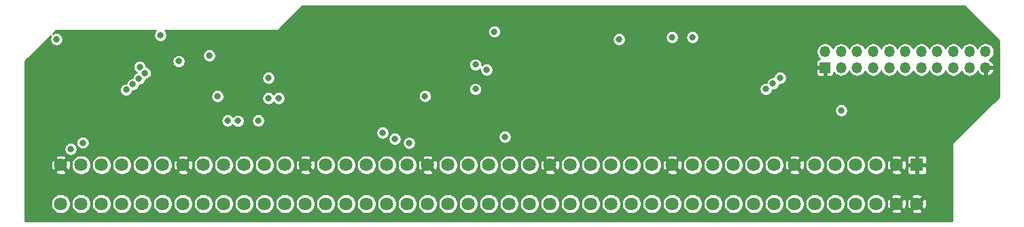
<source format=gbr>
%TF.GenerationSoftware,KiCad,Pcbnew,(5.1.6)-1*%
%TF.CreationDate,2022-11-05T15:29:03-04:00*%
%TF.ProjectId,A500-side-clockport,41353030-2d73-4696-9465-2d636c6f636b,rev?*%
%TF.SameCoordinates,Original*%
%TF.FileFunction,Copper,L3,Inr*%
%TF.FilePolarity,Positive*%
%FSLAX46Y46*%
G04 Gerber Fmt 4.6, Leading zero omitted, Abs format (unit mm)*
G04 Created by KiCad (PCBNEW (5.1.6)-1) date 2022-11-05 15:29:03*
%MOMM*%
%LPD*%
G01*
G04 APERTURE LIST*
%TA.AperFunction,ViaPad*%
%ADD10C,1.638300*%
%TD*%
%TA.AperFunction,ViaPad*%
%ADD11R,1.638300X1.638300*%
%TD*%
%TA.AperFunction,ViaPad*%
%ADD12R,1.350000X1.350000*%
%TD*%
%TA.AperFunction,ViaPad*%
%ADD13O,1.350000X1.350000*%
%TD*%
%TA.AperFunction,ViaPad*%
%ADD14C,0.800000*%
%TD*%
%TA.AperFunction,Conductor*%
%ADD15C,0.254000*%
%TD*%
G04 APERTURE END LIST*
D10*
%TO.N,/D5*%
%TO.C,BUS0*%
X101621001Y-85326901D03*
%TO.N,GND*%
X101621001Y-80475501D03*
%TO.N,/D6*%
X104161001Y-85326901D03*
%TO.N,/D4*%
X104161001Y-80475501D03*
%TO.N,/D7*%
X106701001Y-85326901D03*
%TO.N,/D3*%
X106701001Y-80475501D03*
%TO.N,/D8*%
X109241001Y-85326901D03*
%TO.N,/D2*%
X109241001Y-80475501D03*
%TO.N,/D9*%
X111781001Y-85326901D03*
%TO.N,/D1*%
X111781001Y-80475501D03*
%TO.N,/D10*%
X114321001Y-85326901D03*
%TO.N,/D0*%
X114321001Y-80475501D03*
%TO.N,/~AS*%
X116861001Y-85326901D03*
%TO.N,GND*%
X116861001Y-80475501D03*
%TO.N,/~UDS*%
X119401001Y-85326901D03*
%TO.N,/D11*%
X119401001Y-80475501D03*
%TO.N,/~LDS*%
X121941001Y-85326901D03*
%TO.N,/D12*%
X121941001Y-80475501D03*
%TO.N,/RW*%
X124481001Y-85326901D03*
%TO.N,/D13*%
X124481001Y-80475501D03*
%TO.N,/~DTACK*%
X127021001Y-85326901D03*
%TO.N,/D14*%
X127021001Y-80475501D03*
%TO.N,/~BG*%
X129561001Y-85326901D03*
%TO.N,/D15*%
X129561001Y-80475501D03*
%TO.N,/~BGACK*%
X132101001Y-85326901D03*
%TO.N,GND*%
X132101001Y-80475501D03*
%TO.N,/~BR*%
X134641001Y-85326901D03*
%TO.N,/A23*%
X134641001Y-80475501D03*
%TO.N,/A21*%
X137181001Y-85326901D03*
%TO.N,/A22*%
X137181001Y-80475501D03*
%TO.N,/A20*%
X139721001Y-85326901D03*
%TO.N,N/C*%
X139721001Y-80475501D03*
%TO.N,/A19*%
X142261001Y-85326901D03*
%TO.N,/~RESET*%
X142261001Y-80475501D03*
%TO.N,/A18*%
X144801001Y-85326901D03*
%TO.N,/~VMA*%
X144801001Y-80475501D03*
%TO.N,/E*%
X147341001Y-85326901D03*
%TO.N,GND*%
X147341001Y-80475501D03*
%TO.N,/~VPA*%
X149881001Y-85326901D03*
%TO.N,/A17*%
X149881001Y-80475501D03*
%TO.N,/~BERR*%
X152421001Y-85326901D03*
%TO.N,/A16*%
X152421001Y-80475501D03*
%TO.N,/IPL2*%
X154961001Y-85326901D03*
%TO.N,/A15*%
X154961001Y-80475501D03*
%TO.N,/IPL1*%
X157501001Y-85326901D03*
%TO.N,/A14*%
X157501001Y-80475501D03*
%TO.N,/IPL0*%
X160041001Y-85326901D03*
%TO.N,/A13*%
X160041001Y-80475501D03*
%TO.N,/A12*%
X162581001Y-85326901D03*
%TO.N,GND*%
X162581001Y-80475501D03*
%TO.N,/A11*%
X165121001Y-85326901D03*
%TO.N,/FC2*%
X165121001Y-80475501D03*
%TO.N,/A10*%
X167661001Y-85326901D03*
%TO.N,/FC1*%
X167661001Y-80475501D03*
%TO.N,/A9*%
X170201001Y-85326901D03*
%TO.N,/FC0*%
X170201001Y-80475501D03*
%TO.N,/A8*%
X172741001Y-85326901D03*
%TO.N,/A1*%
X172741001Y-80475501D03*
%TO.N,/A7*%
X175281001Y-85326901D03*
%TO.N,/A2*%
X175281001Y-80475501D03*
%TO.N,/A3*%
X177821001Y-85326901D03*
%TO.N,GND*%
X177821001Y-80475501D03*
%TO.N,/A4*%
X180361001Y-85326901D03*
%TO.N,/A6*%
X180361001Y-80475501D03*
%TO.N,/~INT6*%
X182901001Y-85326901D03*
%TO.N,/A5*%
X182901001Y-80475501D03*
%TO.N,Net-(BUS0-Pad20)*%
X185441001Y-85326901D03*
%TO.N,/~INT2*%
X185441001Y-80475501D03*
%TO.N,/XRDY*%
X187981001Y-85326901D03*
%TO.N,/~HALT*%
X187981001Y-80475501D03*
%TO.N,/~CCK*%
X190521001Y-85326901D03*
%TO.N,/CDAC*%
X190521001Y-80475501D03*
%TO.N,/~CCKQ*%
X193061001Y-85326901D03*
%TO.N,GND*%
X193061001Y-80475501D03*
%TO.N,/~CONFIG*%
X195601001Y-85326901D03*
%TO.N,Net-(BUS0-Pad11)*%
X195601001Y-80475501D03*
%TO.N,+12V*%
X198141001Y-85326901D03*
%TO.N,Net-(BUS0-Pad9)*%
X198141001Y-80475501D03*
%TO.N,-12V*%
X200681001Y-85326901D03*
%TO.N,/7MHz*%
X200681001Y-80475501D03*
%TO.N,+5V*%
X203221001Y-85326901D03*
X203221001Y-80475501D03*
%TO.N,GND*%
X205761001Y-85326901D03*
X205761001Y-80475501D03*
X208301001Y-85326901D03*
D11*
X208301001Y-80475501D03*
%TD*%
D12*
%TO.N,GND*%
%TO.C,J0*%
X196852000Y-68326000D03*
D13*
%TO.N,Net-(J0-Pad2)*%
X196852000Y-66326000D03*
%TO.N,Net-(J0-Pad3)*%
X198852000Y-68326000D03*
%TO.N,/~CS*%
X198852000Y-66326000D03*
%TO.N,Net-(J0-Pad5)*%
X200852000Y-68326000D03*
%TO.N,Net-(J0-Pad6)*%
X200852000Y-66326000D03*
%TO.N,/~CP_IORD*%
X202852000Y-68326000D03*
%TO.N,/~CP_IOWR*%
X202852000Y-66326000D03*
%TO.N,/CP_A5*%
X204852000Y-68326000D03*
%TO.N,/CP_A4*%
X204852000Y-66326000D03*
%TO.N,/CP_A3*%
X206852000Y-68326000D03*
%TO.N,/CP_A2*%
X206852000Y-66326000D03*
%TO.N,/CP_D7*%
X208852000Y-68326000D03*
%TO.N,/CP_D6*%
X208852000Y-66326000D03*
%TO.N,/CP_D5*%
X210852000Y-68326000D03*
%TO.N,/CP_D4*%
X210852000Y-66326000D03*
%TO.N,/CP_D3*%
X212852000Y-68326000D03*
%TO.N,/CP_D2*%
X212852000Y-66326000D03*
%TO.N,/CP_D1*%
X214852000Y-68326000D03*
%TO.N,/CP_D0*%
X214852000Y-66326000D03*
%TO.N,GND*%
X216852000Y-68326000D03*
%TO.N,/~CP_RESET*%
X216852000Y-66326000D03*
%TD*%
D14*
%TO.N,GND*%
X171196000Y-69342000D03*
X175006000Y-64516000D03*
X181356000Y-73914000D03*
X182626000Y-73914000D03*
X183896000Y-73914000D03*
X185166000Y-73914000D03*
X159004000Y-76962000D03*
X147066000Y-77216000D03*
X149606000Y-77216000D03*
X152146000Y-77216000D03*
X149352000Y-67818000D03*
X143002000Y-67818000D03*
X130048000Y-74930000D03*
X115316000Y-77216000D03*
X101092000Y-69342000D03*
X118618000Y-66802000D03*
X216916000Y-64008000D03*
X140970000Y-64262000D03*
%TO.N,/D6*%
X102870000Y-78486000D03*
%TO.N,/D7*%
X104379847Y-77709847D03*
%TO.N,/~AS*%
X154686000Y-68580000D03*
X141732000Y-76454000D03*
%TO.N,/RW*%
X123698000Y-74967000D03*
%TO.N,/A21*%
X147019010Y-71882000D03*
%TO.N,/A20*%
X153293653Y-67940347D03*
%TO.N,/A19*%
X143256000Y-77216000D03*
%TO.N,/A18*%
X145038653Y-77728653D03*
%TO.N,/~INT6*%
X198882000Y-73660000D03*
%TO.N,+5V*%
X101092000Y-64770000D03*
X120142000Y-66802000D03*
X122428000Y-74930000D03*
X126238000Y-74930000D03*
X156972000Y-76962000D03*
X171196000Y-64770000D03*
%TO.N,/~CS*%
X121158000Y-71882000D03*
X127508000Y-72136000D03*
X155644010Y-63811990D03*
X153293653Y-70997653D03*
%TO.N,/CP_A5*%
X191262000Y-69596000D03*
%TO.N,/CP_A4*%
X180340000Y-64516000D03*
%TO.N,/CP_A3*%
X190367571Y-70296000D03*
%TO.N,/CP_A2*%
X177800000Y-64516000D03*
%TO.N,/CP_D7*%
X109768153Y-71079847D03*
%TO.N,/CP_D6*%
X110607317Y-70399998D03*
%TO.N,/CP_D5*%
X111368081Y-69699998D03*
%TO.N,/CP_D4*%
X112106419Y-68999998D03*
%TO.N,/CP_D3*%
X111468253Y-68226299D03*
%TO.N,/CP_D2*%
X116332000Y-67526299D03*
%TO.N,/CP_D1*%
X114046000Y-64262000D03*
%TO.N,/~CP_RESET*%
X189484000Y-70996000D03*
%TO.N,Net-(U2-Pad10)*%
X127508000Y-69596000D03*
X128778000Y-72136000D03*
%TD*%
D15*
%TO.N,GND*%
G36*
X218496001Y-64957226D02*
G01*
X218496000Y-71948776D01*
X212802096Y-77642681D01*
X212784842Y-77656841D01*
X212753627Y-77694877D01*
X212728358Y-77725667D01*
X212686386Y-77804191D01*
X212660540Y-77889393D01*
X212651813Y-77978000D01*
X212654001Y-78000215D01*
X212654000Y-87432000D01*
X97226000Y-87432000D01*
X97226000Y-85204166D01*
X100374851Y-85204166D01*
X100374851Y-85449636D01*
X100422739Y-85690390D01*
X100516677Y-85917175D01*
X100653053Y-86121276D01*
X100826626Y-86294849D01*
X101030727Y-86431225D01*
X101257512Y-86525163D01*
X101498266Y-86573051D01*
X101743736Y-86573051D01*
X101984490Y-86525163D01*
X102211275Y-86431225D01*
X102415376Y-86294849D01*
X102588949Y-86121276D01*
X102725325Y-85917175D01*
X102819263Y-85690390D01*
X102867151Y-85449636D01*
X102867151Y-85204166D01*
X102914851Y-85204166D01*
X102914851Y-85449636D01*
X102962739Y-85690390D01*
X103056677Y-85917175D01*
X103193053Y-86121276D01*
X103366626Y-86294849D01*
X103570727Y-86431225D01*
X103797512Y-86525163D01*
X104038266Y-86573051D01*
X104283736Y-86573051D01*
X104524490Y-86525163D01*
X104751275Y-86431225D01*
X104955376Y-86294849D01*
X105128949Y-86121276D01*
X105265325Y-85917175D01*
X105359263Y-85690390D01*
X105407151Y-85449636D01*
X105407151Y-85204166D01*
X105454851Y-85204166D01*
X105454851Y-85449636D01*
X105502739Y-85690390D01*
X105596677Y-85917175D01*
X105733053Y-86121276D01*
X105906626Y-86294849D01*
X106110727Y-86431225D01*
X106337512Y-86525163D01*
X106578266Y-86573051D01*
X106823736Y-86573051D01*
X107064490Y-86525163D01*
X107291275Y-86431225D01*
X107495376Y-86294849D01*
X107668949Y-86121276D01*
X107805325Y-85917175D01*
X107899263Y-85690390D01*
X107947151Y-85449636D01*
X107947151Y-85204166D01*
X107994851Y-85204166D01*
X107994851Y-85449636D01*
X108042739Y-85690390D01*
X108136677Y-85917175D01*
X108273053Y-86121276D01*
X108446626Y-86294849D01*
X108650727Y-86431225D01*
X108877512Y-86525163D01*
X109118266Y-86573051D01*
X109363736Y-86573051D01*
X109604490Y-86525163D01*
X109831275Y-86431225D01*
X110035376Y-86294849D01*
X110208949Y-86121276D01*
X110345325Y-85917175D01*
X110439263Y-85690390D01*
X110487151Y-85449636D01*
X110487151Y-85204166D01*
X110534851Y-85204166D01*
X110534851Y-85449636D01*
X110582739Y-85690390D01*
X110676677Y-85917175D01*
X110813053Y-86121276D01*
X110986626Y-86294849D01*
X111190727Y-86431225D01*
X111417512Y-86525163D01*
X111658266Y-86573051D01*
X111903736Y-86573051D01*
X112144490Y-86525163D01*
X112371275Y-86431225D01*
X112575376Y-86294849D01*
X112748949Y-86121276D01*
X112885325Y-85917175D01*
X112979263Y-85690390D01*
X113027151Y-85449636D01*
X113027151Y-85204166D01*
X113074851Y-85204166D01*
X113074851Y-85449636D01*
X113122739Y-85690390D01*
X113216677Y-85917175D01*
X113353053Y-86121276D01*
X113526626Y-86294849D01*
X113730727Y-86431225D01*
X113957512Y-86525163D01*
X114198266Y-86573051D01*
X114443736Y-86573051D01*
X114684490Y-86525163D01*
X114911275Y-86431225D01*
X115115376Y-86294849D01*
X115288949Y-86121276D01*
X115425325Y-85917175D01*
X115519263Y-85690390D01*
X115567151Y-85449636D01*
X115567151Y-85204166D01*
X115614851Y-85204166D01*
X115614851Y-85449636D01*
X115662739Y-85690390D01*
X115756677Y-85917175D01*
X115893053Y-86121276D01*
X116066626Y-86294849D01*
X116270727Y-86431225D01*
X116497512Y-86525163D01*
X116738266Y-86573051D01*
X116983736Y-86573051D01*
X117224490Y-86525163D01*
X117451275Y-86431225D01*
X117655376Y-86294849D01*
X117828949Y-86121276D01*
X117965325Y-85917175D01*
X118059263Y-85690390D01*
X118107151Y-85449636D01*
X118107151Y-85204166D01*
X118154851Y-85204166D01*
X118154851Y-85449636D01*
X118202739Y-85690390D01*
X118296677Y-85917175D01*
X118433053Y-86121276D01*
X118606626Y-86294849D01*
X118810727Y-86431225D01*
X119037512Y-86525163D01*
X119278266Y-86573051D01*
X119523736Y-86573051D01*
X119764490Y-86525163D01*
X119991275Y-86431225D01*
X120195376Y-86294849D01*
X120368949Y-86121276D01*
X120505325Y-85917175D01*
X120599263Y-85690390D01*
X120647151Y-85449636D01*
X120647151Y-85204166D01*
X120694851Y-85204166D01*
X120694851Y-85449636D01*
X120742739Y-85690390D01*
X120836677Y-85917175D01*
X120973053Y-86121276D01*
X121146626Y-86294849D01*
X121350727Y-86431225D01*
X121577512Y-86525163D01*
X121818266Y-86573051D01*
X122063736Y-86573051D01*
X122304490Y-86525163D01*
X122531275Y-86431225D01*
X122735376Y-86294849D01*
X122908949Y-86121276D01*
X123045325Y-85917175D01*
X123139263Y-85690390D01*
X123187151Y-85449636D01*
X123187151Y-85204166D01*
X123234851Y-85204166D01*
X123234851Y-85449636D01*
X123282739Y-85690390D01*
X123376677Y-85917175D01*
X123513053Y-86121276D01*
X123686626Y-86294849D01*
X123890727Y-86431225D01*
X124117512Y-86525163D01*
X124358266Y-86573051D01*
X124603736Y-86573051D01*
X124844490Y-86525163D01*
X125071275Y-86431225D01*
X125275376Y-86294849D01*
X125448949Y-86121276D01*
X125585325Y-85917175D01*
X125679263Y-85690390D01*
X125727151Y-85449636D01*
X125727151Y-85204166D01*
X125774851Y-85204166D01*
X125774851Y-85449636D01*
X125822739Y-85690390D01*
X125916677Y-85917175D01*
X126053053Y-86121276D01*
X126226626Y-86294849D01*
X126430727Y-86431225D01*
X126657512Y-86525163D01*
X126898266Y-86573051D01*
X127143736Y-86573051D01*
X127384490Y-86525163D01*
X127611275Y-86431225D01*
X127815376Y-86294849D01*
X127988949Y-86121276D01*
X128125325Y-85917175D01*
X128219263Y-85690390D01*
X128267151Y-85449636D01*
X128267151Y-85204166D01*
X128314851Y-85204166D01*
X128314851Y-85449636D01*
X128362739Y-85690390D01*
X128456677Y-85917175D01*
X128593053Y-86121276D01*
X128766626Y-86294849D01*
X128970727Y-86431225D01*
X129197512Y-86525163D01*
X129438266Y-86573051D01*
X129683736Y-86573051D01*
X129924490Y-86525163D01*
X130151275Y-86431225D01*
X130355376Y-86294849D01*
X130528949Y-86121276D01*
X130665325Y-85917175D01*
X130759263Y-85690390D01*
X130807151Y-85449636D01*
X130807151Y-85204166D01*
X130854851Y-85204166D01*
X130854851Y-85449636D01*
X130902739Y-85690390D01*
X130996677Y-85917175D01*
X131133053Y-86121276D01*
X131306626Y-86294849D01*
X131510727Y-86431225D01*
X131737512Y-86525163D01*
X131978266Y-86573051D01*
X132223736Y-86573051D01*
X132464490Y-86525163D01*
X132691275Y-86431225D01*
X132895376Y-86294849D01*
X133068949Y-86121276D01*
X133205325Y-85917175D01*
X133299263Y-85690390D01*
X133347151Y-85449636D01*
X133347151Y-85204166D01*
X133394851Y-85204166D01*
X133394851Y-85449636D01*
X133442739Y-85690390D01*
X133536677Y-85917175D01*
X133673053Y-86121276D01*
X133846626Y-86294849D01*
X134050727Y-86431225D01*
X134277512Y-86525163D01*
X134518266Y-86573051D01*
X134763736Y-86573051D01*
X135004490Y-86525163D01*
X135231275Y-86431225D01*
X135435376Y-86294849D01*
X135608949Y-86121276D01*
X135745325Y-85917175D01*
X135839263Y-85690390D01*
X135887151Y-85449636D01*
X135887151Y-85204166D01*
X135934851Y-85204166D01*
X135934851Y-85449636D01*
X135982739Y-85690390D01*
X136076677Y-85917175D01*
X136213053Y-86121276D01*
X136386626Y-86294849D01*
X136590727Y-86431225D01*
X136817512Y-86525163D01*
X137058266Y-86573051D01*
X137303736Y-86573051D01*
X137544490Y-86525163D01*
X137771275Y-86431225D01*
X137975376Y-86294849D01*
X138148949Y-86121276D01*
X138285325Y-85917175D01*
X138379263Y-85690390D01*
X138427151Y-85449636D01*
X138427151Y-85204166D01*
X138474851Y-85204166D01*
X138474851Y-85449636D01*
X138522739Y-85690390D01*
X138616677Y-85917175D01*
X138753053Y-86121276D01*
X138926626Y-86294849D01*
X139130727Y-86431225D01*
X139357512Y-86525163D01*
X139598266Y-86573051D01*
X139843736Y-86573051D01*
X140084490Y-86525163D01*
X140311275Y-86431225D01*
X140515376Y-86294849D01*
X140688949Y-86121276D01*
X140825325Y-85917175D01*
X140919263Y-85690390D01*
X140967151Y-85449636D01*
X140967151Y-85204166D01*
X141014851Y-85204166D01*
X141014851Y-85449636D01*
X141062739Y-85690390D01*
X141156677Y-85917175D01*
X141293053Y-86121276D01*
X141466626Y-86294849D01*
X141670727Y-86431225D01*
X141897512Y-86525163D01*
X142138266Y-86573051D01*
X142383736Y-86573051D01*
X142624490Y-86525163D01*
X142851275Y-86431225D01*
X143055376Y-86294849D01*
X143228949Y-86121276D01*
X143365325Y-85917175D01*
X143459263Y-85690390D01*
X143507151Y-85449636D01*
X143507151Y-85204166D01*
X143554851Y-85204166D01*
X143554851Y-85449636D01*
X143602739Y-85690390D01*
X143696677Y-85917175D01*
X143833053Y-86121276D01*
X144006626Y-86294849D01*
X144210727Y-86431225D01*
X144437512Y-86525163D01*
X144678266Y-86573051D01*
X144923736Y-86573051D01*
X145164490Y-86525163D01*
X145391275Y-86431225D01*
X145595376Y-86294849D01*
X145768949Y-86121276D01*
X145905325Y-85917175D01*
X145999263Y-85690390D01*
X146047151Y-85449636D01*
X146047151Y-85204166D01*
X146094851Y-85204166D01*
X146094851Y-85449636D01*
X146142739Y-85690390D01*
X146236677Y-85917175D01*
X146373053Y-86121276D01*
X146546626Y-86294849D01*
X146750727Y-86431225D01*
X146977512Y-86525163D01*
X147218266Y-86573051D01*
X147463736Y-86573051D01*
X147704490Y-86525163D01*
X147931275Y-86431225D01*
X148135376Y-86294849D01*
X148308949Y-86121276D01*
X148445325Y-85917175D01*
X148539263Y-85690390D01*
X148587151Y-85449636D01*
X148587151Y-85204166D01*
X148634851Y-85204166D01*
X148634851Y-85449636D01*
X148682739Y-85690390D01*
X148776677Y-85917175D01*
X148913053Y-86121276D01*
X149086626Y-86294849D01*
X149290727Y-86431225D01*
X149517512Y-86525163D01*
X149758266Y-86573051D01*
X150003736Y-86573051D01*
X150244490Y-86525163D01*
X150471275Y-86431225D01*
X150675376Y-86294849D01*
X150848949Y-86121276D01*
X150985325Y-85917175D01*
X151079263Y-85690390D01*
X151127151Y-85449636D01*
X151127151Y-85204166D01*
X151174851Y-85204166D01*
X151174851Y-85449636D01*
X151222739Y-85690390D01*
X151316677Y-85917175D01*
X151453053Y-86121276D01*
X151626626Y-86294849D01*
X151830727Y-86431225D01*
X152057512Y-86525163D01*
X152298266Y-86573051D01*
X152543736Y-86573051D01*
X152784490Y-86525163D01*
X153011275Y-86431225D01*
X153215376Y-86294849D01*
X153388949Y-86121276D01*
X153525325Y-85917175D01*
X153619263Y-85690390D01*
X153667151Y-85449636D01*
X153667151Y-85204166D01*
X153714851Y-85204166D01*
X153714851Y-85449636D01*
X153762739Y-85690390D01*
X153856677Y-85917175D01*
X153993053Y-86121276D01*
X154166626Y-86294849D01*
X154370727Y-86431225D01*
X154597512Y-86525163D01*
X154838266Y-86573051D01*
X155083736Y-86573051D01*
X155324490Y-86525163D01*
X155551275Y-86431225D01*
X155755376Y-86294849D01*
X155928949Y-86121276D01*
X156065325Y-85917175D01*
X156159263Y-85690390D01*
X156207151Y-85449636D01*
X156207151Y-85204166D01*
X156254851Y-85204166D01*
X156254851Y-85449636D01*
X156302739Y-85690390D01*
X156396677Y-85917175D01*
X156533053Y-86121276D01*
X156706626Y-86294849D01*
X156910727Y-86431225D01*
X157137512Y-86525163D01*
X157378266Y-86573051D01*
X157623736Y-86573051D01*
X157864490Y-86525163D01*
X158091275Y-86431225D01*
X158295376Y-86294849D01*
X158468949Y-86121276D01*
X158605325Y-85917175D01*
X158699263Y-85690390D01*
X158747151Y-85449636D01*
X158747151Y-85204166D01*
X158794851Y-85204166D01*
X158794851Y-85449636D01*
X158842739Y-85690390D01*
X158936677Y-85917175D01*
X159073053Y-86121276D01*
X159246626Y-86294849D01*
X159450727Y-86431225D01*
X159677512Y-86525163D01*
X159918266Y-86573051D01*
X160163736Y-86573051D01*
X160404490Y-86525163D01*
X160631275Y-86431225D01*
X160835376Y-86294849D01*
X161008949Y-86121276D01*
X161145325Y-85917175D01*
X161239263Y-85690390D01*
X161287151Y-85449636D01*
X161287151Y-85204166D01*
X161334851Y-85204166D01*
X161334851Y-85449636D01*
X161382739Y-85690390D01*
X161476677Y-85917175D01*
X161613053Y-86121276D01*
X161786626Y-86294849D01*
X161990727Y-86431225D01*
X162217512Y-86525163D01*
X162458266Y-86573051D01*
X162703736Y-86573051D01*
X162944490Y-86525163D01*
X163171275Y-86431225D01*
X163375376Y-86294849D01*
X163548949Y-86121276D01*
X163685325Y-85917175D01*
X163779263Y-85690390D01*
X163827151Y-85449636D01*
X163827151Y-85204166D01*
X163874851Y-85204166D01*
X163874851Y-85449636D01*
X163922739Y-85690390D01*
X164016677Y-85917175D01*
X164153053Y-86121276D01*
X164326626Y-86294849D01*
X164530727Y-86431225D01*
X164757512Y-86525163D01*
X164998266Y-86573051D01*
X165243736Y-86573051D01*
X165484490Y-86525163D01*
X165711275Y-86431225D01*
X165915376Y-86294849D01*
X166088949Y-86121276D01*
X166225325Y-85917175D01*
X166319263Y-85690390D01*
X166367151Y-85449636D01*
X166367151Y-85204166D01*
X166414851Y-85204166D01*
X166414851Y-85449636D01*
X166462739Y-85690390D01*
X166556677Y-85917175D01*
X166693053Y-86121276D01*
X166866626Y-86294849D01*
X167070727Y-86431225D01*
X167297512Y-86525163D01*
X167538266Y-86573051D01*
X167783736Y-86573051D01*
X168024490Y-86525163D01*
X168251275Y-86431225D01*
X168455376Y-86294849D01*
X168628949Y-86121276D01*
X168765325Y-85917175D01*
X168859263Y-85690390D01*
X168907151Y-85449636D01*
X168907151Y-85204166D01*
X168954851Y-85204166D01*
X168954851Y-85449636D01*
X169002739Y-85690390D01*
X169096677Y-85917175D01*
X169233053Y-86121276D01*
X169406626Y-86294849D01*
X169610727Y-86431225D01*
X169837512Y-86525163D01*
X170078266Y-86573051D01*
X170323736Y-86573051D01*
X170564490Y-86525163D01*
X170791275Y-86431225D01*
X170995376Y-86294849D01*
X171168949Y-86121276D01*
X171305325Y-85917175D01*
X171399263Y-85690390D01*
X171447151Y-85449636D01*
X171447151Y-85204166D01*
X171494851Y-85204166D01*
X171494851Y-85449636D01*
X171542739Y-85690390D01*
X171636677Y-85917175D01*
X171773053Y-86121276D01*
X171946626Y-86294849D01*
X172150727Y-86431225D01*
X172377512Y-86525163D01*
X172618266Y-86573051D01*
X172863736Y-86573051D01*
X173104490Y-86525163D01*
X173331275Y-86431225D01*
X173535376Y-86294849D01*
X173708949Y-86121276D01*
X173845325Y-85917175D01*
X173939263Y-85690390D01*
X173987151Y-85449636D01*
X173987151Y-85204166D01*
X174034851Y-85204166D01*
X174034851Y-85449636D01*
X174082739Y-85690390D01*
X174176677Y-85917175D01*
X174313053Y-86121276D01*
X174486626Y-86294849D01*
X174690727Y-86431225D01*
X174917512Y-86525163D01*
X175158266Y-86573051D01*
X175403736Y-86573051D01*
X175644490Y-86525163D01*
X175871275Y-86431225D01*
X176075376Y-86294849D01*
X176248949Y-86121276D01*
X176385325Y-85917175D01*
X176479263Y-85690390D01*
X176527151Y-85449636D01*
X176527151Y-85204166D01*
X176574851Y-85204166D01*
X176574851Y-85449636D01*
X176622739Y-85690390D01*
X176716677Y-85917175D01*
X176853053Y-86121276D01*
X177026626Y-86294849D01*
X177230727Y-86431225D01*
X177457512Y-86525163D01*
X177698266Y-86573051D01*
X177943736Y-86573051D01*
X178184490Y-86525163D01*
X178411275Y-86431225D01*
X178615376Y-86294849D01*
X178788949Y-86121276D01*
X178925325Y-85917175D01*
X179019263Y-85690390D01*
X179067151Y-85449636D01*
X179067151Y-85204166D01*
X179114851Y-85204166D01*
X179114851Y-85449636D01*
X179162739Y-85690390D01*
X179256677Y-85917175D01*
X179393053Y-86121276D01*
X179566626Y-86294849D01*
X179770727Y-86431225D01*
X179997512Y-86525163D01*
X180238266Y-86573051D01*
X180483736Y-86573051D01*
X180724490Y-86525163D01*
X180951275Y-86431225D01*
X181155376Y-86294849D01*
X181328949Y-86121276D01*
X181465325Y-85917175D01*
X181559263Y-85690390D01*
X181607151Y-85449636D01*
X181607151Y-85204166D01*
X181654851Y-85204166D01*
X181654851Y-85449636D01*
X181702739Y-85690390D01*
X181796677Y-85917175D01*
X181933053Y-86121276D01*
X182106626Y-86294849D01*
X182310727Y-86431225D01*
X182537512Y-86525163D01*
X182778266Y-86573051D01*
X183023736Y-86573051D01*
X183264490Y-86525163D01*
X183491275Y-86431225D01*
X183695376Y-86294849D01*
X183868949Y-86121276D01*
X184005325Y-85917175D01*
X184099263Y-85690390D01*
X184147151Y-85449636D01*
X184147151Y-85204166D01*
X184194851Y-85204166D01*
X184194851Y-85449636D01*
X184242739Y-85690390D01*
X184336677Y-85917175D01*
X184473053Y-86121276D01*
X184646626Y-86294849D01*
X184850727Y-86431225D01*
X185077512Y-86525163D01*
X185318266Y-86573051D01*
X185563736Y-86573051D01*
X185804490Y-86525163D01*
X186031275Y-86431225D01*
X186235376Y-86294849D01*
X186408949Y-86121276D01*
X186545325Y-85917175D01*
X186639263Y-85690390D01*
X186687151Y-85449636D01*
X186687151Y-85204166D01*
X186734851Y-85204166D01*
X186734851Y-85449636D01*
X186782739Y-85690390D01*
X186876677Y-85917175D01*
X187013053Y-86121276D01*
X187186626Y-86294849D01*
X187390727Y-86431225D01*
X187617512Y-86525163D01*
X187858266Y-86573051D01*
X188103736Y-86573051D01*
X188344490Y-86525163D01*
X188571275Y-86431225D01*
X188775376Y-86294849D01*
X188948949Y-86121276D01*
X189085325Y-85917175D01*
X189179263Y-85690390D01*
X189227151Y-85449636D01*
X189227151Y-85204166D01*
X189274851Y-85204166D01*
X189274851Y-85449636D01*
X189322739Y-85690390D01*
X189416677Y-85917175D01*
X189553053Y-86121276D01*
X189726626Y-86294849D01*
X189930727Y-86431225D01*
X190157512Y-86525163D01*
X190398266Y-86573051D01*
X190643736Y-86573051D01*
X190884490Y-86525163D01*
X191111275Y-86431225D01*
X191315376Y-86294849D01*
X191488949Y-86121276D01*
X191625325Y-85917175D01*
X191719263Y-85690390D01*
X191767151Y-85449636D01*
X191767151Y-85204166D01*
X191814851Y-85204166D01*
X191814851Y-85449636D01*
X191862739Y-85690390D01*
X191956677Y-85917175D01*
X192093053Y-86121276D01*
X192266626Y-86294849D01*
X192470727Y-86431225D01*
X192697512Y-86525163D01*
X192938266Y-86573051D01*
X193183736Y-86573051D01*
X193424490Y-86525163D01*
X193651275Y-86431225D01*
X193855376Y-86294849D01*
X194028949Y-86121276D01*
X194165325Y-85917175D01*
X194259263Y-85690390D01*
X194307151Y-85449636D01*
X194307151Y-85204166D01*
X194354851Y-85204166D01*
X194354851Y-85449636D01*
X194402739Y-85690390D01*
X194496677Y-85917175D01*
X194633053Y-86121276D01*
X194806626Y-86294849D01*
X195010727Y-86431225D01*
X195237512Y-86525163D01*
X195478266Y-86573051D01*
X195723736Y-86573051D01*
X195964490Y-86525163D01*
X196191275Y-86431225D01*
X196395376Y-86294849D01*
X196568949Y-86121276D01*
X196705325Y-85917175D01*
X196799263Y-85690390D01*
X196847151Y-85449636D01*
X196847151Y-85204166D01*
X196894851Y-85204166D01*
X196894851Y-85449636D01*
X196942739Y-85690390D01*
X197036677Y-85917175D01*
X197173053Y-86121276D01*
X197346626Y-86294849D01*
X197550727Y-86431225D01*
X197777512Y-86525163D01*
X198018266Y-86573051D01*
X198263736Y-86573051D01*
X198504490Y-86525163D01*
X198731275Y-86431225D01*
X198935376Y-86294849D01*
X199108949Y-86121276D01*
X199245325Y-85917175D01*
X199339263Y-85690390D01*
X199387151Y-85449636D01*
X199387151Y-85204166D01*
X199434851Y-85204166D01*
X199434851Y-85449636D01*
X199482739Y-85690390D01*
X199576677Y-85917175D01*
X199713053Y-86121276D01*
X199886626Y-86294849D01*
X200090727Y-86431225D01*
X200317512Y-86525163D01*
X200558266Y-86573051D01*
X200803736Y-86573051D01*
X201044490Y-86525163D01*
X201271275Y-86431225D01*
X201475376Y-86294849D01*
X201648949Y-86121276D01*
X201785325Y-85917175D01*
X201879263Y-85690390D01*
X201927151Y-85449636D01*
X201927151Y-85204166D01*
X201974851Y-85204166D01*
X201974851Y-85449636D01*
X202022739Y-85690390D01*
X202116677Y-85917175D01*
X202253053Y-86121276D01*
X202426626Y-86294849D01*
X202630727Y-86431225D01*
X202857512Y-86525163D01*
X203098266Y-86573051D01*
X203343736Y-86573051D01*
X203584490Y-86525163D01*
X203811275Y-86431225D01*
X204015376Y-86294849D01*
X204088574Y-86221651D01*
X205045856Y-86221651D01*
X205131528Y-86409361D01*
X205354801Y-86511366D01*
X205593683Y-86567853D01*
X205838996Y-86576651D01*
X206081310Y-86537421D01*
X206311317Y-86451672D01*
X206390474Y-86409361D01*
X206476146Y-86221651D01*
X207585856Y-86221651D01*
X207671528Y-86409361D01*
X207894801Y-86511366D01*
X208133683Y-86567853D01*
X208378996Y-86576651D01*
X208621310Y-86537421D01*
X208851317Y-86451672D01*
X208930474Y-86409361D01*
X209016146Y-86221651D01*
X208301001Y-85506506D01*
X207585856Y-86221651D01*
X206476146Y-86221651D01*
X205761001Y-85506506D01*
X205045856Y-86221651D01*
X204088574Y-86221651D01*
X204188949Y-86121276D01*
X204325325Y-85917175D01*
X204419263Y-85690390D01*
X204467151Y-85449636D01*
X204467151Y-85404896D01*
X204511251Y-85404896D01*
X204550481Y-85647210D01*
X204636230Y-85877217D01*
X204678541Y-85956374D01*
X204866251Y-86042046D01*
X205581396Y-85326901D01*
X205940606Y-85326901D01*
X206655751Y-86042046D01*
X206843461Y-85956374D01*
X206945466Y-85733101D01*
X207001953Y-85494219D01*
X207005156Y-85404896D01*
X207051251Y-85404896D01*
X207090481Y-85647210D01*
X207176230Y-85877217D01*
X207218541Y-85956374D01*
X207406251Y-86042046D01*
X208121396Y-85326901D01*
X208480606Y-85326901D01*
X209195751Y-86042046D01*
X209383461Y-85956374D01*
X209485466Y-85733101D01*
X209541953Y-85494219D01*
X209550751Y-85248906D01*
X209511521Y-85006592D01*
X209425772Y-84776585D01*
X209383461Y-84697428D01*
X209195751Y-84611756D01*
X208480606Y-85326901D01*
X208121396Y-85326901D01*
X207406251Y-84611756D01*
X207218541Y-84697428D01*
X207116536Y-84920701D01*
X207060049Y-85159583D01*
X207051251Y-85404896D01*
X207005156Y-85404896D01*
X207010751Y-85248906D01*
X206971521Y-85006592D01*
X206885772Y-84776585D01*
X206843461Y-84697428D01*
X206655751Y-84611756D01*
X205940606Y-85326901D01*
X205581396Y-85326901D01*
X204866251Y-84611756D01*
X204678541Y-84697428D01*
X204576536Y-84920701D01*
X204520049Y-85159583D01*
X204511251Y-85404896D01*
X204467151Y-85404896D01*
X204467151Y-85204166D01*
X204419263Y-84963412D01*
X204325325Y-84736627D01*
X204188949Y-84532526D01*
X204088574Y-84432151D01*
X205045856Y-84432151D01*
X205761001Y-85147296D01*
X206476146Y-84432151D01*
X207585856Y-84432151D01*
X208301001Y-85147296D01*
X209016146Y-84432151D01*
X208930474Y-84244441D01*
X208707201Y-84142436D01*
X208468319Y-84085949D01*
X208223006Y-84077151D01*
X207980692Y-84116381D01*
X207750685Y-84202130D01*
X207671528Y-84244441D01*
X207585856Y-84432151D01*
X206476146Y-84432151D01*
X206390474Y-84244441D01*
X206167201Y-84142436D01*
X205928319Y-84085949D01*
X205683006Y-84077151D01*
X205440692Y-84116381D01*
X205210685Y-84202130D01*
X205131528Y-84244441D01*
X205045856Y-84432151D01*
X204088574Y-84432151D01*
X204015376Y-84358953D01*
X203811275Y-84222577D01*
X203584490Y-84128639D01*
X203343736Y-84080751D01*
X203098266Y-84080751D01*
X202857512Y-84128639D01*
X202630727Y-84222577D01*
X202426626Y-84358953D01*
X202253053Y-84532526D01*
X202116677Y-84736627D01*
X202022739Y-84963412D01*
X201974851Y-85204166D01*
X201927151Y-85204166D01*
X201879263Y-84963412D01*
X201785325Y-84736627D01*
X201648949Y-84532526D01*
X201475376Y-84358953D01*
X201271275Y-84222577D01*
X201044490Y-84128639D01*
X200803736Y-84080751D01*
X200558266Y-84080751D01*
X200317512Y-84128639D01*
X200090727Y-84222577D01*
X199886626Y-84358953D01*
X199713053Y-84532526D01*
X199576677Y-84736627D01*
X199482739Y-84963412D01*
X199434851Y-85204166D01*
X199387151Y-85204166D01*
X199339263Y-84963412D01*
X199245325Y-84736627D01*
X199108949Y-84532526D01*
X198935376Y-84358953D01*
X198731275Y-84222577D01*
X198504490Y-84128639D01*
X198263736Y-84080751D01*
X198018266Y-84080751D01*
X197777512Y-84128639D01*
X197550727Y-84222577D01*
X197346626Y-84358953D01*
X197173053Y-84532526D01*
X197036677Y-84736627D01*
X196942739Y-84963412D01*
X196894851Y-85204166D01*
X196847151Y-85204166D01*
X196799263Y-84963412D01*
X196705325Y-84736627D01*
X196568949Y-84532526D01*
X196395376Y-84358953D01*
X196191275Y-84222577D01*
X195964490Y-84128639D01*
X195723736Y-84080751D01*
X195478266Y-84080751D01*
X195237512Y-84128639D01*
X195010727Y-84222577D01*
X194806626Y-84358953D01*
X194633053Y-84532526D01*
X194496677Y-84736627D01*
X194402739Y-84963412D01*
X194354851Y-85204166D01*
X194307151Y-85204166D01*
X194259263Y-84963412D01*
X194165325Y-84736627D01*
X194028949Y-84532526D01*
X193855376Y-84358953D01*
X193651275Y-84222577D01*
X193424490Y-84128639D01*
X193183736Y-84080751D01*
X192938266Y-84080751D01*
X192697512Y-84128639D01*
X192470727Y-84222577D01*
X192266626Y-84358953D01*
X192093053Y-84532526D01*
X191956677Y-84736627D01*
X191862739Y-84963412D01*
X191814851Y-85204166D01*
X191767151Y-85204166D01*
X191719263Y-84963412D01*
X191625325Y-84736627D01*
X191488949Y-84532526D01*
X191315376Y-84358953D01*
X191111275Y-84222577D01*
X190884490Y-84128639D01*
X190643736Y-84080751D01*
X190398266Y-84080751D01*
X190157512Y-84128639D01*
X189930727Y-84222577D01*
X189726626Y-84358953D01*
X189553053Y-84532526D01*
X189416677Y-84736627D01*
X189322739Y-84963412D01*
X189274851Y-85204166D01*
X189227151Y-85204166D01*
X189179263Y-84963412D01*
X189085325Y-84736627D01*
X188948949Y-84532526D01*
X188775376Y-84358953D01*
X188571275Y-84222577D01*
X188344490Y-84128639D01*
X188103736Y-84080751D01*
X187858266Y-84080751D01*
X187617512Y-84128639D01*
X187390727Y-84222577D01*
X187186626Y-84358953D01*
X187013053Y-84532526D01*
X186876677Y-84736627D01*
X186782739Y-84963412D01*
X186734851Y-85204166D01*
X186687151Y-85204166D01*
X186639263Y-84963412D01*
X186545325Y-84736627D01*
X186408949Y-84532526D01*
X186235376Y-84358953D01*
X186031275Y-84222577D01*
X185804490Y-84128639D01*
X185563736Y-84080751D01*
X185318266Y-84080751D01*
X185077512Y-84128639D01*
X184850727Y-84222577D01*
X184646626Y-84358953D01*
X184473053Y-84532526D01*
X184336677Y-84736627D01*
X184242739Y-84963412D01*
X184194851Y-85204166D01*
X184147151Y-85204166D01*
X184099263Y-84963412D01*
X184005325Y-84736627D01*
X183868949Y-84532526D01*
X183695376Y-84358953D01*
X183491275Y-84222577D01*
X183264490Y-84128639D01*
X183023736Y-84080751D01*
X182778266Y-84080751D01*
X182537512Y-84128639D01*
X182310727Y-84222577D01*
X182106626Y-84358953D01*
X181933053Y-84532526D01*
X181796677Y-84736627D01*
X181702739Y-84963412D01*
X181654851Y-85204166D01*
X181607151Y-85204166D01*
X181559263Y-84963412D01*
X181465325Y-84736627D01*
X181328949Y-84532526D01*
X181155376Y-84358953D01*
X180951275Y-84222577D01*
X180724490Y-84128639D01*
X180483736Y-84080751D01*
X180238266Y-84080751D01*
X179997512Y-84128639D01*
X179770727Y-84222577D01*
X179566626Y-84358953D01*
X179393053Y-84532526D01*
X179256677Y-84736627D01*
X179162739Y-84963412D01*
X179114851Y-85204166D01*
X179067151Y-85204166D01*
X179019263Y-84963412D01*
X178925325Y-84736627D01*
X178788949Y-84532526D01*
X178615376Y-84358953D01*
X178411275Y-84222577D01*
X178184490Y-84128639D01*
X177943736Y-84080751D01*
X177698266Y-84080751D01*
X177457512Y-84128639D01*
X177230727Y-84222577D01*
X177026626Y-84358953D01*
X176853053Y-84532526D01*
X176716677Y-84736627D01*
X176622739Y-84963412D01*
X176574851Y-85204166D01*
X176527151Y-85204166D01*
X176479263Y-84963412D01*
X176385325Y-84736627D01*
X176248949Y-84532526D01*
X176075376Y-84358953D01*
X175871275Y-84222577D01*
X175644490Y-84128639D01*
X175403736Y-84080751D01*
X175158266Y-84080751D01*
X174917512Y-84128639D01*
X174690727Y-84222577D01*
X174486626Y-84358953D01*
X174313053Y-84532526D01*
X174176677Y-84736627D01*
X174082739Y-84963412D01*
X174034851Y-85204166D01*
X173987151Y-85204166D01*
X173939263Y-84963412D01*
X173845325Y-84736627D01*
X173708949Y-84532526D01*
X173535376Y-84358953D01*
X173331275Y-84222577D01*
X173104490Y-84128639D01*
X172863736Y-84080751D01*
X172618266Y-84080751D01*
X172377512Y-84128639D01*
X172150727Y-84222577D01*
X171946626Y-84358953D01*
X171773053Y-84532526D01*
X171636677Y-84736627D01*
X171542739Y-84963412D01*
X171494851Y-85204166D01*
X171447151Y-85204166D01*
X171399263Y-84963412D01*
X171305325Y-84736627D01*
X171168949Y-84532526D01*
X170995376Y-84358953D01*
X170791275Y-84222577D01*
X170564490Y-84128639D01*
X170323736Y-84080751D01*
X170078266Y-84080751D01*
X169837512Y-84128639D01*
X169610727Y-84222577D01*
X169406626Y-84358953D01*
X169233053Y-84532526D01*
X169096677Y-84736627D01*
X169002739Y-84963412D01*
X168954851Y-85204166D01*
X168907151Y-85204166D01*
X168859263Y-84963412D01*
X168765325Y-84736627D01*
X168628949Y-84532526D01*
X168455376Y-84358953D01*
X168251275Y-84222577D01*
X168024490Y-84128639D01*
X167783736Y-84080751D01*
X167538266Y-84080751D01*
X167297512Y-84128639D01*
X167070727Y-84222577D01*
X166866626Y-84358953D01*
X166693053Y-84532526D01*
X166556677Y-84736627D01*
X166462739Y-84963412D01*
X166414851Y-85204166D01*
X166367151Y-85204166D01*
X166319263Y-84963412D01*
X166225325Y-84736627D01*
X166088949Y-84532526D01*
X165915376Y-84358953D01*
X165711275Y-84222577D01*
X165484490Y-84128639D01*
X165243736Y-84080751D01*
X164998266Y-84080751D01*
X164757512Y-84128639D01*
X164530727Y-84222577D01*
X164326626Y-84358953D01*
X164153053Y-84532526D01*
X164016677Y-84736627D01*
X163922739Y-84963412D01*
X163874851Y-85204166D01*
X163827151Y-85204166D01*
X163779263Y-84963412D01*
X163685325Y-84736627D01*
X163548949Y-84532526D01*
X163375376Y-84358953D01*
X163171275Y-84222577D01*
X162944490Y-84128639D01*
X162703736Y-84080751D01*
X162458266Y-84080751D01*
X162217512Y-84128639D01*
X161990727Y-84222577D01*
X161786626Y-84358953D01*
X161613053Y-84532526D01*
X161476677Y-84736627D01*
X161382739Y-84963412D01*
X161334851Y-85204166D01*
X161287151Y-85204166D01*
X161239263Y-84963412D01*
X161145325Y-84736627D01*
X161008949Y-84532526D01*
X160835376Y-84358953D01*
X160631275Y-84222577D01*
X160404490Y-84128639D01*
X160163736Y-84080751D01*
X159918266Y-84080751D01*
X159677512Y-84128639D01*
X159450727Y-84222577D01*
X159246626Y-84358953D01*
X159073053Y-84532526D01*
X158936677Y-84736627D01*
X158842739Y-84963412D01*
X158794851Y-85204166D01*
X158747151Y-85204166D01*
X158699263Y-84963412D01*
X158605325Y-84736627D01*
X158468949Y-84532526D01*
X158295376Y-84358953D01*
X158091275Y-84222577D01*
X157864490Y-84128639D01*
X157623736Y-84080751D01*
X157378266Y-84080751D01*
X157137512Y-84128639D01*
X156910727Y-84222577D01*
X156706626Y-84358953D01*
X156533053Y-84532526D01*
X156396677Y-84736627D01*
X156302739Y-84963412D01*
X156254851Y-85204166D01*
X156207151Y-85204166D01*
X156159263Y-84963412D01*
X156065325Y-84736627D01*
X155928949Y-84532526D01*
X155755376Y-84358953D01*
X155551275Y-84222577D01*
X155324490Y-84128639D01*
X155083736Y-84080751D01*
X154838266Y-84080751D01*
X154597512Y-84128639D01*
X154370727Y-84222577D01*
X154166626Y-84358953D01*
X153993053Y-84532526D01*
X153856677Y-84736627D01*
X153762739Y-84963412D01*
X153714851Y-85204166D01*
X153667151Y-85204166D01*
X153619263Y-84963412D01*
X153525325Y-84736627D01*
X153388949Y-84532526D01*
X153215376Y-84358953D01*
X153011275Y-84222577D01*
X152784490Y-84128639D01*
X152543736Y-84080751D01*
X152298266Y-84080751D01*
X152057512Y-84128639D01*
X151830727Y-84222577D01*
X151626626Y-84358953D01*
X151453053Y-84532526D01*
X151316677Y-84736627D01*
X151222739Y-84963412D01*
X151174851Y-85204166D01*
X151127151Y-85204166D01*
X151079263Y-84963412D01*
X150985325Y-84736627D01*
X150848949Y-84532526D01*
X150675376Y-84358953D01*
X150471275Y-84222577D01*
X150244490Y-84128639D01*
X150003736Y-84080751D01*
X149758266Y-84080751D01*
X149517512Y-84128639D01*
X149290727Y-84222577D01*
X149086626Y-84358953D01*
X148913053Y-84532526D01*
X148776677Y-84736627D01*
X148682739Y-84963412D01*
X148634851Y-85204166D01*
X148587151Y-85204166D01*
X148539263Y-84963412D01*
X148445325Y-84736627D01*
X148308949Y-84532526D01*
X148135376Y-84358953D01*
X147931275Y-84222577D01*
X147704490Y-84128639D01*
X147463736Y-84080751D01*
X147218266Y-84080751D01*
X146977512Y-84128639D01*
X146750727Y-84222577D01*
X146546626Y-84358953D01*
X146373053Y-84532526D01*
X146236677Y-84736627D01*
X146142739Y-84963412D01*
X146094851Y-85204166D01*
X146047151Y-85204166D01*
X145999263Y-84963412D01*
X145905325Y-84736627D01*
X145768949Y-84532526D01*
X145595376Y-84358953D01*
X145391275Y-84222577D01*
X145164490Y-84128639D01*
X144923736Y-84080751D01*
X144678266Y-84080751D01*
X144437512Y-84128639D01*
X144210727Y-84222577D01*
X144006626Y-84358953D01*
X143833053Y-84532526D01*
X143696677Y-84736627D01*
X143602739Y-84963412D01*
X143554851Y-85204166D01*
X143507151Y-85204166D01*
X143459263Y-84963412D01*
X143365325Y-84736627D01*
X143228949Y-84532526D01*
X143055376Y-84358953D01*
X142851275Y-84222577D01*
X142624490Y-84128639D01*
X142383736Y-84080751D01*
X142138266Y-84080751D01*
X141897512Y-84128639D01*
X141670727Y-84222577D01*
X141466626Y-84358953D01*
X141293053Y-84532526D01*
X141156677Y-84736627D01*
X141062739Y-84963412D01*
X141014851Y-85204166D01*
X140967151Y-85204166D01*
X140919263Y-84963412D01*
X140825325Y-84736627D01*
X140688949Y-84532526D01*
X140515376Y-84358953D01*
X140311275Y-84222577D01*
X140084490Y-84128639D01*
X139843736Y-84080751D01*
X139598266Y-84080751D01*
X139357512Y-84128639D01*
X139130727Y-84222577D01*
X138926626Y-84358953D01*
X138753053Y-84532526D01*
X138616677Y-84736627D01*
X138522739Y-84963412D01*
X138474851Y-85204166D01*
X138427151Y-85204166D01*
X138379263Y-84963412D01*
X138285325Y-84736627D01*
X138148949Y-84532526D01*
X137975376Y-84358953D01*
X137771275Y-84222577D01*
X137544490Y-84128639D01*
X137303736Y-84080751D01*
X137058266Y-84080751D01*
X136817512Y-84128639D01*
X136590727Y-84222577D01*
X136386626Y-84358953D01*
X136213053Y-84532526D01*
X136076677Y-84736627D01*
X135982739Y-84963412D01*
X135934851Y-85204166D01*
X135887151Y-85204166D01*
X135839263Y-84963412D01*
X135745325Y-84736627D01*
X135608949Y-84532526D01*
X135435376Y-84358953D01*
X135231275Y-84222577D01*
X135004490Y-84128639D01*
X134763736Y-84080751D01*
X134518266Y-84080751D01*
X134277512Y-84128639D01*
X134050727Y-84222577D01*
X133846626Y-84358953D01*
X133673053Y-84532526D01*
X133536677Y-84736627D01*
X133442739Y-84963412D01*
X133394851Y-85204166D01*
X133347151Y-85204166D01*
X133299263Y-84963412D01*
X133205325Y-84736627D01*
X133068949Y-84532526D01*
X132895376Y-84358953D01*
X132691275Y-84222577D01*
X132464490Y-84128639D01*
X132223736Y-84080751D01*
X131978266Y-84080751D01*
X131737512Y-84128639D01*
X131510727Y-84222577D01*
X131306626Y-84358953D01*
X131133053Y-84532526D01*
X130996677Y-84736627D01*
X130902739Y-84963412D01*
X130854851Y-85204166D01*
X130807151Y-85204166D01*
X130759263Y-84963412D01*
X130665325Y-84736627D01*
X130528949Y-84532526D01*
X130355376Y-84358953D01*
X130151275Y-84222577D01*
X129924490Y-84128639D01*
X129683736Y-84080751D01*
X129438266Y-84080751D01*
X129197512Y-84128639D01*
X128970727Y-84222577D01*
X128766626Y-84358953D01*
X128593053Y-84532526D01*
X128456677Y-84736627D01*
X128362739Y-84963412D01*
X128314851Y-85204166D01*
X128267151Y-85204166D01*
X128219263Y-84963412D01*
X128125325Y-84736627D01*
X127988949Y-84532526D01*
X127815376Y-84358953D01*
X127611275Y-84222577D01*
X127384490Y-84128639D01*
X127143736Y-84080751D01*
X126898266Y-84080751D01*
X126657512Y-84128639D01*
X126430727Y-84222577D01*
X126226626Y-84358953D01*
X126053053Y-84532526D01*
X125916677Y-84736627D01*
X125822739Y-84963412D01*
X125774851Y-85204166D01*
X125727151Y-85204166D01*
X125679263Y-84963412D01*
X125585325Y-84736627D01*
X125448949Y-84532526D01*
X125275376Y-84358953D01*
X125071275Y-84222577D01*
X124844490Y-84128639D01*
X124603736Y-84080751D01*
X124358266Y-84080751D01*
X124117512Y-84128639D01*
X123890727Y-84222577D01*
X123686626Y-84358953D01*
X123513053Y-84532526D01*
X123376677Y-84736627D01*
X123282739Y-84963412D01*
X123234851Y-85204166D01*
X123187151Y-85204166D01*
X123139263Y-84963412D01*
X123045325Y-84736627D01*
X122908949Y-84532526D01*
X122735376Y-84358953D01*
X122531275Y-84222577D01*
X122304490Y-84128639D01*
X122063736Y-84080751D01*
X121818266Y-84080751D01*
X121577512Y-84128639D01*
X121350727Y-84222577D01*
X121146626Y-84358953D01*
X120973053Y-84532526D01*
X120836677Y-84736627D01*
X120742739Y-84963412D01*
X120694851Y-85204166D01*
X120647151Y-85204166D01*
X120599263Y-84963412D01*
X120505325Y-84736627D01*
X120368949Y-84532526D01*
X120195376Y-84358953D01*
X119991275Y-84222577D01*
X119764490Y-84128639D01*
X119523736Y-84080751D01*
X119278266Y-84080751D01*
X119037512Y-84128639D01*
X118810727Y-84222577D01*
X118606626Y-84358953D01*
X118433053Y-84532526D01*
X118296677Y-84736627D01*
X118202739Y-84963412D01*
X118154851Y-85204166D01*
X118107151Y-85204166D01*
X118059263Y-84963412D01*
X117965325Y-84736627D01*
X117828949Y-84532526D01*
X117655376Y-84358953D01*
X117451275Y-84222577D01*
X117224490Y-84128639D01*
X116983736Y-84080751D01*
X116738266Y-84080751D01*
X116497512Y-84128639D01*
X116270727Y-84222577D01*
X116066626Y-84358953D01*
X115893053Y-84532526D01*
X115756677Y-84736627D01*
X115662739Y-84963412D01*
X115614851Y-85204166D01*
X115567151Y-85204166D01*
X115519263Y-84963412D01*
X115425325Y-84736627D01*
X115288949Y-84532526D01*
X115115376Y-84358953D01*
X114911275Y-84222577D01*
X114684490Y-84128639D01*
X114443736Y-84080751D01*
X114198266Y-84080751D01*
X113957512Y-84128639D01*
X113730727Y-84222577D01*
X113526626Y-84358953D01*
X113353053Y-84532526D01*
X113216677Y-84736627D01*
X113122739Y-84963412D01*
X113074851Y-85204166D01*
X113027151Y-85204166D01*
X112979263Y-84963412D01*
X112885325Y-84736627D01*
X112748949Y-84532526D01*
X112575376Y-84358953D01*
X112371275Y-84222577D01*
X112144490Y-84128639D01*
X111903736Y-84080751D01*
X111658266Y-84080751D01*
X111417512Y-84128639D01*
X111190727Y-84222577D01*
X110986626Y-84358953D01*
X110813053Y-84532526D01*
X110676677Y-84736627D01*
X110582739Y-84963412D01*
X110534851Y-85204166D01*
X110487151Y-85204166D01*
X110439263Y-84963412D01*
X110345325Y-84736627D01*
X110208949Y-84532526D01*
X110035376Y-84358953D01*
X109831275Y-84222577D01*
X109604490Y-84128639D01*
X109363736Y-84080751D01*
X109118266Y-84080751D01*
X108877512Y-84128639D01*
X108650727Y-84222577D01*
X108446626Y-84358953D01*
X108273053Y-84532526D01*
X108136677Y-84736627D01*
X108042739Y-84963412D01*
X107994851Y-85204166D01*
X107947151Y-85204166D01*
X107899263Y-84963412D01*
X107805325Y-84736627D01*
X107668949Y-84532526D01*
X107495376Y-84358953D01*
X107291275Y-84222577D01*
X107064490Y-84128639D01*
X106823736Y-84080751D01*
X106578266Y-84080751D01*
X106337512Y-84128639D01*
X106110727Y-84222577D01*
X105906626Y-84358953D01*
X105733053Y-84532526D01*
X105596677Y-84736627D01*
X105502739Y-84963412D01*
X105454851Y-85204166D01*
X105407151Y-85204166D01*
X105359263Y-84963412D01*
X105265325Y-84736627D01*
X105128949Y-84532526D01*
X104955376Y-84358953D01*
X104751275Y-84222577D01*
X104524490Y-84128639D01*
X104283736Y-84080751D01*
X104038266Y-84080751D01*
X103797512Y-84128639D01*
X103570727Y-84222577D01*
X103366626Y-84358953D01*
X103193053Y-84532526D01*
X103056677Y-84736627D01*
X102962739Y-84963412D01*
X102914851Y-85204166D01*
X102867151Y-85204166D01*
X102819263Y-84963412D01*
X102725325Y-84736627D01*
X102588949Y-84532526D01*
X102415376Y-84358953D01*
X102211275Y-84222577D01*
X101984490Y-84128639D01*
X101743736Y-84080751D01*
X101498266Y-84080751D01*
X101257512Y-84128639D01*
X101030727Y-84222577D01*
X100826626Y-84358953D01*
X100653053Y-84532526D01*
X100516677Y-84736627D01*
X100422739Y-84963412D01*
X100374851Y-85204166D01*
X97226000Y-85204166D01*
X97226000Y-81370251D01*
X100905856Y-81370251D01*
X100991528Y-81557961D01*
X101214801Y-81659966D01*
X101453683Y-81716453D01*
X101698996Y-81725251D01*
X101941310Y-81686021D01*
X102171317Y-81600272D01*
X102250474Y-81557961D01*
X102336146Y-81370251D01*
X101621001Y-80655106D01*
X100905856Y-81370251D01*
X97226000Y-81370251D01*
X97226000Y-80553496D01*
X100371251Y-80553496D01*
X100410481Y-80795810D01*
X100496230Y-81025817D01*
X100538541Y-81104974D01*
X100726251Y-81190646D01*
X101441396Y-80475501D01*
X101800606Y-80475501D01*
X102515751Y-81190646D01*
X102703461Y-81104974D01*
X102805466Y-80881701D01*
X102861953Y-80642819D01*
X102870751Y-80397506D01*
X102863508Y-80352766D01*
X102914851Y-80352766D01*
X102914851Y-80598236D01*
X102962739Y-80838990D01*
X103056677Y-81065775D01*
X103193053Y-81269876D01*
X103366626Y-81443449D01*
X103570727Y-81579825D01*
X103797512Y-81673763D01*
X104038266Y-81721651D01*
X104283736Y-81721651D01*
X104524490Y-81673763D01*
X104751275Y-81579825D01*
X104955376Y-81443449D01*
X105128949Y-81269876D01*
X105265325Y-81065775D01*
X105359263Y-80838990D01*
X105407151Y-80598236D01*
X105407151Y-80352766D01*
X105454851Y-80352766D01*
X105454851Y-80598236D01*
X105502739Y-80838990D01*
X105596677Y-81065775D01*
X105733053Y-81269876D01*
X105906626Y-81443449D01*
X106110727Y-81579825D01*
X106337512Y-81673763D01*
X106578266Y-81721651D01*
X106823736Y-81721651D01*
X107064490Y-81673763D01*
X107291275Y-81579825D01*
X107495376Y-81443449D01*
X107668949Y-81269876D01*
X107805325Y-81065775D01*
X107899263Y-80838990D01*
X107947151Y-80598236D01*
X107947151Y-80352766D01*
X107994851Y-80352766D01*
X107994851Y-80598236D01*
X108042739Y-80838990D01*
X108136677Y-81065775D01*
X108273053Y-81269876D01*
X108446626Y-81443449D01*
X108650727Y-81579825D01*
X108877512Y-81673763D01*
X109118266Y-81721651D01*
X109363736Y-81721651D01*
X109604490Y-81673763D01*
X109831275Y-81579825D01*
X110035376Y-81443449D01*
X110208949Y-81269876D01*
X110345325Y-81065775D01*
X110439263Y-80838990D01*
X110487151Y-80598236D01*
X110487151Y-80352766D01*
X110534851Y-80352766D01*
X110534851Y-80598236D01*
X110582739Y-80838990D01*
X110676677Y-81065775D01*
X110813053Y-81269876D01*
X110986626Y-81443449D01*
X111190727Y-81579825D01*
X111417512Y-81673763D01*
X111658266Y-81721651D01*
X111903736Y-81721651D01*
X112144490Y-81673763D01*
X112371275Y-81579825D01*
X112575376Y-81443449D01*
X112748949Y-81269876D01*
X112885325Y-81065775D01*
X112979263Y-80838990D01*
X113027151Y-80598236D01*
X113027151Y-80352766D01*
X113074851Y-80352766D01*
X113074851Y-80598236D01*
X113122739Y-80838990D01*
X113216677Y-81065775D01*
X113353053Y-81269876D01*
X113526626Y-81443449D01*
X113730727Y-81579825D01*
X113957512Y-81673763D01*
X114198266Y-81721651D01*
X114443736Y-81721651D01*
X114684490Y-81673763D01*
X114911275Y-81579825D01*
X115115376Y-81443449D01*
X115188574Y-81370251D01*
X116145856Y-81370251D01*
X116231528Y-81557961D01*
X116454801Y-81659966D01*
X116693683Y-81716453D01*
X116938996Y-81725251D01*
X117181310Y-81686021D01*
X117411317Y-81600272D01*
X117490474Y-81557961D01*
X117576146Y-81370251D01*
X116861001Y-80655106D01*
X116145856Y-81370251D01*
X115188574Y-81370251D01*
X115288949Y-81269876D01*
X115425325Y-81065775D01*
X115519263Y-80838990D01*
X115567151Y-80598236D01*
X115567151Y-80553496D01*
X115611251Y-80553496D01*
X115650481Y-80795810D01*
X115736230Y-81025817D01*
X115778541Y-81104974D01*
X115966251Y-81190646D01*
X116681396Y-80475501D01*
X117040606Y-80475501D01*
X117755751Y-81190646D01*
X117943461Y-81104974D01*
X118045466Y-80881701D01*
X118101953Y-80642819D01*
X118110751Y-80397506D01*
X118103508Y-80352766D01*
X118154851Y-80352766D01*
X118154851Y-80598236D01*
X118202739Y-80838990D01*
X118296677Y-81065775D01*
X118433053Y-81269876D01*
X118606626Y-81443449D01*
X118810727Y-81579825D01*
X119037512Y-81673763D01*
X119278266Y-81721651D01*
X119523736Y-81721651D01*
X119764490Y-81673763D01*
X119991275Y-81579825D01*
X120195376Y-81443449D01*
X120368949Y-81269876D01*
X120505325Y-81065775D01*
X120599263Y-80838990D01*
X120647151Y-80598236D01*
X120647151Y-80352766D01*
X120694851Y-80352766D01*
X120694851Y-80598236D01*
X120742739Y-80838990D01*
X120836677Y-81065775D01*
X120973053Y-81269876D01*
X121146626Y-81443449D01*
X121350727Y-81579825D01*
X121577512Y-81673763D01*
X121818266Y-81721651D01*
X122063736Y-81721651D01*
X122304490Y-81673763D01*
X122531275Y-81579825D01*
X122735376Y-81443449D01*
X122908949Y-81269876D01*
X123045325Y-81065775D01*
X123139263Y-80838990D01*
X123187151Y-80598236D01*
X123187151Y-80352766D01*
X123234851Y-80352766D01*
X123234851Y-80598236D01*
X123282739Y-80838990D01*
X123376677Y-81065775D01*
X123513053Y-81269876D01*
X123686626Y-81443449D01*
X123890727Y-81579825D01*
X124117512Y-81673763D01*
X124358266Y-81721651D01*
X124603736Y-81721651D01*
X124844490Y-81673763D01*
X125071275Y-81579825D01*
X125275376Y-81443449D01*
X125448949Y-81269876D01*
X125585325Y-81065775D01*
X125679263Y-80838990D01*
X125727151Y-80598236D01*
X125727151Y-80352766D01*
X125774851Y-80352766D01*
X125774851Y-80598236D01*
X125822739Y-80838990D01*
X125916677Y-81065775D01*
X126053053Y-81269876D01*
X126226626Y-81443449D01*
X126430727Y-81579825D01*
X126657512Y-81673763D01*
X126898266Y-81721651D01*
X127143736Y-81721651D01*
X127384490Y-81673763D01*
X127611275Y-81579825D01*
X127815376Y-81443449D01*
X127988949Y-81269876D01*
X128125325Y-81065775D01*
X128219263Y-80838990D01*
X128267151Y-80598236D01*
X128267151Y-80352766D01*
X128314851Y-80352766D01*
X128314851Y-80598236D01*
X128362739Y-80838990D01*
X128456677Y-81065775D01*
X128593053Y-81269876D01*
X128766626Y-81443449D01*
X128970727Y-81579825D01*
X129197512Y-81673763D01*
X129438266Y-81721651D01*
X129683736Y-81721651D01*
X129924490Y-81673763D01*
X130151275Y-81579825D01*
X130355376Y-81443449D01*
X130428574Y-81370251D01*
X131385856Y-81370251D01*
X131471528Y-81557961D01*
X131694801Y-81659966D01*
X131933683Y-81716453D01*
X132178996Y-81725251D01*
X132421310Y-81686021D01*
X132651317Y-81600272D01*
X132730474Y-81557961D01*
X132816146Y-81370251D01*
X132101001Y-80655106D01*
X131385856Y-81370251D01*
X130428574Y-81370251D01*
X130528949Y-81269876D01*
X130665325Y-81065775D01*
X130759263Y-80838990D01*
X130807151Y-80598236D01*
X130807151Y-80553496D01*
X130851251Y-80553496D01*
X130890481Y-80795810D01*
X130976230Y-81025817D01*
X131018541Y-81104974D01*
X131206251Y-81190646D01*
X131921396Y-80475501D01*
X132280606Y-80475501D01*
X132995751Y-81190646D01*
X133183461Y-81104974D01*
X133285466Y-80881701D01*
X133341953Y-80642819D01*
X133350751Y-80397506D01*
X133343508Y-80352766D01*
X133394851Y-80352766D01*
X133394851Y-80598236D01*
X133442739Y-80838990D01*
X133536677Y-81065775D01*
X133673053Y-81269876D01*
X133846626Y-81443449D01*
X134050727Y-81579825D01*
X134277512Y-81673763D01*
X134518266Y-81721651D01*
X134763736Y-81721651D01*
X135004490Y-81673763D01*
X135231275Y-81579825D01*
X135435376Y-81443449D01*
X135608949Y-81269876D01*
X135745325Y-81065775D01*
X135839263Y-80838990D01*
X135887151Y-80598236D01*
X135887151Y-80352766D01*
X135934851Y-80352766D01*
X135934851Y-80598236D01*
X135982739Y-80838990D01*
X136076677Y-81065775D01*
X136213053Y-81269876D01*
X136386626Y-81443449D01*
X136590727Y-81579825D01*
X136817512Y-81673763D01*
X137058266Y-81721651D01*
X137303736Y-81721651D01*
X137544490Y-81673763D01*
X137771275Y-81579825D01*
X137975376Y-81443449D01*
X138148949Y-81269876D01*
X138285325Y-81065775D01*
X138379263Y-80838990D01*
X138427151Y-80598236D01*
X138427151Y-80352766D01*
X138474851Y-80352766D01*
X138474851Y-80598236D01*
X138522739Y-80838990D01*
X138616677Y-81065775D01*
X138753053Y-81269876D01*
X138926626Y-81443449D01*
X139130727Y-81579825D01*
X139357512Y-81673763D01*
X139598266Y-81721651D01*
X139843736Y-81721651D01*
X140084490Y-81673763D01*
X140311275Y-81579825D01*
X140515376Y-81443449D01*
X140688949Y-81269876D01*
X140825325Y-81065775D01*
X140919263Y-80838990D01*
X140967151Y-80598236D01*
X140967151Y-80352766D01*
X141014851Y-80352766D01*
X141014851Y-80598236D01*
X141062739Y-80838990D01*
X141156677Y-81065775D01*
X141293053Y-81269876D01*
X141466626Y-81443449D01*
X141670727Y-81579825D01*
X141897512Y-81673763D01*
X142138266Y-81721651D01*
X142383736Y-81721651D01*
X142624490Y-81673763D01*
X142851275Y-81579825D01*
X143055376Y-81443449D01*
X143228949Y-81269876D01*
X143365325Y-81065775D01*
X143459263Y-80838990D01*
X143507151Y-80598236D01*
X143507151Y-80352766D01*
X143554851Y-80352766D01*
X143554851Y-80598236D01*
X143602739Y-80838990D01*
X143696677Y-81065775D01*
X143833053Y-81269876D01*
X144006626Y-81443449D01*
X144210727Y-81579825D01*
X144437512Y-81673763D01*
X144678266Y-81721651D01*
X144923736Y-81721651D01*
X145164490Y-81673763D01*
X145391275Y-81579825D01*
X145595376Y-81443449D01*
X145668574Y-81370251D01*
X146625856Y-81370251D01*
X146711528Y-81557961D01*
X146934801Y-81659966D01*
X147173683Y-81716453D01*
X147418996Y-81725251D01*
X147661310Y-81686021D01*
X147891317Y-81600272D01*
X147970474Y-81557961D01*
X148056146Y-81370251D01*
X147341001Y-80655106D01*
X146625856Y-81370251D01*
X145668574Y-81370251D01*
X145768949Y-81269876D01*
X145905325Y-81065775D01*
X145999263Y-80838990D01*
X146047151Y-80598236D01*
X146047151Y-80553496D01*
X146091251Y-80553496D01*
X146130481Y-80795810D01*
X146216230Y-81025817D01*
X146258541Y-81104974D01*
X146446251Y-81190646D01*
X147161396Y-80475501D01*
X147520606Y-80475501D01*
X148235751Y-81190646D01*
X148423461Y-81104974D01*
X148525466Y-80881701D01*
X148581953Y-80642819D01*
X148590751Y-80397506D01*
X148583508Y-80352766D01*
X148634851Y-80352766D01*
X148634851Y-80598236D01*
X148682739Y-80838990D01*
X148776677Y-81065775D01*
X148913053Y-81269876D01*
X149086626Y-81443449D01*
X149290727Y-81579825D01*
X149517512Y-81673763D01*
X149758266Y-81721651D01*
X150003736Y-81721651D01*
X150244490Y-81673763D01*
X150471275Y-81579825D01*
X150675376Y-81443449D01*
X150848949Y-81269876D01*
X150985325Y-81065775D01*
X151079263Y-80838990D01*
X151127151Y-80598236D01*
X151127151Y-80352766D01*
X151174851Y-80352766D01*
X151174851Y-80598236D01*
X151222739Y-80838990D01*
X151316677Y-81065775D01*
X151453053Y-81269876D01*
X151626626Y-81443449D01*
X151830727Y-81579825D01*
X152057512Y-81673763D01*
X152298266Y-81721651D01*
X152543736Y-81721651D01*
X152784490Y-81673763D01*
X153011275Y-81579825D01*
X153215376Y-81443449D01*
X153388949Y-81269876D01*
X153525325Y-81065775D01*
X153619263Y-80838990D01*
X153667151Y-80598236D01*
X153667151Y-80352766D01*
X153714851Y-80352766D01*
X153714851Y-80598236D01*
X153762739Y-80838990D01*
X153856677Y-81065775D01*
X153993053Y-81269876D01*
X154166626Y-81443449D01*
X154370727Y-81579825D01*
X154597512Y-81673763D01*
X154838266Y-81721651D01*
X155083736Y-81721651D01*
X155324490Y-81673763D01*
X155551275Y-81579825D01*
X155755376Y-81443449D01*
X155928949Y-81269876D01*
X156065325Y-81065775D01*
X156159263Y-80838990D01*
X156207151Y-80598236D01*
X156207151Y-80352766D01*
X156254851Y-80352766D01*
X156254851Y-80598236D01*
X156302739Y-80838990D01*
X156396677Y-81065775D01*
X156533053Y-81269876D01*
X156706626Y-81443449D01*
X156910727Y-81579825D01*
X157137512Y-81673763D01*
X157378266Y-81721651D01*
X157623736Y-81721651D01*
X157864490Y-81673763D01*
X158091275Y-81579825D01*
X158295376Y-81443449D01*
X158468949Y-81269876D01*
X158605325Y-81065775D01*
X158699263Y-80838990D01*
X158747151Y-80598236D01*
X158747151Y-80352766D01*
X158794851Y-80352766D01*
X158794851Y-80598236D01*
X158842739Y-80838990D01*
X158936677Y-81065775D01*
X159073053Y-81269876D01*
X159246626Y-81443449D01*
X159450727Y-81579825D01*
X159677512Y-81673763D01*
X159918266Y-81721651D01*
X160163736Y-81721651D01*
X160404490Y-81673763D01*
X160631275Y-81579825D01*
X160835376Y-81443449D01*
X160908574Y-81370251D01*
X161865856Y-81370251D01*
X161951528Y-81557961D01*
X162174801Y-81659966D01*
X162413683Y-81716453D01*
X162658996Y-81725251D01*
X162901310Y-81686021D01*
X163131317Y-81600272D01*
X163210474Y-81557961D01*
X163296146Y-81370251D01*
X162581001Y-80655106D01*
X161865856Y-81370251D01*
X160908574Y-81370251D01*
X161008949Y-81269876D01*
X161145325Y-81065775D01*
X161239263Y-80838990D01*
X161287151Y-80598236D01*
X161287151Y-80553496D01*
X161331251Y-80553496D01*
X161370481Y-80795810D01*
X161456230Y-81025817D01*
X161498541Y-81104974D01*
X161686251Y-81190646D01*
X162401396Y-80475501D01*
X162760606Y-80475501D01*
X163475751Y-81190646D01*
X163663461Y-81104974D01*
X163765466Y-80881701D01*
X163821953Y-80642819D01*
X163830751Y-80397506D01*
X163823508Y-80352766D01*
X163874851Y-80352766D01*
X163874851Y-80598236D01*
X163922739Y-80838990D01*
X164016677Y-81065775D01*
X164153053Y-81269876D01*
X164326626Y-81443449D01*
X164530727Y-81579825D01*
X164757512Y-81673763D01*
X164998266Y-81721651D01*
X165243736Y-81721651D01*
X165484490Y-81673763D01*
X165711275Y-81579825D01*
X165915376Y-81443449D01*
X166088949Y-81269876D01*
X166225325Y-81065775D01*
X166319263Y-80838990D01*
X166367151Y-80598236D01*
X166367151Y-80352766D01*
X166414851Y-80352766D01*
X166414851Y-80598236D01*
X166462739Y-80838990D01*
X166556677Y-81065775D01*
X166693053Y-81269876D01*
X166866626Y-81443449D01*
X167070727Y-81579825D01*
X167297512Y-81673763D01*
X167538266Y-81721651D01*
X167783736Y-81721651D01*
X168024490Y-81673763D01*
X168251275Y-81579825D01*
X168455376Y-81443449D01*
X168628949Y-81269876D01*
X168765325Y-81065775D01*
X168859263Y-80838990D01*
X168907151Y-80598236D01*
X168907151Y-80352766D01*
X168954851Y-80352766D01*
X168954851Y-80598236D01*
X169002739Y-80838990D01*
X169096677Y-81065775D01*
X169233053Y-81269876D01*
X169406626Y-81443449D01*
X169610727Y-81579825D01*
X169837512Y-81673763D01*
X170078266Y-81721651D01*
X170323736Y-81721651D01*
X170564490Y-81673763D01*
X170791275Y-81579825D01*
X170995376Y-81443449D01*
X171168949Y-81269876D01*
X171305325Y-81065775D01*
X171399263Y-80838990D01*
X171447151Y-80598236D01*
X171447151Y-80352766D01*
X171494851Y-80352766D01*
X171494851Y-80598236D01*
X171542739Y-80838990D01*
X171636677Y-81065775D01*
X171773053Y-81269876D01*
X171946626Y-81443449D01*
X172150727Y-81579825D01*
X172377512Y-81673763D01*
X172618266Y-81721651D01*
X172863736Y-81721651D01*
X173104490Y-81673763D01*
X173331275Y-81579825D01*
X173535376Y-81443449D01*
X173708949Y-81269876D01*
X173845325Y-81065775D01*
X173939263Y-80838990D01*
X173987151Y-80598236D01*
X173987151Y-80352766D01*
X174034851Y-80352766D01*
X174034851Y-80598236D01*
X174082739Y-80838990D01*
X174176677Y-81065775D01*
X174313053Y-81269876D01*
X174486626Y-81443449D01*
X174690727Y-81579825D01*
X174917512Y-81673763D01*
X175158266Y-81721651D01*
X175403736Y-81721651D01*
X175644490Y-81673763D01*
X175871275Y-81579825D01*
X176075376Y-81443449D01*
X176148574Y-81370251D01*
X177105856Y-81370251D01*
X177191528Y-81557961D01*
X177414801Y-81659966D01*
X177653683Y-81716453D01*
X177898996Y-81725251D01*
X178141310Y-81686021D01*
X178371317Y-81600272D01*
X178450474Y-81557961D01*
X178536146Y-81370251D01*
X177821001Y-80655106D01*
X177105856Y-81370251D01*
X176148574Y-81370251D01*
X176248949Y-81269876D01*
X176385325Y-81065775D01*
X176479263Y-80838990D01*
X176527151Y-80598236D01*
X176527151Y-80553496D01*
X176571251Y-80553496D01*
X176610481Y-80795810D01*
X176696230Y-81025817D01*
X176738541Y-81104974D01*
X176926251Y-81190646D01*
X177641396Y-80475501D01*
X178000606Y-80475501D01*
X178715751Y-81190646D01*
X178903461Y-81104974D01*
X179005466Y-80881701D01*
X179061953Y-80642819D01*
X179070751Y-80397506D01*
X179063508Y-80352766D01*
X179114851Y-80352766D01*
X179114851Y-80598236D01*
X179162739Y-80838990D01*
X179256677Y-81065775D01*
X179393053Y-81269876D01*
X179566626Y-81443449D01*
X179770727Y-81579825D01*
X179997512Y-81673763D01*
X180238266Y-81721651D01*
X180483736Y-81721651D01*
X180724490Y-81673763D01*
X180951275Y-81579825D01*
X181155376Y-81443449D01*
X181328949Y-81269876D01*
X181465325Y-81065775D01*
X181559263Y-80838990D01*
X181607151Y-80598236D01*
X181607151Y-80352766D01*
X181654851Y-80352766D01*
X181654851Y-80598236D01*
X181702739Y-80838990D01*
X181796677Y-81065775D01*
X181933053Y-81269876D01*
X182106626Y-81443449D01*
X182310727Y-81579825D01*
X182537512Y-81673763D01*
X182778266Y-81721651D01*
X183023736Y-81721651D01*
X183264490Y-81673763D01*
X183491275Y-81579825D01*
X183695376Y-81443449D01*
X183868949Y-81269876D01*
X184005325Y-81065775D01*
X184099263Y-80838990D01*
X184147151Y-80598236D01*
X184147151Y-80352766D01*
X184194851Y-80352766D01*
X184194851Y-80598236D01*
X184242739Y-80838990D01*
X184336677Y-81065775D01*
X184473053Y-81269876D01*
X184646626Y-81443449D01*
X184850727Y-81579825D01*
X185077512Y-81673763D01*
X185318266Y-81721651D01*
X185563736Y-81721651D01*
X185804490Y-81673763D01*
X186031275Y-81579825D01*
X186235376Y-81443449D01*
X186408949Y-81269876D01*
X186545325Y-81065775D01*
X186639263Y-80838990D01*
X186687151Y-80598236D01*
X186687151Y-80352766D01*
X186734851Y-80352766D01*
X186734851Y-80598236D01*
X186782739Y-80838990D01*
X186876677Y-81065775D01*
X187013053Y-81269876D01*
X187186626Y-81443449D01*
X187390727Y-81579825D01*
X187617512Y-81673763D01*
X187858266Y-81721651D01*
X188103736Y-81721651D01*
X188344490Y-81673763D01*
X188571275Y-81579825D01*
X188775376Y-81443449D01*
X188948949Y-81269876D01*
X189085325Y-81065775D01*
X189179263Y-80838990D01*
X189227151Y-80598236D01*
X189227151Y-80352766D01*
X189274851Y-80352766D01*
X189274851Y-80598236D01*
X189322739Y-80838990D01*
X189416677Y-81065775D01*
X189553053Y-81269876D01*
X189726626Y-81443449D01*
X189930727Y-81579825D01*
X190157512Y-81673763D01*
X190398266Y-81721651D01*
X190643736Y-81721651D01*
X190884490Y-81673763D01*
X191111275Y-81579825D01*
X191315376Y-81443449D01*
X191388574Y-81370251D01*
X192345856Y-81370251D01*
X192431528Y-81557961D01*
X192654801Y-81659966D01*
X192893683Y-81716453D01*
X193138996Y-81725251D01*
X193381310Y-81686021D01*
X193611317Y-81600272D01*
X193690474Y-81557961D01*
X193776146Y-81370251D01*
X193061001Y-80655106D01*
X192345856Y-81370251D01*
X191388574Y-81370251D01*
X191488949Y-81269876D01*
X191625325Y-81065775D01*
X191719263Y-80838990D01*
X191767151Y-80598236D01*
X191767151Y-80553496D01*
X191811251Y-80553496D01*
X191850481Y-80795810D01*
X191936230Y-81025817D01*
X191978541Y-81104974D01*
X192166251Y-81190646D01*
X192881396Y-80475501D01*
X193240606Y-80475501D01*
X193955751Y-81190646D01*
X194143461Y-81104974D01*
X194245466Y-80881701D01*
X194301953Y-80642819D01*
X194310751Y-80397506D01*
X194303508Y-80352766D01*
X194354851Y-80352766D01*
X194354851Y-80598236D01*
X194402739Y-80838990D01*
X194496677Y-81065775D01*
X194633053Y-81269876D01*
X194806626Y-81443449D01*
X195010727Y-81579825D01*
X195237512Y-81673763D01*
X195478266Y-81721651D01*
X195723736Y-81721651D01*
X195964490Y-81673763D01*
X196191275Y-81579825D01*
X196395376Y-81443449D01*
X196568949Y-81269876D01*
X196705325Y-81065775D01*
X196799263Y-80838990D01*
X196847151Y-80598236D01*
X196847151Y-80352766D01*
X196894851Y-80352766D01*
X196894851Y-80598236D01*
X196942739Y-80838990D01*
X197036677Y-81065775D01*
X197173053Y-81269876D01*
X197346626Y-81443449D01*
X197550727Y-81579825D01*
X197777512Y-81673763D01*
X198018266Y-81721651D01*
X198263736Y-81721651D01*
X198504490Y-81673763D01*
X198731275Y-81579825D01*
X198935376Y-81443449D01*
X199108949Y-81269876D01*
X199245325Y-81065775D01*
X199339263Y-80838990D01*
X199387151Y-80598236D01*
X199387151Y-80352766D01*
X199434851Y-80352766D01*
X199434851Y-80598236D01*
X199482739Y-80838990D01*
X199576677Y-81065775D01*
X199713053Y-81269876D01*
X199886626Y-81443449D01*
X200090727Y-81579825D01*
X200317512Y-81673763D01*
X200558266Y-81721651D01*
X200803736Y-81721651D01*
X201044490Y-81673763D01*
X201271275Y-81579825D01*
X201475376Y-81443449D01*
X201648949Y-81269876D01*
X201785325Y-81065775D01*
X201879263Y-80838990D01*
X201927151Y-80598236D01*
X201927151Y-80352766D01*
X201974851Y-80352766D01*
X201974851Y-80598236D01*
X202022739Y-80838990D01*
X202116677Y-81065775D01*
X202253053Y-81269876D01*
X202426626Y-81443449D01*
X202630727Y-81579825D01*
X202857512Y-81673763D01*
X203098266Y-81721651D01*
X203343736Y-81721651D01*
X203584490Y-81673763D01*
X203811275Y-81579825D01*
X204015376Y-81443449D01*
X204088574Y-81370251D01*
X205045856Y-81370251D01*
X205131528Y-81557961D01*
X205354801Y-81659966D01*
X205593683Y-81716453D01*
X205838996Y-81725251D01*
X206081310Y-81686021D01*
X206311317Y-81600272D01*
X206390474Y-81557961D01*
X206476146Y-81370251D01*
X206400546Y-81294651D01*
X207052785Y-81294651D01*
X207061029Y-81378358D01*
X207085446Y-81458847D01*
X207125096Y-81533027D01*
X207178456Y-81598046D01*
X207243475Y-81651406D01*
X207317655Y-81691056D01*
X207398144Y-81715473D01*
X207481851Y-81723717D01*
X208067251Y-81721651D01*
X208174001Y-81614901D01*
X208174001Y-80602501D01*
X208428001Y-80602501D01*
X208428001Y-81614901D01*
X208534751Y-81721651D01*
X209120151Y-81723717D01*
X209203858Y-81715473D01*
X209284347Y-81691056D01*
X209358527Y-81651406D01*
X209423546Y-81598046D01*
X209476906Y-81533027D01*
X209516556Y-81458847D01*
X209540973Y-81378358D01*
X209549217Y-81294651D01*
X209547151Y-80709251D01*
X209440401Y-80602501D01*
X208428001Y-80602501D01*
X208174001Y-80602501D01*
X207161601Y-80602501D01*
X207054851Y-80709251D01*
X207052785Y-81294651D01*
X206400546Y-81294651D01*
X205761001Y-80655106D01*
X205045856Y-81370251D01*
X204088574Y-81370251D01*
X204188949Y-81269876D01*
X204325325Y-81065775D01*
X204419263Y-80838990D01*
X204467151Y-80598236D01*
X204467151Y-80553496D01*
X204511251Y-80553496D01*
X204550481Y-80795810D01*
X204636230Y-81025817D01*
X204678541Y-81104974D01*
X204866251Y-81190646D01*
X205581396Y-80475501D01*
X205940606Y-80475501D01*
X206655751Y-81190646D01*
X206843461Y-81104974D01*
X206945466Y-80881701D01*
X207001953Y-80642819D01*
X207010751Y-80397506D01*
X206971521Y-80155192D01*
X206885772Y-79925185D01*
X206843461Y-79846028D01*
X206655751Y-79760356D01*
X205940606Y-80475501D01*
X205581396Y-80475501D01*
X204866251Y-79760356D01*
X204678541Y-79846028D01*
X204576536Y-80069301D01*
X204520049Y-80308183D01*
X204511251Y-80553496D01*
X204467151Y-80553496D01*
X204467151Y-80352766D01*
X204419263Y-80112012D01*
X204325325Y-79885227D01*
X204188949Y-79681126D01*
X204088574Y-79580751D01*
X205045856Y-79580751D01*
X205761001Y-80295896D01*
X206400546Y-79656351D01*
X207052785Y-79656351D01*
X207054851Y-80241751D01*
X207161601Y-80348501D01*
X208174001Y-80348501D01*
X208174001Y-79336101D01*
X208428001Y-79336101D01*
X208428001Y-80348501D01*
X209440401Y-80348501D01*
X209547151Y-80241751D01*
X209549217Y-79656351D01*
X209540973Y-79572644D01*
X209516556Y-79492155D01*
X209476906Y-79417975D01*
X209423546Y-79352956D01*
X209358527Y-79299596D01*
X209284347Y-79259946D01*
X209203858Y-79235529D01*
X209120151Y-79227285D01*
X208534751Y-79229351D01*
X208428001Y-79336101D01*
X208174001Y-79336101D01*
X208067251Y-79229351D01*
X207481851Y-79227285D01*
X207398144Y-79235529D01*
X207317655Y-79259946D01*
X207243475Y-79299596D01*
X207178456Y-79352956D01*
X207125096Y-79417975D01*
X207085446Y-79492155D01*
X207061029Y-79572644D01*
X207052785Y-79656351D01*
X206400546Y-79656351D01*
X206476146Y-79580751D01*
X206390474Y-79393041D01*
X206167201Y-79291036D01*
X205928319Y-79234549D01*
X205683006Y-79225751D01*
X205440692Y-79264981D01*
X205210685Y-79350730D01*
X205131528Y-79393041D01*
X205045856Y-79580751D01*
X204088574Y-79580751D01*
X204015376Y-79507553D01*
X203811275Y-79371177D01*
X203584490Y-79277239D01*
X203343736Y-79229351D01*
X203098266Y-79229351D01*
X202857512Y-79277239D01*
X202630727Y-79371177D01*
X202426626Y-79507553D01*
X202253053Y-79681126D01*
X202116677Y-79885227D01*
X202022739Y-80112012D01*
X201974851Y-80352766D01*
X201927151Y-80352766D01*
X201879263Y-80112012D01*
X201785325Y-79885227D01*
X201648949Y-79681126D01*
X201475376Y-79507553D01*
X201271275Y-79371177D01*
X201044490Y-79277239D01*
X200803736Y-79229351D01*
X200558266Y-79229351D01*
X200317512Y-79277239D01*
X200090727Y-79371177D01*
X199886626Y-79507553D01*
X199713053Y-79681126D01*
X199576677Y-79885227D01*
X199482739Y-80112012D01*
X199434851Y-80352766D01*
X199387151Y-80352766D01*
X199339263Y-80112012D01*
X199245325Y-79885227D01*
X199108949Y-79681126D01*
X198935376Y-79507553D01*
X198731275Y-79371177D01*
X198504490Y-79277239D01*
X198263736Y-79229351D01*
X198018266Y-79229351D01*
X197777512Y-79277239D01*
X197550727Y-79371177D01*
X197346626Y-79507553D01*
X197173053Y-79681126D01*
X197036677Y-79885227D01*
X196942739Y-80112012D01*
X196894851Y-80352766D01*
X196847151Y-80352766D01*
X196799263Y-80112012D01*
X196705325Y-79885227D01*
X196568949Y-79681126D01*
X196395376Y-79507553D01*
X196191275Y-79371177D01*
X195964490Y-79277239D01*
X195723736Y-79229351D01*
X195478266Y-79229351D01*
X195237512Y-79277239D01*
X195010727Y-79371177D01*
X194806626Y-79507553D01*
X194633053Y-79681126D01*
X194496677Y-79885227D01*
X194402739Y-80112012D01*
X194354851Y-80352766D01*
X194303508Y-80352766D01*
X194271521Y-80155192D01*
X194185772Y-79925185D01*
X194143461Y-79846028D01*
X193955751Y-79760356D01*
X193240606Y-80475501D01*
X192881396Y-80475501D01*
X192166251Y-79760356D01*
X191978541Y-79846028D01*
X191876536Y-80069301D01*
X191820049Y-80308183D01*
X191811251Y-80553496D01*
X191767151Y-80553496D01*
X191767151Y-80352766D01*
X191719263Y-80112012D01*
X191625325Y-79885227D01*
X191488949Y-79681126D01*
X191388574Y-79580751D01*
X192345856Y-79580751D01*
X193061001Y-80295896D01*
X193776146Y-79580751D01*
X193690474Y-79393041D01*
X193467201Y-79291036D01*
X193228319Y-79234549D01*
X192983006Y-79225751D01*
X192740692Y-79264981D01*
X192510685Y-79350730D01*
X192431528Y-79393041D01*
X192345856Y-79580751D01*
X191388574Y-79580751D01*
X191315376Y-79507553D01*
X191111275Y-79371177D01*
X190884490Y-79277239D01*
X190643736Y-79229351D01*
X190398266Y-79229351D01*
X190157512Y-79277239D01*
X189930727Y-79371177D01*
X189726626Y-79507553D01*
X189553053Y-79681126D01*
X189416677Y-79885227D01*
X189322739Y-80112012D01*
X189274851Y-80352766D01*
X189227151Y-80352766D01*
X189179263Y-80112012D01*
X189085325Y-79885227D01*
X188948949Y-79681126D01*
X188775376Y-79507553D01*
X188571275Y-79371177D01*
X188344490Y-79277239D01*
X188103736Y-79229351D01*
X187858266Y-79229351D01*
X187617512Y-79277239D01*
X187390727Y-79371177D01*
X187186626Y-79507553D01*
X187013053Y-79681126D01*
X186876677Y-79885227D01*
X186782739Y-80112012D01*
X186734851Y-80352766D01*
X186687151Y-80352766D01*
X186639263Y-80112012D01*
X186545325Y-79885227D01*
X186408949Y-79681126D01*
X186235376Y-79507553D01*
X186031275Y-79371177D01*
X185804490Y-79277239D01*
X185563736Y-79229351D01*
X185318266Y-79229351D01*
X185077512Y-79277239D01*
X184850727Y-79371177D01*
X184646626Y-79507553D01*
X184473053Y-79681126D01*
X184336677Y-79885227D01*
X184242739Y-80112012D01*
X184194851Y-80352766D01*
X184147151Y-80352766D01*
X184099263Y-80112012D01*
X184005325Y-79885227D01*
X183868949Y-79681126D01*
X183695376Y-79507553D01*
X183491275Y-79371177D01*
X183264490Y-79277239D01*
X183023736Y-79229351D01*
X182778266Y-79229351D01*
X182537512Y-79277239D01*
X182310727Y-79371177D01*
X182106626Y-79507553D01*
X181933053Y-79681126D01*
X181796677Y-79885227D01*
X181702739Y-80112012D01*
X181654851Y-80352766D01*
X181607151Y-80352766D01*
X181559263Y-80112012D01*
X181465325Y-79885227D01*
X181328949Y-79681126D01*
X181155376Y-79507553D01*
X180951275Y-79371177D01*
X180724490Y-79277239D01*
X180483736Y-79229351D01*
X180238266Y-79229351D01*
X179997512Y-79277239D01*
X179770727Y-79371177D01*
X179566626Y-79507553D01*
X179393053Y-79681126D01*
X179256677Y-79885227D01*
X179162739Y-80112012D01*
X179114851Y-80352766D01*
X179063508Y-80352766D01*
X179031521Y-80155192D01*
X178945772Y-79925185D01*
X178903461Y-79846028D01*
X178715751Y-79760356D01*
X178000606Y-80475501D01*
X177641396Y-80475501D01*
X176926251Y-79760356D01*
X176738541Y-79846028D01*
X176636536Y-80069301D01*
X176580049Y-80308183D01*
X176571251Y-80553496D01*
X176527151Y-80553496D01*
X176527151Y-80352766D01*
X176479263Y-80112012D01*
X176385325Y-79885227D01*
X176248949Y-79681126D01*
X176148574Y-79580751D01*
X177105856Y-79580751D01*
X177821001Y-80295896D01*
X178536146Y-79580751D01*
X178450474Y-79393041D01*
X178227201Y-79291036D01*
X177988319Y-79234549D01*
X177743006Y-79225751D01*
X177500692Y-79264981D01*
X177270685Y-79350730D01*
X177191528Y-79393041D01*
X177105856Y-79580751D01*
X176148574Y-79580751D01*
X176075376Y-79507553D01*
X175871275Y-79371177D01*
X175644490Y-79277239D01*
X175403736Y-79229351D01*
X175158266Y-79229351D01*
X174917512Y-79277239D01*
X174690727Y-79371177D01*
X174486626Y-79507553D01*
X174313053Y-79681126D01*
X174176677Y-79885227D01*
X174082739Y-80112012D01*
X174034851Y-80352766D01*
X173987151Y-80352766D01*
X173939263Y-80112012D01*
X173845325Y-79885227D01*
X173708949Y-79681126D01*
X173535376Y-79507553D01*
X173331275Y-79371177D01*
X173104490Y-79277239D01*
X172863736Y-79229351D01*
X172618266Y-79229351D01*
X172377512Y-79277239D01*
X172150727Y-79371177D01*
X171946626Y-79507553D01*
X171773053Y-79681126D01*
X171636677Y-79885227D01*
X171542739Y-80112012D01*
X171494851Y-80352766D01*
X171447151Y-80352766D01*
X171399263Y-80112012D01*
X171305325Y-79885227D01*
X171168949Y-79681126D01*
X170995376Y-79507553D01*
X170791275Y-79371177D01*
X170564490Y-79277239D01*
X170323736Y-79229351D01*
X170078266Y-79229351D01*
X169837512Y-79277239D01*
X169610727Y-79371177D01*
X169406626Y-79507553D01*
X169233053Y-79681126D01*
X169096677Y-79885227D01*
X169002739Y-80112012D01*
X168954851Y-80352766D01*
X168907151Y-80352766D01*
X168859263Y-80112012D01*
X168765325Y-79885227D01*
X168628949Y-79681126D01*
X168455376Y-79507553D01*
X168251275Y-79371177D01*
X168024490Y-79277239D01*
X167783736Y-79229351D01*
X167538266Y-79229351D01*
X167297512Y-79277239D01*
X167070727Y-79371177D01*
X166866626Y-79507553D01*
X166693053Y-79681126D01*
X166556677Y-79885227D01*
X166462739Y-80112012D01*
X166414851Y-80352766D01*
X166367151Y-80352766D01*
X166319263Y-80112012D01*
X166225325Y-79885227D01*
X166088949Y-79681126D01*
X165915376Y-79507553D01*
X165711275Y-79371177D01*
X165484490Y-79277239D01*
X165243736Y-79229351D01*
X164998266Y-79229351D01*
X164757512Y-79277239D01*
X164530727Y-79371177D01*
X164326626Y-79507553D01*
X164153053Y-79681126D01*
X164016677Y-79885227D01*
X163922739Y-80112012D01*
X163874851Y-80352766D01*
X163823508Y-80352766D01*
X163791521Y-80155192D01*
X163705772Y-79925185D01*
X163663461Y-79846028D01*
X163475751Y-79760356D01*
X162760606Y-80475501D01*
X162401396Y-80475501D01*
X161686251Y-79760356D01*
X161498541Y-79846028D01*
X161396536Y-80069301D01*
X161340049Y-80308183D01*
X161331251Y-80553496D01*
X161287151Y-80553496D01*
X161287151Y-80352766D01*
X161239263Y-80112012D01*
X161145325Y-79885227D01*
X161008949Y-79681126D01*
X160908574Y-79580751D01*
X161865856Y-79580751D01*
X162581001Y-80295896D01*
X163296146Y-79580751D01*
X163210474Y-79393041D01*
X162987201Y-79291036D01*
X162748319Y-79234549D01*
X162503006Y-79225751D01*
X162260692Y-79264981D01*
X162030685Y-79350730D01*
X161951528Y-79393041D01*
X161865856Y-79580751D01*
X160908574Y-79580751D01*
X160835376Y-79507553D01*
X160631275Y-79371177D01*
X160404490Y-79277239D01*
X160163736Y-79229351D01*
X159918266Y-79229351D01*
X159677512Y-79277239D01*
X159450727Y-79371177D01*
X159246626Y-79507553D01*
X159073053Y-79681126D01*
X158936677Y-79885227D01*
X158842739Y-80112012D01*
X158794851Y-80352766D01*
X158747151Y-80352766D01*
X158699263Y-80112012D01*
X158605325Y-79885227D01*
X158468949Y-79681126D01*
X158295376Y-79507553D01*
X158091275Y-79371177D01*
X157864490Y-79277239D01*
X157623736Y-79229351D01*
X157378266Y-79229351D01*
X157137512Y-79277239D01*
X156910727Y-79371177D01*
X156706626Y-79507553D01*
X156533053Y-79681126D01*
X156396677Y-79885227D01*
X156302739Y-80112012D01*
X156254851Y-80352766D01*
X156207151Y-80352766D01*
X156159263Y-80112012D01*
X156065325Y-79885227D01*
X155928949Y-79681126D01*
X155755376Y-79507553D01*
X155551275Y-79371177D01*
X155324490Y-79277239D01*
X155083736Y-79229351D01*
X154838266Y-79229351D01*
X154597512Y-79277239D01*
X154370727Y-79371177D01*
X154166626Y-79507553D01*
X153993053Y-79681126D01*
X153856677Y-79885227D01*
X153762739Y-80112012D01*
X153714851Y-80352766D01*
X153667151Y-80352766D01*
X153619263Y-80112012D01*
X153525325Y-79885227D01*
X153388949Y-79681126D01*
X153215376Y-79507553D01*
X153011275Y-79371177D01*
X152784490Y-79277239D01*
X152543736Y-79229351D01*
X152298266Y-79229351D01*
X152057512Y-79277239D01*
X151830727Y-79371177D01*
X151626626Y-79507553D01*
X151453053Y-79681126D01*
X151316677Y-79885227D01*
X151222739Y-80112012D01*
X151174851Y-80352766D01*
X151127151Y-80352766D01*
X151079263Y-80112012D01*
X150985325Y-79885227D01*
X150848949Y-79681126D01*
X150675376Y-79507553D01*
X150471275Y-79371177D01*
X150244490Y-79277239D01*
X150003736Y-79229351D01*
X149758266Y-79229351D01*
X149517512Y-79277239D01*
X149290727Y-79371177D01*
X149086626Y-79507553D01*
X148913053Y-79681126D01*
X148776677Y-79885227D01*
X148682739Y-80112012D01*
X148634851Y-80352766D01*
X148583508Y-80352766D01*
X148551521Y-80155192D01*
X148465772Y-79925185D01*
X148423461Y-79846028D01*
X148235751Y-79760356D01*
X147520606Y-80475501D01*
X147161396Y-80475501D01*
X146446251Y-79760356D01*
X146258541Y-79846028D01*
X146156536Y-80069301D01*
X146100049Y-80308183D01*
X146091251Y-80553496D01*
X146047151Y-80553496D01*
X146047151Y-80352766D01*
X145999263Y-80112012D01*
X145905325Y-79885227D01*
X145768949Y-79681126D01*
X145668574Y-79580751D01*
X146625856Y-79580751D01*
X147341001Y-80295896D01*
X148056146Y-79580751D01*
X147970474Y-79393041D01*
X147747201Y-79291036D01*
X147508319Y-79234549D01*
X147263006Y-79225751D01*
X147020692Y-79264981D01*
X146790685Y-79350730D01*
X146711528Y-79393041D01*
X146625856Y-79580751D01*
X145668574Y-79580751D01*
X145595376Y-79507553D01*
X145391275Y-79371177D01*
X145164490Y-79277239D01*
X144923736Y-79229351D01*
X144678266Y-79229351D01*
X144437512Y-79277239D01*
X144210727Y-79371177D01*
X144006626Y-79507553D01*
X143833053Y-79681126D01*
X143696677Y-79885227D01*
X143602739Y-80112012D01*
X143554851Y-80352766D01*
X143507151Y-80352766D01*
X143459263Y-80112012D01*
X143365325Y-79885227D01*
X143228949Y-79681126D01*
X143055376Y-79507553D01*
X142851275Y-79371177D01*
X142624490Y-79277239D01*
X142383736Y-79229351D01*
X142138266Y-79229351D01*
X141897512Y-79277239D01*
X141670727Y-79371177D01*
X141466626Y-79507553D01*
X141293053Y-79681126D01*
X141156677Y-79885227D01*
X141062739Y-80112012D01*
X141014851Y-80352766D01*
X140967151Y-80352766D01*
X140919263Y-80112012D01*
X140825325Y-79885227D01*
X140688949Y-79681126D01*
X140515376Y-79507553D01*
X140311275Y-79371177D01*
X140084490Y-79277239D01*
X139843736Y-79229351D01*
X139598266Y-79229351D01*
X139357512Y-79277239D01*
X139130727Y-79371177D01*
X138926626Y-79507553D01*
X138753053Y-79681126D01*
X138616677Y-79885227D01*
X138522739Y-80112012D01*
X138474851Y-80352766D01*
X138427151Y-80352766D01*
X138379263Y-80112012D01*
X138285325Y-79885227D01*
X138148949Y-79681126D01*
X137975376Y-79507553D01*
X137771275Y-79371177D01*
X137544490Y-79277239D01*
X137303736Y-79229351D01*
X137058266Y-79229351D01*
X136817512Y-79277239D01*
X136590727Y-79371177D01*
X136386626Y-79507553D01*
X136213053Y-79681126D01*
X136076677Y-79885227D01*
X135982739Y-80112012D01*
X135934851Y-80352766D01*
X135887151Y-80352766D01*
X135839263Y-80112012D01*
X135745325Y-79885227D01*
X135608949Y-79681126D01*
X135435376Y-79507553D01*
X135231275Y-79371177D01*
X135004490Y-79277239D01*
X134763736Y-79229351D01*
X134518266Y-79229351D01*
X134277512Y-79277239D01*
X134050727Y-79371177D01*
X133846626Y-79507553D01*
X133673053Y-79681126D01*
X133536677Y-79885227D01*
X133442739Y-80112012D01*
X133394851Y-80352766D01*
X133343508Y-80352766D01*
X133311521Y-80155192D01*
X133225772Y-79925185D01*
X133183461Y-79846028D01*
X132995751Y-79760356D01*
X132280606Y-80475501D01*
X131921396Y-80475501D01*
X131206251Y-79760356D01*
X131018541Y-79846028D01*
X130916536Y-80069301D01*
X130860049Y-80308183D01*
X130851251Y-80553496D01*
X130807151Y-80553496D01*
X130807151Y-80352766D01*
X130759263Y-80112012D01*
X130665325Y-79885227D01*
X130528949Y-79681126D01*
X130428574Y-79580751D01*
X131385856Y-79580751D01*
X132101001Y-80295896D01*
X132816146Y-79580751D01*
X132730474Y-79393041D01*
X132507201Y-79291036D01*
X132268319Y-79234549D01*
X132023006Y-79225751D01*
X131780692Y-79264981D01*
X131550685Y-79350730D01*
X131471528Y-79393041D01*
X131385856Y-79580751D01*
X130428574Y-79580751D01*
X130355376Y-79507553D01*
X130151275Y-79371177D01*
X129924490Y-79277239D01*
X129683736Y-79229351D01*
X129438266Y-79229351D01*
X129197512Y-79277239D01*
X128970727Y-79371177D01*
X128766626Y-79507553D01*
X128593053Y-79681126D01*
X128456677Y-79885227D01*
X128362739Y-80112012D01*
X128314851Y-80352766D01*
X128267151Y-80352766D01*
X128219263Y-80112012D01*
X128125325Y-79885227D01*
X127988949Y-79681126D01*
X127815376Y-79507553D01*
X127611275Y-79371177D01*
X127384490Y-79277239D01*
X127143736Y-79229351D01*
X126898266Y-79229351D01*
X126657512Y-79277239D01*
X126430727Y-79371177D01*
X126226626Y-79507553D01*
X126053053Y-79681126D01*
X125916677Y-79885227D01*
X125822739Y-80112012D01*
X125774851Y-80352766D01*
X125727151Y-80352766D01*
X125679263Y-80112012D01*
X125585325Y-79885227D01*
X125448949Y-79681126D01*
X125275376Y-79507553D01*
X125071275Y-79371177D01*
X124844490Y-79277239D01*
X124603736Y-79229351D01*
X124358266Y-79229351D01*
X124117512Y-79277239D01*
X123890727Y-79371177D01*
X123686626Y-79507553D01*
X123513053Y-79681126D01*
X123376677Y-79885227D01*
X123282739Y-80112012D01*
X123234851Y-80352766D01*
X123187151Y-80352766D01*
X123139263Y-80112012D01*
X123045325Y-79885227D01*
X122908949Y-79681126D01*
X122735376Y-79507553D01*
X122531275Y-79371177D01*
X122304490Y-79277239D01*
X122063736Y-79229351D01*
X121818266Y-79229351D01*
X121577512Y-79277239D01*
X121350727Y-79371177D01*
X121146626Y-79507553D01*
X120973053Y-79681126D01*
X120836677Y-79885227D01*
X120742739Y-80112012D01*
X120694851Y-80352766D01*
X120647151Y-80352766D01*
X120599263Y-80112012D01*
X120505325Y-79885227D01*
X120368949Y-79681126D01*
X120195376Y-79507553D01*
X119991275Y-79371177D01*
X119764490Y-79277239D01*
X119523736Y-79229351D01*
X119278266Y-79229351D01*
X119037512Y-79277239D01*
X118810727Y-79371177D01*
X118606626Y-79507553D01*
X118433053Y-79681126D01*
X118296677Y-79885227D01*
X118202739Y-80112012D01*
X118154851Y-80352766D01*
X118103508Y-80352766D01*
X118071521Y-80155192D01*
X117985772Y-79925185D01*
X117943461Y-79846028D01*
X117755751Y-79760356D01*
X117040606Y-80475501D01*
X116681396Y-80475501D01*
X115966251Y-79760356D01*
X115778541Y-79846028D01*
X115676536Y-80069301D01*
X115620049Y-80308183D01*
X115611251Y-80553496D01*
X115567151Y-80553496D01*
X115567151Y-80352766D01*
X115519263Y-80112012D01*
X115425325Y-79885227D01*
X115288949Y-79681126D01*
X115188574Y-79580751D01*
X116145856Y-79580751D01*
X116861001Y-80295896D01*
X117576146Y-79580751D01*
X117490474Y-79393041D01*
X117267201Y-79291036D01*
X117028319Y-79234549D01*
X116783006Y-79225751D01*
X116540692Y-79264981D01*
X116310685Y-79350730D01*
X116231528Y-79393041D01*
X116145856Y-79580751D01*
X115188574Y-79580751D01*
X115115376Y-79507553D01*
X114911275Y-79371177D01*
X114684490Y-79277239D01*
X114443736Y-79229351D01*
X114198266Y-79229351D01*
X113957512Y-79277239D01*
X113730727Y-79371177D01*
X113526626Y-79507553D01*
X113353053Y-79681126D01*
X113216677Y-79885227D01*
X113122739Y-80112012D01*
X113074851Y-80352766D01*
X113027151Y-80352766D01*
X112979263Y-80112012D01*
X112885325Y-79885227D01*
X112748949Y-79681126D01*
X112575376Y-79507553D01*
X112371275Y-79371177D01*
X112144490Y-79277239D01*
X111903736Y-79229351D01*
X111658266Y-79229351D01*
X111417512Y-79277239D01*
X111190727Y-79371177D01*
X110986626Y-79507553D01*
X110813053Y-79681126D01*
X110676677Y-79885227D01*
X110582739Y-80112012D01*
X110534851Y-80352766D01*
X110487151Y-80352766D01*
X110439263Y-80112012D01*
X110345325Y-79885227D01*
X110208949Y-79681126D01*
X110035376Y-79507553D01*
X109831275Y-79371177D01*
X109604490Y-79277239D01*
X109363736Y-79229351D01*
X109118266Y-79229351D01*
X108877512Y-79277239D01*
X108650727Y-79371177D01*
X108446626Y-79507553D01*
X108273053Y-79681126D01*
X108136677Y-79885227D01*
X108042739Y-80112012D01*
X107994851Y-80352766D01*
X107947151Y-80352766D01*
X107899263Y-80112012D01*
X107805325Y-79885227D01*
X107668949Y-79681126D01*
X107495376Y-79507553D01*
X107291275Y-79371177D01*
X107064490Y-79277239D01*
X106823736Y-79229351D01*
X106578266Y-79229351D01*
X106337512Y-79277239D01*
X106110727Y-79371177D01*
X105906626Y-79507553D01*
X105733053Y-79681126D01*
X105596677Y-79885227D01*
X105502739Y-80112012D01*
X105454851Y-80352766D01*
X105407151Y-80352766D01*
X105359263Y-80112012D01*
X105265325Y-79885227D01*
X105128949Y-79681126D01*
X104955376Y-79507553D01*
X104751275Y-79371177D01*
X104524490Y-79277239D01*
X104283736Y-79229351D01*
X104038266Y-79229351D01*
X103797512Y-79277239D01*
X103570727Y-79371177D01*
X103366626Y-79507553D01*
X103193053Y-79681126D01*
X103056677Y-79885227D01*
X102962739Y-80112012D01*
X102914851Y-80352766D01*
X102863508Y-80352766D01*
X102831521Y-80155192D01*
X102745772Y-79925185D01*
X102703461Y-79846028D01*
X102515751Y-79760356D01*
X101800606Y-80475501D01*
X101441396Y-80475501D01*
X100726251Y-79760356D01*
X100538541Y-79846028D01*
X100436536Y-80069301D01*
X100380049Y-80308183D01*
X100371251Y-80553496D01*
X97226000Y-80553496D01*
X97226000Y-79580751D01*
X100905856Y-79580751D01*
X101621001Y-80295896D01*
X102336146Y-79580751D01*
X102250474Y-79393041D01*
X102027201Y-79291036D01*
X101788319Y-79234549D01*
X101543006Y-79225751D01*
X101300692Y-79264981D01*
X101070685Y-79350730D01*
X100991528Y-79393041D01*
X100905856Y-79580751D01*
X97226000Y-79580751D01*
X97226000Y-78404548D01*
X102043000Y-78404548D01*
X102043000Y-78567452D01*
X102074782Y-78727227D01*
X102137123Y-78877731D01*
X102227628Y-79013181D01*
X102342819Y-79128372D01*
X102478269Y-79218877D01*
X102628773Y-79281218D01*
X102788548Y-79313000D01*
X102951452Y-79313000D01*
X103111227Y-79281218D01*
X103261731Y-79218877D01*
X103397181Y-79128372D01*
X103512372Y-79013181D01*
X103602877Y-78877731D01*
X103665218Y-78727227D01*
X103697000Y-78567452D01*
X103697000Y-78404548D01*
X103665218Y-78244773D01*
X103602877Y-78094269D01*
X103512372Y-77958819D01*
X103397181Y-77843628D01*
X103261731Y-77753123D01*
X103111227Y-77690782D01*
X102951452Y-77659000D01*
X102788548Y-77659000D01*
X102628773Y-77690782D01*
X102478269Y-77753123D01*
X102342819Y-77843628D01*
X102227628Y-77958819D01*
X102137123Y-78094269D01*
X102074782Y-78244773D01*
X102043000Y-78404548D01*
X97226000Y-78404548D01*
X97226000Y-77628395D01*
X103552847Y-77628395D01*
X103552847Y-77791299D01*
X103584629Y-77951074D01*
X103646970Y-78101578D01*
X103737475Y-78237028D01*
X103852666Y-78352219D01*
X103988116Y-78442724D01*
X104138620Y-78505065D01*
X104298395Y-78536847D01*
X104461299Y-78536847D01*
X104621074Y-78505065D01*
X104771578Y-78442724D01*
X104907028Y-78352219D01*
X105022219Y-78237028D01*
X105112724Y-78101578D01*
X105175065Y-77951074D01*
X105206847Y-77791299D01*
X105206847Y-77628395D01*
X105175065Y-77468620D01*
X105112724Y-77318116D01*
X105022219Y-77182666D01*
X104907028Y-77067475D01*
X104771578Y-76976970D01*
X104621074Y-76914629D01*
X104461299Y-76882847D01*
X104298395Y-76882847D01*
X104138620Y-76914629D01*
X103988116Y-76976970D01*
X103852666Y-77067475D01*
X103737475Y-77182666D01*
X103646970Y-77318116D01*
X103584629Y-77468620D01*
X103552847Y-77628395D01*
X97226000Y-77628395D01*
X97226000Y-76372548D01*
X140905000Y-76372548D01*
X140905000Y-76535452D01*
X140936782Y-76695227D01*
X140999123Y-76845731D01*
X141089628Y-76981181D01*
X141204819Y-77096372D01*
X141340269Y-77186877D01*
X141490773Y-77249218D01*
X141650548Y-77281000D01*
X141813452Y-77281000D01*
X141973227Y-77249218D01*
X142123731Y-77186877D01*
X142202046Y-77134548D01*
X142429000Y-77134548D01*
X142429000Y-77297452D01*
X142460782Y-77457227D01*
X142523123Y-77607731D01*
X142613628Y-77743181D01*
X142728819Y-77858372D01*
X142864269Y-77948877D01*
X143014773Y-78011218D01*
X143174548Y-78043000D01*
X143337452Y-78043000D01*
X143497227Y-78011218D01*
X143647731Y-77948877D01*
X143783181Y-77858372D01*
X143898372Y-77743181D01*
X143962503Y-77647201D01*
X144211653Y-77647201D01*
X144211653Y-77810105D01*
X144243435Y-77969880D01*
X144305776Y-78120384D01*
X144396281Y-78255834D01*
X144511472Y-78371025D01*
X144646922Y-78461530D01*
X144797426Y-78523871D01*
X144957201Y-78555653D01*
X145120105Y-78555653D01*
X145279880Y-78523871D01*
X145430384Y-78461530D01*
X145565834Y-78371025D01*
X145681025Y-78255834D01*
X145771530Y-78120384D01*
X145833871Y-77969880D01*
X145865653Y-77810105D01*
X145865653Y-77647201D01*
X145833871Y-77487426D01*
X145771530Y-77336922D01*
X145681025Y-77201472D01*
X145565834Y-77086281D01*
X145430384Y-76995776D01*
X145279880Y-76933435D01*
X145120105Y-76901653D01*
X144957201Y-76901653D01*
X144797426Y-76933435D01*
X144646922Y-76995776D01*
X144511472Y-77086281D01*
X144396281Y-77201472D01*
X144305776Y-77336922D01*
X144243435Y-77487426D01*
X144211653Y-77647201D01*
X143962503Y-77647201D01*
X143988877Y-77607731D01*
X144051218Y-77457227D01*
X144083000Y-77297452D01*
X144083000Y-77134548D01*
X144051218Y-76974773D01*
X144012189Y-76880548D01*
X156145000Y-76880548D01*
X156145000Y-77043452D01*
X156176782Y-77203227D01*
X156239123Y-77353731D01*
X156329628Y-77489181D01*
X156444819Y-77604372D01*
X156580269Y-77694877D01*
X156730773Y-77757218D01*
X156890548Y-77789000D01*
X157053452Y-77789000D01*
X157213227Y-77757218D01*
X157363731Y-77694877D01*
X157499181Y-77604372D01*
X157614372Y-77489181D01*
X157704877Y-77353731D01*
X157767218Y-77203227D01*
X157799000Y-77043452D01*
X157799000Y-76880548D01*
X157767218Y-76720773D01*
X157704877Y-76570269D01*
X157614372Y-76434819D01*
X157499181Y-76319628D01*
X157363731Y-76229123D01*
X157213227Y-76166782D01*
X157053452Y-76135000D01*
X156890548Y-76135000D01*
X156730773Y-76166782D01*
X156580269Y-76229123D01*
X156444819Y-76319628D01*
X156329628Y-76434819D01*
X156239123Y-76570269D01*
X156176782Y-76720773D01*
X156145000Y-76880548D01*
X144012189Y-76880548D01*
X143988877Y-76824269D01*
X143898372Y-76688819D01*
X143783181Y-76573628D01*
X143647731Y-76483123D01*
X143497227Y-76420782D01*
X143337452Y-76389000D01*
X143174548Y-76389000D01*
X143014773Y-76420782D01*
X142864269Y-76483123D01*
X142728819Y-76573628D01*
X142613628Y-76688819D01*
X142523123Y-76824269D01*
X142460782Y-76974773D01*
X142429000Y-77134548D01*
X142202046Y-77134548D01*
X142259181Y-77096372D01*
X142374372Y-76981181D01*
X142464877Y-76845731D01*
X142527218Y-76695227D01*
X142559000Y-76535452D01*
X142559000Y-76372548D01*
X142527218Y-76212773D01*
X142464877Y-76062269D01*
X142374372Y-75926819D01*
X142259181Y-75811628D01*
X142123731Y-75721123D01*
X141973227Y-75658782D01*
X141813452Y-75627000D01*
X141650548Y-75627000D01*
X141490773Y-75658782D01*
X141340269Y-75721123D01*
X141204819Y-75811628D01*
X141089628Y-75926819D01*
X140999123Y-76062269D01*
X140936782Y-76212773D01*
X140905000Y-76372548D01*
X97226000Y-76372548D01*
X97226000Y-74848548D01*
X121601000Y-74848548D01*
X121601000Y-75011452D01*
X121632782Y-75171227D01*
X121695123Y-75321731D01*
X121785628Y-75457181D01*
X121900819Y-75572372D01*
X122036269Y-75662877D01*
X122186773Y-75725218D01*
X122346548Y-75757000D01*
X122509452Y-75757000D01*
X122669227Y-75725218D01*
X122819731Y-75662877D01*
X122955181Y-75572372D01*
X123046713Y-75480840D01*
X123055628Y-75494181D01*
X123170819Y-75609372D01*
X123306269Y-75699877D01*
X123456773Y-75762218D01*
X123616548Y-75794000D01*
X123779452Y-75794000D01*
X123939227Y-75762218D01*
X124089731Y-75699877D01*
X124225181Y-75609372D01*
X124340372Y-75494181D01*
X124430877Y-75358731D01*
X124493218Y-75208227D01*
X124525000Y-75048452D01*
X124525000Y-74885548D01*
X124517641Y-74848548D01*
X125411000Y-74848548D01*
X125411000Y-75011452D01*
X125442782Y-75171227D01*
X125505123Y-75321731D01*
X125595628Y-75457181D01*
X125710819Y-75572372D01*
X125846269Y-75662877D01*
X125996773Y-75725218D01*
X126156548Y-75757000D01*
X126319452Y-75757000D01*
X126479227Y-75725218D01*
X126629731Y-75662877D01*
X126765181Y-75572372D01*
X126880372Y-75457181D01*
X126970877Y-75321731D01*
X127033218Y-75171227D01*
X127065000Y-75011452D01*
X127065000Y-74848548D01*
X127033218Y-74688773D01*
X126970877Y-74538269D01*
X126880372Y-74402819D01*
X126765181Y-74287628D01*
X126629731Y-74197123D01*
X126479227Y-74134782D01*
X126319452Y-74103000D01*
X126156548Y-74103000D01*
X125996773Y-74134782D01*
X125846269Y-74197123D01*
X125710819Y-74287628D01*
X125595628Y-74402819D01*
X125505123Y-74538269D01*
X125442782Y-74688773D01*
X125411000Y-74848548D01*
X124517641Y-74848548D01*
X124493218Y-74725773D01*
X124430877Y-74575269D01*
X124340372Y-74439819D01*
X124225181Y-74324628D01*
X124089731Y-74234123D01*
X123939227Y-74171782D01*
X123779452Y-74140000D01*
X123616548Y-74140000D01*
X123456773Y-74171782D01*
X123306269Y-74234123D01*
X123170819Y-74324628D01*
X123079287Y-74416160D01*
X123070372Y-74402819D01*
X122955181Y-74287628D01*
X122819731Y-74197123D01*
X122669227Y-74134782D01*
X122509452Y-74103000D01*
X122346548Y-74103000D01*
X122186773Y-74134782D01*
X122036269Y-74197123D01*
X121900819Y-74287628D01*
X121785628Y-74402819D01*
X121695123Y-74538269D01*
X121632782Y-74688773D01*
X121601000Y-74848548D01*
X97226000Y-74848548D01*
X97226000Y-73578548D01*
X198055000Y-73578548D01*
X198055000Y-73741452D01*
X198086782Y-73901227D01*
X198149123Y-74051731D01*
X198239628Y-74187181D01*
X198354819Y-74302372D01*
X198490269Y-74392877D01*
X198640773Y-74455218D01*
X198800548Y-74487000D01*
X198963452Y-74487000D01*
X199123227Y-74455218D01*
X199273731Y-74392877D01*
X199409181Y-74302372D01*
X199524372Y-74187181D01*
X199614877Y-74051731D01*
X199677218Y-73901227D01*
X199709000Y-73741452D01*
X199709000Y-73578548D01*
X199677218Y-73418773D01*
X199614877Y-73268269D01*
X199524372Y-73132819D01*
X199409181Y-73017628D01*
X199273731Y-72927123D01*
X199123227Y-72864782D01*
X198963452Y-72833000D01*
X198800548Y-72833000D01*
X198640773Y-72864782D01*
X198490269Y-72927123D01*
X198354819Y-73017628D01*
X198239628Y-73132819D01*
X198149123Y-73268269D01*
X198086782Y-73418773D01*
X198055000Y-73578548D01*
X97226000Y-73578548D01*
X97226000Y-70998395D01*
X108941153Y-70998395D01*
X108941153Y-71161299D01*
X108972935Y-71321074D01*
X109035276Y-71471578D01*
X109125781Y-71607028D01*
X109240972Y-71722219D01*
X109376422Y-71812724D01*
X109526926Y-71875065D01*
X109686701Y-71906847D01*
X109849605Y-71906847D01*
X110009380Y-71875065D01*
X110159884Y-71812724D01*
X110178106Y-71800548D01*
X120331000Y-71800548D01*
X120331000Y-71963452D01*
X120362782Y-72123227D01*
X120425123Y-72273731D01*
X120515628Y-72409181D01*
X120630819Y-72524372D01*
X120766269Y-72614877D01*
X120916773Y-72677218D01*
X121076548Y-72709000D01*
X121239452Y-72709000D01*
X121399227Y-72677218D01*
X121549731Y-72614877D01*
X121685181Y-72524372D01*
X121800372Y-72409181D01*
X121890877Y-72273731D01*
X121953218Y-72123227D01*
X121966879Y-72054548D01*
X126681000Y-72054548D01*
X126681000Y-72217452D01*
X126712782Y-72377227D01*
X126775123Y-72527731D01*
X126865628Y-72663181D01*
X126980819Y-72778372D01*
X127116269Y-72868877D01*
X127266773Y-72931218D01*
X127426548Y-72963000D01*
X127589452Y-72963000D01*
X127749227Y-72931218D01*
X127899731Y-72868877D01*
X128035181Y-72778372D01*
X128143000Y-72670553D01*
X128250819Y-72778372D01*
X128386269Y-72868877D01*
X128536773Y-72931218D01*
X128696548Y-72963000D01*
X128859452Y-72963000D01*
X129019227Y-72931218D01*
X129169731Y-72868877D01*
X129305181Y-72778372D01*
X129420372Y-72663181D01*
X129510877Y-72527731D01*
X129573218Y-72377227D01*
X129605000Y-72217452D01*
X129605000Y-72054548D01*
X129573218Y-71894773D01*
X129534189Y-71800548D01*
X146192010Y-71800548D01*
X146192010Y-71963452D01*
X146223792Y-72123227D01*
X146286133Y-72273731D01*
X146376638Y-72409181D01*
X146491829Y-72524372D01*
X146627279Y-72614877D01*
X146777783Y-72677218D01*
X146937558Y-72709000D01*
X147100462Y-72709000D01*
X147260237Y-72677218D01*
X147410741Y-72614877D01*
X147546191Y-72524372D01*
X147661382Y-72409181D01*
X147751887Y-72273731D01*
X147814228Y-72123227D01*
X147846010Y-71963452D01*
X147846010Y-71800548D01*
X147814228Y-71640773D01*
X147751887Y-71490269D01*
X147661382Y-71354819D01*
X147546191Y-71239628D01*
X147410741Y-71149123D01*
X147260237Y-71086782D01*
X147100462Y-71055000D01*
X146937558Y-71055000D01*
X146777783Y-71086782D01*
X146627279Y-71149123D01*
X146491829Y-71239628D01*
X146376638Y-71354819D01*
X146286133Y-71490269D01*
X146223792Y-71640773D01*
X146192010Y-71800548D01*
X129534189Y-71800548D01*
X129510877Y-71744269D01*
X129420372Y-71608819D01*
X129305181Y-71493628D01*
X129169731Y-71403123D01*
X129019227Y-71340782D01*
X128859452Y-71309000D01*
X128696548Y-71309000D01*
X128536773Y-71340782D01*
X128386269Y-71403123D01*
X128250819Y-71493628D01*
X128143000Y-71601447D01*
X128035181Y-71493628D01*
X127899731Y-71403123D01*
X127749227Y-71340782D01*
X127589452Y-71309000D01*
X127426548Y-71309000D01*
X127266773Y-71340782D01*
X127116269Y-71403123D01*
X126980819Y-71493628D01*
X126865628Y-71608819D01*
X126775123Y-71744269D01*
X126712782Y-71894773D01*
X126681000Y-72054548D01*
X121966879Y-72054548D01*
X121985000Y-71963452D01*
X121985000Y-71800548D01*
X121953218Y-71640773D01*
X121890877Y-71490269D01*
X121800372Y-71354819D01*
X121685181Y-71239628D01*
X121549731Y-71149123D01*
X121399227Y-71086782D01*
X121239452Y-71055000D01*
X121076548Y-71055000D01*
X120916773Y-71086782D01*
X120766269Y-71149123D01*
X120630819Y-71239628D01*
X120515628Y-71354819D01*
X120425123Y-71490269D01*
X120362782Y-71640773D01*
X120331000Y-71800548D01*
X110178106Y-71800548D01*
X110295334Y-71722219D01*
X110410525Y-71607028D01*
X110501030Y-71471578D01*
X110563371Y-71321074D01*
X110582084Y-71226998D01*
X110688769Y-71226998D01*
X110848544Y-71195216D01*
X110999048Y-71132875D01*
X111134498Y-71042370D01*
X111249689Y-70927179D01*
X111257024Y-70916201D01*
X152466653Y-70916201D01*
X152466653Y-71079105D01*
X152498435Y-71238880D01*
X152560776Y-71389384D01*
X152651281Y-71524834D01*
X152766472Y-71640025D01*
X152901922Y-71730530D01*
X153052426Y-71792871D01*
X153212201Y-71824653D01*
X153375105Y-71824653D01*
X153534880Y-71792871D01*
X153685384Y-71730530D01*
X153820834Y-71640025D01*
X153936025Y-71524834D01*
X154026530Y-71389384D01*
X154088871Y-71238880D01*
X154120653Y-71079105D01*
X154120653Y-70916201D01*
X154120325Y-70914548D01*
X188657000Y-70914548D01*
X188657000Y-71077452D01*
X188688782Y-71237227D01*
X188751123Y-71387731D01*
X188841628Y-71523181D01*
X188956819Y-71638372D01*
X189092269Y-71728877D01*
X189242773Y-71791218D01*
X189402548Y-71823000D01*
X189565452Y-71823000D01*
X189725227Y-71791218D01*
X189875731Y-71728877D01*
X190011181Y-71638372D01*
X190126372Y-71523181D01*
X190216877Y-71387731D01*
X190279218Y-71237227D01*
X190301940Y-71123000D01*
X190449023Y-71123000D01*
X190608798Y-71091218D01*
X190759302Y-71028877D01*
X190894752Y-70938372D01*
X191009943Y-70823181D01*
X191100448Y-70687731D01*
X191162789Y-70537227D01*
X191185511Y-70423000D01*
X191343452Y-70423000D01*
X191503227Y-70391218D01*
X191653731Y-70328877D01*
X191789181Y-70238372D01*
X191904372Y-70123181D01*
X191994877Y-69987731D01*
X192057218Y-69837227D01*
X192089000Y-69677452D01*
X192089000Y-69514548D01*
X192057218Y-69354773D01*
X191994877Y-69204269D01*
X191904372Y-69068819D01*
X191836553Y-69001000D01*
X195747934Y-69001000D01*
X195756178Y-69084707D01*
X195780595Y-69165196D01*
X195820245Y-69239376D01*
X195873605Y-69304395D01*
X195938624Y-69357755D01*
X196012804Y-69397405D01*
X196093293Y-69421822D01*
X196177000Y-69430066D01*
X196618250Y-69428000D01*
X196725000Y-69321250D01*
X196725000Y-68453000D01*
X195856750Y-68453000D01*
X195750000Y-68559750D01*
X195747934Y-69001000D01*
X191836553Y-69001000D01*
X191789181Y-68953628D01*
X191653731Y-68863123D01*
X191503227Y-68800782D01*
X191343452Y-68769000D01*
X191180548Y-68769000D01*
X191020773Y-68800782D01*
X190870269Y-68863123D01*
X190734819Y-68953628D01*
X190619628Y-69068819D01*
X190529123Y-69204269D01*
X190466782Y-69354773D01*
X190444060Y-69469000D01*
X190286119Y-69469000D01*
X190126344Y-69500782D01*
X189975840Y-69563123D01*
X189840390Y-69653628D01*
X189725199Y-69768819D01*
X189634694Y-69904269D01*
X189572353Y-70054773D01*
X189549631Y-70169000D01*
X189402548Y-70169000D01*
X189242773Y-70200782D01*
X189092269Y-70263123D01*
X188956819Y-70353628D01*
X188841628Y-70468819D01*
X188751123Y-70604269D01*
X188688782Y-70754773D01*
X188657000Y-70914548D01*
X154120325Y-70914548D01*
X154088871Y-70756426D01*
X154026530Y-70605922D01*
X153936025Y-70470472D01*
X153820834Y-70355281D01*
X153685384Y-70264776D01*
X153534880Y-70202435D01*
X153375105Y-70170653D01*
X153212201Y-70170653D01*
X153052426Y-70202435D01*
X152901922Y-70264776D01*
X152766472Y-70355281D01*
X152651281Y-70470472D01*
X152560776Y-70605922D01*
X152498435Y-70756426D01*
X152466653Y-70916201D01*
X111257024Y-70916201D01*
X111340194Y-70791729D01*
X111402535Y-70641225D01*
X111425257Y-70526998D01*
X111449533Y-70526998D01*
X111609308Y-70495216D01*
X111759812Y-70432875D01*
X111895262Y-70342370D01*
X112010453Y-70227179D01*
X112100958Y-70091729D01*
X112163299Y-69941225D01*
X112186021Y-69826998D01*
X112187871Y-69826998D01*
X112347646Y-69795216D01*
X112498150Y-69732875D01*
X112633600Y-69642370D01*
X112748791Y-69527179D01*
X112757230Y-69514548D01*
X126681000Y-69514548D01*
X126681000Y-69677452D01*
X126712782Y-69837227D01*
X126775123Y-69987731D01*
X126865628Y-70123181D01*
X126980819Y-70238372D01*
X127116269Y-70328877D01*
X127266773Y-70391218D01*
X127426548Y-70423000D01*
X127589452Y-70423000D01*
X127749227Y-70391218D01*
X127899731Y-70328877D01*
X128035181Y-70238372D01*
X128150372Y-70123181D01*
X128240877Y-69987731D01*
X128303218Y-69837227D01*
X128335000Y-69677452D01*
X128335000Y-69514548D01*
X128303218Y-69354773D01*
X128240877Y-69204269D01*
X128150372Y-69068819D01*
X128035181Y-68953628D01*
X127899731Y-68863123D01*
X127749227Y-68800782D01*
X127589452Y-68769000D01*
X127426548Y-68769000D01*
X127266773Y-68800782D01*
X127116269Y-68863123D01*
X126980819Y-68953628D01*
X126865628Y-69068819D01*
X126775123Y-69204269D01*
X126712782Y-69354773D01*
X126681000Y-69514548D01*
X112757230Y-69514548D01*
X112839296Y-69391729D01*
X112901637Y-69241225D01*
X112933419Y-69081450D01*
X112933419Y-68918546D01*
X112901637Y-68758771D01*
X112839296Y-68608267D01*
X112748791Y-68472817D01*
X112633600Y-68357626D01*
X112498150Y-68267121D01*
X112347646Y-68204780D01*
X112295253Y-68194358D01*
X112295253Y-68144847D01*
X112263471Y-67985072D01*
X112201130Y-67834568D01*
X112110625Y-67699118D01*
X111995434Y-67583927D01*
X111859984Y-67493422D01*
X111742714Y-67444847D01*
X115505000Y-67444847D01*
X115505000Y-67607751D01*
X115536782Y-67767526D01*
X115599123Y-67918030D01*
X115689628Y-68053480D01*
X115804819Y-68168671D01*
X115940269Y-68259176D01*
X116090773Y-68321517D01*
X116250548Y-68353299D01*
X116413452Y-68353299D01*
X116573227Y-68321517D01*
X116723731Y-68259176D01*
X116859181Y-68168671D01*
X116974372Y-68053480D01*
X117064877Y-67918030D01*
X117089371Y-67858895D01*
X152466653Y-67858895D01*
X152466653Y-68021799D01*
X152498435Y-68181574D01*
X152560776Y-68332078D01*
X152651281Y-68467528D01*
X152766472Y-68582719D01*
X152901922Y-68673224D01*
X153052426Y-68735565D01*
X153212201Y-68767347D01*
X153375105Y-68767347D01*
X153534880Y-68735565D01*
X153685384Y-68673224D01*
X153820834Y-68582719D01*
X153859000Y-68544553D01*
X153859000Y-68661452D01*
X153890782Y-68821227D01*
X153953123Y-68971731D01*
X154043628Y-69107181D01*
X154158819Y-69222372D01*
X154294269Y-69312877D01*
X154444773Y-69375218D01*
X154604548Y-69407000D01*
X154767452Y-69407000D01*
X154927227Y-69375218D01*
X155077731Y-69312877D01*
X155213181Y-69222372D01*
X155328372Y-69107181D01*
X155418877Y-68971731D01*
X155481218Y-68821227D01*
X155513000Y-68661452D01*
X155513000Y-68498548D01*
X155481218Y-68338773D01*
X155418877Y-68188269D01*
X155328372Y-68052819D01*
X155213181Y-67937628D01*
X155077731Y-67847123D01*
X154927227Y-67784782D01*
X154767452Y-67753000D01*
X154604548Y-67753000D01*
X154444773Y-67784782D01*
X154294269Y-67847123D01*
X154158819Y-67937628D01*
X154120653Y-67975794D01*
X154120653Y-67858895D01*
X154088871Y-67699120D01*
X154068939Y-67651000D01*
X195747934Y-67651000D01*
X195750000Y-68092250D01*
X195856750Y-68199000D01*
X196725000Y-68199000D01*
X196725000Y-68179000D01*
X196979000Y-68179000D01*
X196979000Y-68199000D01*
X196999000Y-68199000D01*
X196999000Y-68453000D01*
X196979000Y-68453000D01*
X196979000Y-69321250D01*
X197085750Y-69428000D01*
X197527000Y-69430066D01*
X197610707Y-69421822D01*
X197691196Y-69397405D01*
X197765376Y-69357755D01*
X197830395Y-69304395D01*
X197883755Y-69239376D01*
X197923405Y-69165196D01*
X197947822Y-69084707D01*
X197956066Y-69001000D01*
X197955914Y-68968459D01*
X197996021Y-69028484D01*
X198149516Y-69181979D01*
X198330007Y-69302580D01*
X198530558Y-69385651D01*
X198743462Y-69428000D01*
X198960538Y-69428000D01*
X199173442Y-69385651D01*
X199373993Y-69302580D01*
X199554484Y-69181979D01*
X199707979Y-69028484D01*
X199828580Y-68847993D01*
X199852000Y-68791452D01*
X199875420Y-68847993D01*
X199996021Y-69028484D01*
X200149516Y-69181979D01*
X200330007Y-69302580D01*
X200530558Y-69385651D01*
X200743462Y-69428000D01*
X200960538Y-69428000D01*
X201173442Y-69385651D01*
X201373993Y-69302580D01*
X201554484Y-69181979D01*
X201707979Y-69028484D01*
X201828580Y-68847993D01*
X201852000Y-68791452D01*
X201875420Y-68847993D01*
X201996021Y-69028484D01*
X202149516Y-69181979D01*
X202330007Y-69302580D01*
X202530558Y-69385651D01*
X202743462Y-69428000D01*
X202960538Y-69428000D01*
X203173442Y-69385651D01*
X203373993Y-69302580D01*
X203554484Y-69181979D01*
X203707979Y-69028484D01*
X203828580Y-68847993D01*
X203852000Y-68791452D01*
X203875420Y-68847993D01*
X203996021Y-69028484D01*
X204149516Y-69181979D01*
X204330007Y-69302580D01*
X204530558Y-69385651D01*
X204743462Y-69428000D01*
X204960538Y-69428000D01*
X205173442Y-69385651D01*
X205373993Y-69302580D01*
X205554484Y-69181979D01*
X205707979Y-69028484D01*
X205828580Y-68847993D01*
X205852000Y-68791452D01*
X205875420Y-68847993D01*
X205996021Y-69028484D01*
X206149516Y-69181979D01*
X206330007Y-69302580D01*
X206530558Y-69385651D01*
X206743462Y-69428000D01*
X206960538Y-69428000D01*
X207173442Y-69385651D01*
X207373993Y-69302580D01*
X207554484Y-69181979D01*
X207707979Y-69028484D01*
X207828580Y-68847993D01*
X207852000Y-68791452D01*
X207875420Y-68847993D01*
X207996021Y-69028484D01*
X208149516Y-69181979D01*
X208330007Y-69302580D01*
X208530558Y-69385651D01*
X208743462Y-69428000D01*
X208960538Y-69428000D01*
X209173442Y-69385651D01*
X209373993Y-69302580D01*
X209554484Y-69181979D01*
X209707979Y-69028484D01*
X209828580Y-68847993D01*
X209852000Y-68791452D01*
X209875420Y-68847993D01*
X209996021Y-69028484D01*
X210149516Y-69181979D01*
X210330007Y-69302580D01*
X210530558Y-69385651D01*
X210743462Y-69428000D01*
X210960538Y-69428000D01*
X211173442Y-69385651D01*
X211373993Y-69302580D01*
X211554484Y-69181979D01*
X211707979Y-69028484D01*
X211828580Y-68847993D01*
X211852000Y-68791452D01*
X211875420Y-68847993D01*
X211996021Y-69028484D01*
X212149516Y-69181979D01*
X212330007Y-69302580D01*
X212530558Y-69385651D01*
X212743462Y-69428000D01*
X212960538Y-69428000D01*
X213173442Y-69385651D01*
X213373993Y-69302580D01*
X213554484Y-69181979D01*
X213707979Y-69028484D01*
X213828580Y-68847993D01*
X213852000Y-68791452D01*
X213875420Y-68847993D01*
X213996021Y-69028484D01*
X214149516Y-69181979D01*
X214330007Y-69302580D01*
X214530558Y-69385651D01*
X214743462Y-69428000D01*
X214960538Y-69428000D01*
X215173442Y-69385651D01*
X215373993Y-69302580D01*
X215554484Y-69181979D01*
X215707979Y-69028484D01*
X215828580Y-68847993D01*
X215854211Y-68786113D01*
X215868952Y-68824033D01*
X215985002Y-69006247D01*
X216134371Y-69162319D01*
X216311318Y-69286252D01*
X216509043Y-69373283D01*
X216555321Y-69387313D01*
X216725000Y-69313114D01*
X216725000Y-68453000D01*
X216979000Y-68453000D01*
X216979000Y-69313114D01*
X217148679Y-69387313D01*
X217194957Y-69373283D01*
X217392682Y-69286252D01*
X217569629Y-69162319D01*
X217718998Y-69006247D01*
X217835048Y-68824033D01*
X217913320Y-68622680D01*
X217839914Y-68453000D01*
X216979000Y-68453000D01*
X216725000Y-68453000D01*
X216705000Y-68453000D01*
X216705000Y-68199000D01*
X216725000Y-68199000D01*
X216725000Y-68179000D01*
X216979000Y-68179000D01*
X216979000Y-68199000D01*
X217839914Y-68199000D01*
X217913320Y-68029320D01*
X217835048Y-67827967D01*
X217718998Y-67645753D01*
X217569629Y-67489681D01*
X217392682Y-67365748D01*
X217309687Y-67329217D01*
X217373993Y-67302580D01*
X217554484Y-67181979D01*
X217707979Y-67028484D01*
X217828580Y-66847993D01*
X217911651Y-66647442D01*
X217954000Y-66434538D01*
X217954000Y-66217462D01*
X217911651Y-66004558D01*
X217828580Y-65804007D01*
X217707979Y-65623516D01*
X217554484Y-65470021D01*
X217373993Y-65349420D01*
X217173442Y-65266349D01*
X216960538Y-65224000D01*
X216743462Y-65224000D01*
X216530558Y-65266349D01*
X216330007Y-65349420D01*
X216149516Y-65470021D01*
X215996021Y-65623516D01*
X215875420Y-65804007D01*
X215852000Y-65860548D01*
X215828580Y-65804007D01*
X215707979Y-65623516D01*
X215554484Y-65470021D01*
X215373993Y-65349420D01*
X215173442Y-65266349D01*
X214960538Y-65224000D01*
X214743462Y-65224000D01*
X214530558Y-65266349D01*
X214330007Y-65349420D01*
X214149516Y-65470021D01*
X213996021Y-65623516D01*
X213875420Y-65804007D01*
X213852000Y-65860548D01*
X213828580Y-65804007D01*
X213707979Y-65623516D01*
X213554484Y-65470021D01*
X213373993Y-65349420D01*
X213173442Y-65266349D01*
X212960538Y-65224000D01*
X212743462Y-65224000D01*
X212530558Y-65266349D01*
X212330007Y-65349420D01*
X212149516Y-65470021D01*
X211996021Y-65623516D01*
X211875420Y-65804007D01*
X211852000Y-65860548D01*
X211828580Y-65804007D01*
X211707979Y-65623516D01*
X211554484Y-65470021D01*
X211373993Y-65349420D01*
X211173442Y-65266349D01*
X210960538Y-65224000D01*
X210743462Y-65224000D01*
X210530558Y-65266349D01*
X210330007Y-65349420D01*
X210149516Y-65470021D01*
X209996021Y-65623516D01*
X209875420Y-65804007D01*
X209852000Y-65860548D01*
X209828580Y-65804007D01*
X209707979Y-65623516D01*
X209554484Y-65470021D01*
X209373993Y-65349420D01*
X209173442Y-65266349D01*
X208960538Y-65224000D01*
X208743462Y-65224000D01*
X208530558Y-65266349D01*
X208330007Y-65349420D01*
X208149516Y-65470021D01*
X207996021Y-65623516D01*
X207875420Y-65804007D01*
X207852000Y-65860548D01*
X207828580Y-65804007D01*
X207707979Y-65623516D01*
X207554484Y-65470021D01*
X207373993Y-65349420D01*
X207173442Y-65266349D01*
X206960538Y-65224000D01*
X206743462Y-65224000D01*
X206530558Y-65266349D01*
X206330007Y-65349420D01*
X206149516Y-65470021D01*
X205996021Y-65623516D01*
X205875420Y-65804007D01*
X205852000Y-65860548D01*
X205828580Y-65804007D01*
X205707979Y-65623516D01*
X205554484Y-65470021D01*
X205373993Y-65349420D01*
X205173442Y-65266349D01*
X204960538Y-65224000D01*
X204743462Y-65224000D01*
X204530558Y-65266349D01*
X204330007Y-65349420D01*
X204149516Y-65470021D01*
X203996021Y-65623516D01*
X203875420Y-65804007D01*
X203852000Y-65860548D01*
X203828580Y-65804007D01*
X203707979Y-65623516D01*
X203554484Y-65470021D01*
X203373993Y-65349420D01*
X203173442Y-65266349D01*
X202960538Y-65224000D01*
X202743462Y-65224000D01*
X202530558Y-65266349D01*
X202330007Y-65349420D01*
X202149516Y-65470021D01*
X201996021Y-65623516D01*
X201875420Y-65804007D01*
X201852000Y-65860548D01*
X201828580Y-65804007D01*
X201707979Y-65623516D01*
X201554484Y-65470021D01*
X201373993Y-65349420D01*
X201173442Y-65266349D01*
X200960538Y-65224000D01*
X200743462Y-65224000D01*
X200530558Y-65266349D01*
X200330007Y-65349420D01*
X200149516Y-65470021D01*
X199996021Y-65623516D01*
X199875420Y-65804007D01*
X199852000Y-65860548D01*
X199828580Y-65804007D01*
X199707979Y-65623516D01*
X199554484Y-65470021D01*
X199373993Y-65349420D01*
X199173442Y-65266349D01*
X198960538Y-65224000D01*
X198743462Y-65224000D01*
X198530558Y-65266349D01*
X198330007Y-65349420D01*
X198149516Y-65470021D01*
X197996021Y-65623516D01*
X197875420Y-65804007D01*
X197852000Y-65860548D01*
X197828580Y-65804007D01*
X197707979Y-65623516D01*
X197554484Y-65470021D01*
X197373993Y-65349420D01*
X197173442Y-65266349D01*
X196960538Y-65224000D01*
X196743462Y-65224000D01*
X196530558Y-65266349D01*
X196330007Y-65349420D01*
X196149516Y-65470021D01*
X195996021Y-65623516D01*
X195875420Y-65804007D01*
X195792349Y-66004558D01*
X195750000Y-66217462D01*
X195750000Y-66434538D01*
X195792349Y-66647442D01*
X195875420Y-66847993D01*
X195996021Y-67028484D01*
X196149516Y-67181979D01*
X196209541Y-67222086D01*
X196177000Y-67221934D01*
X196093293Y-67230178D01*
X196012804Y-67254595D01*
X195938624Y-67294245D01*
X195873605Y-67347605D01*
X195820245Y-67412624D01*
X195780595Y-67486804D01*
X195756178Y-67567293D01*
X195747934Y-67651000D01*
X154068939Y-67651000D01*
X154026530Y-67548616D01*
X153936025Y-67413166D01*
X153820834Y-67297975D01*
X153685384Y-67207470D01*
X153534880Y-67145129D01*
X153375105Y-67113347D01*
X153212201Y-67113347D01*
X153052426Y-67145129D01*
X152901922Y-67207470D01*
X152766472Y-67297975D01*
X152651281Y-67413166D01*
X152560776Y-67548616D01*
X152498435Y-67699120D01*
X152466653Y-67858895D01*
X117089371Y-67858895D01*
X117127218Y-67767526D01*
X117159000Y-67607751D01*
X117159000Y-67444847D01*
X117127218Y-67285072D01*
X117064877Y-67134568D01*
X116974372Y-66999118D01*
X116859181Y-66883927D01*
X116723731Y-66793422D01*
X116573227Y-66731081D01*
X116520276Y-66720548D01*
X119315000Y-66720548D01*
X119315000Y-66883452D01*
X119346782Y-67043227D01*
X119409123Y-67193731D01*
X119499628Y-67329181D01*
X119614819Y-67444372D01*
X119750269Y-67534877D01*
X119900773Y-67597218D01*
X120060548Y-67629000D01*
X120223452Y-67629000D01*
X120383227Y-67597218D01*
X120533731Y-67534877D01*
X120669181Y-67444372D01*
X120784372Y-67329181D01*
X120874877Y-67193731D01*
X120937218Y-67043227D01*
X120969000Y-66883452D01*
X120969000Y-66720548D01*
X120937218Y-66560773D01*
X120874877Y-66410269D01*
X120784372Y-66274819D01*
X120669181Y-66159628D01*
X120533731Y-66069123D01*
X120383227Y-66006782D01*
X120223452Y-65975000D01*
X120060548Y-65975000D01*
X119900773Y-66006782D01*
X119750269Y-66069123D01*
X119614819Y-66159628D01*
X119499628Y-66274819D01*
X119409123Y-66410269D01*
X119346782Y-66560773D01*
X119315000Y-66720548D01*
X116520276Y-66720548D01*
X116413452Y-66699299D01*
X116250548Y-66699299D01*
X116090773Y-66731081D01*
X115940269Y-66793422D01*
X115804819Y-66883927D01*
X115689628Y-66999118D01*
X115599123Y-67134568D01*
X115536782Y-67285072D01*
X115505000Y-67444847D01*
X111742714Y-67444847D01*
X111709480Y-67431081D01*
X111549705Y-67399299D01*
X111386801Y-67399299D01*
X111227026Y-67431081D01*
X111076522Y-67493422D01*
X110941072Y-67583927D01*
X110825881Y-67699118D01*
X110735376Y-67834568D01*
X110673035Y-67985072D01*
X110641253Y-68144847D01*
X110641253Y-68307751D01*
X110673035Y-68467526D01*
X110735376Y-68618030D01*
X110825881Y-68753480D01*
X110941072Y-68868671D01*
X111045528Y-68938466D01*
X110976350Y-68967121D01*
X110840900Y-69057626D01*
X110725709Y-69172817D01*
X110635204Y-69308267D01*
X110572863Y-69458771D01*
X110550141Y-69572998D01*
X110525865Y-69572998D01*
X110366090Y-69604780D01*
X110215586Y-69667121D01*
X110080136Y-69757626D01*
X109964945Y-69872817D01*
X109874440Y-70008267D01*
X109812099Y-70158771D01*
X109793386Y-70252847D01*
X109686701Y-70252847D01*
X109526926Y-70284629D01*
X109376422Y-70346970D01*
X109240972Y-70437475D01*
X109125781Y-70552666D01*
X109035276Y-70688116D01*
X108972935Y-70838620D01*
X108941153Y-70998395D01*
X97226000Y-70998395D01*
X97226000Y-67497223D01*
X100387653Y-64335571D01*
X100359123Y-64378269D01*
X100296782Y-64528773D01*
X100265000Y-64688548D01*
X100265000Y-64851452D01*
X100296782Y-65011227D01*
X100359123Y-65161731D01*
X100449628Y-65297181D01*
X100564819Y-65412372D01*
X100700269Y-65502877D01*
X100850773Y-65565218D01*
X101010548Y-65597000D01*
X101173452Y-65597000D01*
X101333227Y-65565218D01*
X101483731Y-65502877D01*
X101619181Y-65412372D01*
X101734372Y-65297181D01*
X101824877Y-65161731D01*
X101887218Y-65011227D01*
X101919000Y-64851452D01*
X101919000Y-64688548D01*
X101887218Y-64528773D01*
X101824877Y-64378269D01*
X101734372Y-64242819D01*
X101619181Y-64127628D01*
X101483731Y-64037123D01*
X101333227Y-63974782D01*
X101173452Y-63943000D01*
X101010548Y-63943000D01*
X100850773Y-63974782D01*
X100700269Y-64037123D01*
X100657571Y-64065653D01*
X101025224Y-63698000D01*
X113440447Y-63698000D01*
X113403628Y-63734819D01*
X113313123Y-63870269D01*
X113250782Y-64020773D01*
X113219000Y-64180548D01*
X113219000Y-64343452D01*
X113250782Y-64503227D01*
X113313123Y-64653731D01*
X113403628Y-64789181D01*
X113518819Y-64904372D01*
X113654269Y-64994877D01*
X113804773Y-65057218D01*
X113964548Y-65089000D01*
X114127452Y-65089000D01*
X114287227Y-65057218D01*
X114437731Y-64994877D01*
X114573181Y-64904372D01*
X114688372Y-64789181D01*
X114755612Y-64688548D01*
X170369000Y-64688548D01*
X170369000Y-64851452D01*
X170400782Y-65011227D01*
X170463123Y-65161731D01*
X170553628Y-65297181D01*
X170668819Y-65412372D01*
X170804269Y-65502877D01*
X170954773Y-65565218D01*
X171114548Y-65597000D01*
X171277452Y-65597000D01*
X171437227Y-65565218D01*
X171587731Y-65502877D01*
X171723181Y-65412372D01*
X171838372Y-65297181D01*
X171928877Y-65161731D01*
X171991218Y-65011227D01*
X172023000Y-64851452D01*
X172023000Y-64688548D01*
X171991218Y-64528773D01*
X171952189Y-64434548D01*
X176973000Y-64434548D01*
X176973000Y-64597452D01*
X177004782Y-64757227D01*
X177067123Y-64907731D01*
X177157628Y-65043181D01*
X177272819Y-65158372D01*
X177408269Y-65248877D01*
X177558773Y-65311218D01*
X177718548Y-65343000D01*
X177881452Y-65343000D01*
X178041227Y-65311218D01*
X178191731Y-65248877D01*
X178327181Y-65158372D01*
X178442372Y-65043181D01*
X178532877Y-64907731D01*
X178595218Y-64757227D01*
X178627000Y-64597452D01*
X178627000Y-64434548D01*
X179513000Y-64434548D01*
X179513000Y-64597452D01*
X179544782Y-64757227D01*
X179607123Y-64907731D01*
X179697628Y-65043181D01*
X179812819Y-65158372D01*
X179948269Y-65248877D01*
X180098773Y-65311218D01*
X180258548Y-65343000D01*
X180421452Y-65343000D01*
X180581227Y-65311218D01*
X180731731Y-65248877D01*
X180867181Y-65158372D01*
X180982372Y-65043181D01*
X181072877Y-64907731D01*
X181135218Y-64757227D01*
X181167000Y-64597452D01*
X181167000Y-64434548D01*
X181135218Y-64274773D01*
X181072877Y-64124269D01*
X180982372Y-63988819D01*
X180867181Y-63873628D01*
X180731731Y-63783123D01*
X180581227Y-63720782D01*
X180421452Y-63689000D01*
X180258548Y-63689000D01*
X180098773Y-63720782D01*
X179948269Y-63783123D01*
X179812819Y-63873628D01*
X179697628Y-63988819D01*
X179607123Y-64124269D01*
X179544782Y-64274773D01*
X179513000Y-64434548D01*
X178627000Y-64434548D01*
X178595218Y-64274773D01*
X178532877Y-64124269D01*
X178442372Y-63988819D01*
X178327181Y-63873628D01*
X178191731Y-63783123D01*
X178041227Y-63720782D01*
X177881452Y-63689000D01*
X177718548Y-63689000D01*
X177558773Y-63720782D01*
X177408269Y-63783123D01*
X177272819Y-63873628D01*
X177157628Y-63988819D01*
X177067123Y-64124269D01*
X177004782Y-64274773D01*
X176973000Y-64434548D01*
X171952189Y-64434548D01*
X171928877Y-64378269D01*
X171838372Y-64242819D01*
X171723181Y-64127628D01*
X171587731Y-64037123D01*
X171437227Y-63974782D01*
X171277452Y-63943000D01*
X171114548Y-63943000D01*
X170954773Y-63974782D01*
X170804269Y-64037123D01*
X170668819Y-64127628D01*
X170553628Y-64242819D01*
X170463123Y-64378269D01*
X170400782Y-64528773D01*
X170369000Y-64688548D01*
X114755612Y-64688548D01*
X114778877Y-64653731D01*
X114841218Y-64503227D01*
X114873000Y-64343452D01*
X114873000Y-64180548D01*
X114841218Y-64020773D01*
X114778877Y-63870269D01*
X114688372Y-63734819D01*
X114684091Y-63730538D01*
X154817010Y-63730538D01*
X154817010Y-63893442D01*
X154848792Y-64053217D01*
X154911133Y-64203721D01*
X155001638Y-64339171D01*
X155116829Y-64454362D01*
X155252279Y-64544867D01*
X155402783Y-64607208D01*
X155562558Y-64638990D01*
X155725462Y-64638990D01*
X155885237Y-64607208D01*
X156035741Y-64544867D01*
X156171191Y-64454362D01*
X156286382Y-64339171D01*
X156376887Y-64203721D01*
X156439228Y-64053217D01*
X156471010Y-63893442D01*
X156471010Y-63730538D01*
X156439228Y-63570763D01*
X156376887Y-63420259D01*
X156286382Y-63284809D01*
X156171191Y-63169618D01*
X156035741Y-63079113D01*
X155885237Y-63016772D01*
X155725462Y-62984990D01*
X155562558Y-62984990D01*
X155402783Y-63016772D01*
X155252279Y-63079113D01*
X155116829Y-63169618D01*
X155001638Y-63284809D01*
X154911133Y-63420259D01*
X154848792Y-63570763D01*
X154817010Y-63730538D01*
X114684091Y-63730538D01*
X114651553Y-63698000D01*
X128501795Y-63698000D01*
X128524000Y-63700187D01*
X128546205Y-63698000D01*
X128612607Y-63691460D01*
X128697810Y-63665614D01*
X128776333Y-63623643D01*
X128845159Y-63567159D01*
X128859323Y-63549900D01*
X131759224Y-60650000D01*
X214188777Y-60650000D01*
X218496001Y-64957226D01*
G37*
X218496001Y-64957226D02*
X218496000Y-71948776D01*
X212802096Y-77642681D01*
X212784842Y-77656841D01*
X212753627Y-77694877D01*
X212728358Y-77725667D01*
X212686386Y-77804191D01*
X212660540Y-77889393D01*
X212651813Y-77978000D01*
X212654001Y-78000215D01*
X212654000Y-87432000D01*
X97226000Y-87432000D01*
X97226000Y-85204166D01*
X100374851Y-85204166D01*
X100374851Y-85449636D01*
X100422739Y-85690390D01*
X100516677Y-85917175D01*
X100653053Y-86121276D01*
X100826626Y-86294849D01*
X101030727Y-86431225D01*
X101257512Y-86525163D01*
X101498266Y-86573051D01*
X101743736Y-86573051D01*
X101984490Y-86525163D01*
X102211275Y-86431225D01*
X102415376Y-86294849D01*
X102588949Y-86121276D01*
X102725325Y-85917175D01*
X102819263Y-85690390D01*
X102867151Y-85449636D01*
X102867151Y-85204166D01*
X102914851Y-85204166D01*
X102914851Y-85449636D01*
X102962739Y-85690390D01*
X103056677Y-85917175D01*
X103193053Y-86121276D01*
X103366626Y-86294849D01*
X103570727Y-86431225D01*
X103797512Y-86525163D01*
X104038266Y-86573051D01*
X104283736Y-86573051D01*
X104524490Y-86525163D01*
X104751275Y-86431225D01*
X104955376Y-86294849D01*
X105128949Y-86121276D01*
X105265325Y-85917175D01*
X105359263Y-85690390D01*
X105407151Y-85449636D01*
X105407151Y-85204166D01*
X105454851Y-85204166D01*
X105454851Y-85449636D01*
X105502739Y-85690390D01*
X105596677Y-85917175D01*
X105733053Y-86121276D01*
X105906626Y-86294849D01*
X106110727Y-86431225D01*
X106337512Y-86525163D01*
X106578266Y-86573051D01*
X106823736Y-86573051D01*
X107064490Y-86525163D01*
X107291275Y-86431225D01*
X107495376Y-86294849D01*
X107668949Y-86121276D01*
X107805325Y-85917175D01*
X107899263Y-85690390D01*
X107947151Y-85449636D01*
X107947151Y-85204166D01*
X107994851Y-85204166D01*
X107994851Y-85449636D01*
X108042739Y-85690390D01*
X108136677Y-85917175D01*
X108273053Y-86121276D01*
X108446626Y-86294849D01*
X108650727Y-86431225D01*
X108877512Y-86525163D01*
X109118266Y-86573051D01*
X109363736Y-86573051D01*
X109604490Y-86525163D01*
X109831275Y-86431225D01*
X110035376Y-86294849D01*
X110208949Y-86121276D01*
X110345325Y-85917175D01*
X110439263Y-85690390D01*
X110487151Y-85449636D01*
X110487151Y-85204166D01*
X110534851Y-85204166D01*
X110534851Y-85449636D01*
X110582739Y-85690390D01*
X110676677Y-85917175D01*
X110813053Y-86121276D01*
X110986626Y-86294849D01*
X111190727Y-86431225D01*
X111417512Y-86525163D01*
X111658266Y-86573051D01*
X111903736Y-86573051D01*
X112144490Y-86525163D01*
X112371275Y-86431225D01*
X112575376Y-86294849D01*
X112748949Y-86121276D01*
X112885325Y-85917175D01*
X112979263Y-85690390D01*
X113027151Y-85449636D01*
X113027151Y-85204166D01*
X113074851Y-85204166D01*
X113074851Y-85449636D01*
X113122739Y-85690390D01*
X113216677Y-85917175D01*
X113353053Y-86121276D01*
X113526626Y-86294849D01*
X113730727Y-86431225D01*
X113957512Y-86525163D01*
X114198266Y-86573051D01*
X114443736Y-86573051D01*
X114684490Y-86525163D01*
X114911275Y-86431225D01*
X115115376Y-86294849D01*
X115288949Y-86121276D01*
X115425325Y-85917175D01*
X115519263Y-85690390D01*
X115567151Y-85449636D01*
X115567151Y-85204166D01*
X115614851Y-85204166D01*
X115614851Y-85449636D01*
X115662739Y-85690390D01*
X115756677Y-85917175D01*
X115893053Y-86121276D01*
X116066626Y-86294849D01*
X116270727Y-86431225D01*
X116497512Y-86525163D01*
X116738266Y-86573051D01*
X116983736Y-86573051D01*
X117224490Y-86525163D01*
X117451275Y-86431225D01*
X117655376Y-86294849D01*
X117828949Y-86121276D01*
X117965325Y-85917175D01*
X118059263Y-85690390D01*
X118107151Y-85449636D01*
X118107151Y-85204166D01*
X118154851Y-85204166D01*
X118154851Y-85449636D01*
X118202739Y-85690390D01*
X118296677Y-85917175D01*
X118433053Y-86121276D01*
X118606626Y-86294849D01*
X118810727Y-86431225D01*
X119037512Y-86525163D01*
X119278266Y-86573051D01*
X119523736Y-86573051D01*
X119764490Y-86525163D01*
X119991275Y-86431225D01*
X120195376Y-86294849D01*
X120368949Y-86121276D01*
X120505325Y-85917175D01*
X120599263Y-85690390D01*
X120647151Y-85449636D01*
X120647151Y-85204166D01*
X120694851Y-85204166D01*
X120694851Y-85449636D01*
X120742739Y-85690390D01*
X120836677Y-85917175D01*
X120973053Y-86121276D01*
X121146626Y-86294849D01*
X121350727Y-86431225D01*
X121577512Y-86525163D01*
X121818266Y-86573051D01*
X122063736Y-86573051D01*
X122304490Y-86525163D01*
X122531275Y-86431225D01*
X122735376Y-86294849D01*
X122908949Y-86121276D01*
X123045325Y-85917175D01*
X123139263Y-85690390D01*
X123187151Y-85449636D01*
X123187151Y-85204166D01*
X123234851Y-85204166D01*
X123234851Y-85449636D01*
X123282739Y-85690390D01*
X123376677Y-85917175D01*
X123513053Y-86121276D01*
X123686626Y-86294849D01*
X123890727Y-86431225D01*
X124117512Y-86525163D01*
X124358266Y-86573051D01*
X124603736Y-86573051D01*
X124844490Y-86525163D01*
X125071275Y-86431225D01*
X125275376Y-86294849D01*
X125448949Y-86121276D01*
X125585325Y-85917175D01*
X125679263Y-85690390D01*
X125727151Y-85449636D01*
X125727151Y-85204166D01*
X125774851Y-85204166D01*
X125774851Y-85449636D01*
X125822739Y-85690390D01*
X125916677Y-85917175D01*
X126053053Y-86121276D01*
X126226626Y-86294849D01*
X126430727Y-86431225D01*
X126657512Y-86525163D01*
X126898266Y-86573051D01*
X127143736Y-86573051D01*
X127384490Y-86525163D01*
X127611275Y-86431225D01*
X127815376Y-86294849D01*
X127988949Y-86121276D01*
X128125325Y-85917175D01*
X128219263Y-85690390D01*
X128267151Y-85449636D01*
X128267151Y-85204166D01*
X128314851Y-85204166D01*
X128314851Y-85449636D01*
X128362739Y-85690390D01*
X128456677Y-85917175D01*
X128593053Y-86121276D01*
X128766626Y-86294849D01*
X128970727Y-86431225D01*
X129197512Y-86525163D01*
X129438266Y-86573051D01*
X129683736Y-86573051D01*
X129924490Y-86525163D01*
X130151275Y-86431225D01*
X130355376Y-86294849D01*
X130528949Y-86121276D01*
X130665325Y-85917175D01*
X130759263Y-85690390D01*
X130807151Y-85449636D01*
X130807151Y-85204166D01*
X130854851Y-85204166D01*
X130854851Y-85449636D01*
X130902739Y-85690390D01*
X130996677Y-85917175D01*
X131133053Y-86121276D01*
X131306626Y-86294849D01*
X131510727Y-86431225D01*
X131737512Y-86525163D01*
X131978266Y-86573051D01*
X132223736Y-86573051D01*
X132464490Y-86525163D01*
X132691275Y-86431225D01*
X132895376Y-86294849D01*
X133068949Y-86121276D01*
X133205325Y-85917175D01*
X133299263Y-85690390D01*
X133347151Y-85449636D01*
X133347151Y-85204166D01*
X133394851Y-85204166D01*
X133394851Y-85449636D01*
X133442739Y-85690390D01*
X133536677Y-85917175D01*
X133673053Y-86121276D01*
X133846626Y-86294849D01*
X134050727Y-86431225D01*
X134277512Y-86525163D01*
X134518266Y-86573051D01*
X134763736Y-86573051D01*
X135004490Y-86525163D01*
X135231275Y-86431225D01*
X135435376Y-86294849D01*
X135608949Y-86121276D01*
X135745325Y-85917175D01*
X135839263Y-85690390D01*
X135887151Y-85449636D01*
X135887151Y-85204166D01*
X135934851Y-85204166D01*
X135934851Y-85449636D01*
X135982739Y-85690390D01*
X136076677Y-85917175D01*
X136213053Y-86121276D01*
X136386626Y-86294849D01*
X136590727Y-86431225D01*
X136817512Y-86525163D01*
X137058266Y-86573051D01*
X137303736Y-86573051D01*
X137544490Y-86525163D01*
X137771275Y-86431225D01*
X137975376Y-86294849D01*
X138148949Y-86121276D01*
X138285325Y-85917175D01*
X138379263Y-85690390D01*
X138427151Y-85449636D01*
X138427151Y-85204166D01*
X138474851Y-85204166D01*
X138474851Y-85449636D01*
X138522739Y-85690390D01*
X138616677Y-85917175D01*
X138753053Y-86121276D01*
X138926626Y-86294849D01*
X139130727Y-86431225D01*
X139357512Y-86525163D01*
X139598266Y-86573051D01*
X139843736Y-86573051D01*
X140084490Y-86525163D01*
X140311275Y-86431225D01*
X140515376Y-86294849D01*
X140688949Y-86121276D01*
X140825325Y-85917175D01*
X140919263Y-85690390D01*
X140967151Y-85449636D01*
X140967151Y-85204166D01*
X141014851Y-85204166D01*
X141014851Y-85449636D01*
X141062739Y-85690390D01*
X141156677Y-85917175D01*
X141293053Y-86121276D01*
X141466626Y-86294849D01*
X141670727Y-86431225D01*
X141897512Y-86525163D01*
X142138266Y-86573051D01*
X142383736Y-86573051D01*
X142624490Y-86525163D01*
X142851275Y-86431225D01*
X143055376Y-86294849D01*
X143228949Y-86121276D01*
X143365325Y-85917175D01*
X143459263Y-85690390D01*
X143507151Y-85449636D01*
X143507151Y-85204166D01*
X143554851Y-85204166D01*
X143554851Y-85449636D01*
X143602739Y-85690390D01*
X143696677Y-85917175D01*
X143833053Y-86121276D01*
X144006626Y-86294849D01*
X144210727Y-86431225D01*
X144437512Y-86525163D01*
X144678266Y-86573051D01*
X144923736Y-86573051D01*
X145164490Y-86525163D01*
X145391275Y-86431225D01*
X145595376Y-86294849D01*
X145768949Y-86121276D01*
X145905325Y-85917175D01*
X145999263Y-85690390D01*
X146047151Y-85449636D01*
X146047151Y-85204166D01*
X146094851Y-85204166D01*
X146094851Y-85449636D01*
X146142739Y-85690390D01*
X146236677Y-85917175D01*
X146373053Y-86121276D01*
X146546626Y-86294849D01*
X146750727Y-86431225D01*
X146977512Y-86525163D01*
X147218266Y-86573051D01*
X147463736Y-86573051D01*
X147704490Y-86525163D01*
X147931275Y-86431225D01*
X148135376Y-86294849D01*
X148308949Y-86121276D01*
X148445325Y-85917175D01*
X148539263Y-85690390D01*
X148587151Y-85449636D01*
X148587151Y-85204166D01*
X148634851Y-85204166D01*
X148634851Y-85449636D01*
X148682739Y-85690390D01*
X148776677Y-85917175D01*
X148913053Y-86121276D01*
X149086626Y-86294849D01*
X149290727Y-86431225D01*
X149517512Y-86525163D01*
X149758266Y-86573051D01*
X150003736Y-86573051D01*
X150244490Y-86525163D01*
X150471275Y-86431225D01*
X150675376Y-86294849D01*
X150848949Y-86121276D01*
X150985325Y-85917175D01*
X151079263Y-85690390D01*
X151127151Y-85449636D01*
X151127151Y-85204166D01*
X151174851Y-85204166D01*
X151174851Y-85449636D01*
X151222739Y-85690390D01*
X151316677Y-85917175D01*
X151453053Y-86121276D01*
X151626626Y-86294849D01*
X151830727Y-86431225D01*
X152057512Y-86525163D01*
X152298266Y-86573051D01*
X152543736Y-86573051D01*
X152784490Y-86525163D01*
X153011275Y-86431225D01*
X153215376Y-86294849D01*
X153388949Y-86121276D01*
X153525325Y-85917175D01*
X153619263Y-85690390D01*
X153667151Y-85449636D01*
X153667151Y-85204166D01*
X153714851Y-85204166D01*
X153714851Y-85449636D01*
X153762739Y-85690390D01*
X153856677Y-85917175D01*
X153993053Y-86121276D01*
X154166626Y-86294849D01*
X154370727Y-86431225D01*
X154597512Y-86525163D01*
X154838266Y-86573051D01*
X155083736Y-86573051D01*
X155324490Y-86525163D01*
X155551275Y-86431225D01*
X155755376Y-86294849D01*
X155928949Y-86121276D01*
X156065325Y-85917175D01*
X156159263Y-85690390D01*
X156207151Y-85449636D01*
X156207151Y-85204166D01*
X156254851Y-85204166D01*
X156254851Y-85449636D01*
X156302739Y-85690390D01*
X156396677Y-85917175D01*
X156533053Y-86121276D01*
X156706626Y-86294849D01*
X156910727Y-86431225D01*
X157137512Y-86525163D01*
X157378266Y-86573051D01*
X157623736Y-86573051D01*
X157864490Y-86525163D01*
X158091275Y-86431225D01*
X158295376Y-86294849D01*
X158468949Y-86121276D01*
X158605325Y-85917175D01*
X158699263Y-85690390D01*
X158747151Y-85449636D01*
X158747151Y-85204166D01*
X158794851Y-85204166D01*
X158794851Y-85449636D01*
X158842739Y-85690390D01*
X158936677Y-85917175D01*
X159073053Y-86121276D01*
X159246626Y-86294849D01*
X159450727Y-86431225D01*
X159677512Y-86525163D01*
X159918266Y-86573051D01*
X160163736Y-86573051D01*
X160404490Y-86525163D01*
X160631275Y-86431225D01*
X160835376Y-86294849D01*
X161008949Y-86121276D01*
X161145325Y-85917175D01*
X161239263Y-85690390D01*
X161287151Y-85449636D01*
X161287151Y-85204166D01*
X161334851Y-85204166D01*
X161334851Y-85449636D01*
X161382739Y-85690390D01*
X161476677Y-85917175D01*
X161613053Y-86121276D01*
X161786626Y-86294849D01*
X161990727Y-86431225D01*
X162217512Y-86525163D01*
X162458266Y-86573051D01*
X162703736Y-86573051D01*
X162944490Y-86525163D01*
X163171275Y-86431225D01*
X163375376Y-86294849D01*
X163548949Y-86121276D01*
X163685325Y-85917175D01*
X163779263Y-85690390D01*
X163827151Y-85449636D01*
X163827151Y-85204166D01*
X163874851Y-85204166D01*
X163874851Y-85449636D01*
X163922739Y-85690390D01*
X164016677Y-85917175D01*
X164153053Y-86121276D01*
X164326626Y-86294849D01*
X164530727Y-86431225D01*
X164757512Y-86525163D01*
X164998266Y-86573051D01*
X165243736Y-86573051D01*
X165484490Y-86525163D01*
X165711275Y-86431225D01*
X165915376Y-86294849D01*
X166088949Y-86121276D01*
X166225325Y-85917175D01*
X166319263Y-85690390D01*
X166367151Y-85449636D01*
X166367151Y-85204166D01*
X166414851Y-85204166D01*
X166414851Y-85449636D01*
X166462739Y-85690390D01*
X166556677Y-85917175D01*
X166693053Y-86121276D01*
X166866626Y-86294849D01*
X167070727Y-86431225D01*
X167297512Y-86525163D01*
X167538266Y-86573051D01*
X167783736Y-86573051D01*
X168024490Y-86525163D01*
X168251275Y-86431225D01*
X168455376Y-86294849D01*
X168628949Y-86121276D01*
X168765325Y-85917175D01*
X168859263Y-85690390D01*
X168907151Y-85449636D01*
X168907151Y-85204166D01*
X168954851Y-85204166D01*
X168954851Y-85449636D01*
X169002739Y-85690390D01*
X169096677Y-85917175D01*
X169233053Y-86121276D01*
X169406626Y-86294849D01*
X169610727Y-86431225D01*
X169837512Y-86525163D01*
X170078266Y-86573051D01*
X170323736Y-86573051D01*
X170564490Y-86525163D01*
X170791275Y-86431225D01*
X170995376Y-86294849D01*
X171168949Y-86121276D01*
X171305325Y-85917175D01*
X171399263Y-85690390D01*
X171447151Y-85449636D01*
X171447151Y-85204166D01*
X171494851Y-85204166D01*
X171494851Y-85449636D01*
X171542739Y-85690390D01*
X171636677Y-85917175D01*
X171773053Y-86121276D01*
X171946626Y-86294849D01*
X172150727Y-86431225D01*
X172377512Y-86525163D01*
X172618266Y-86573051D01*
X172863736Y-86573051D01*
X173104490Y-86525163D01*
X173331275Y-86431225D01*
X173535376Y-86294849D01*
X173708949Y-86121276D01*
X173845325Y-85917175D01*
X173939263Y-85690390D01*
X173987151Y-85449636D01*
X173987151Y-85204166D01*
X174034851Y-85204166D01*
X174034851Y-85449636D01*
X174082739Y-85690390D01*
X174176677Y-85917175D01*
X174313053Y-86121276D01*
X174486626Y-86294849D01*
X174690727Y-86431225D01*
X174917512Y-86525163D01*
X175158266Y-86573051D01*
X175403736Y-86573051D01*
X175644490Y-86525163D01*
X175871275Y-86431225D01*
X176075376Y-86294849D01*
X176248949Y-86121276D01*
X176385325Y-85917175D01*
X176479263Y-85690390D01*
X176527151Y-85449636D01*
X176527151Y-85204166D01*
X176574851Y-85204166D01*
X176574851Y-85449636D01*
X176622739Y-85690390D01*
X176716677Y-85917175D01*
X176853053Y-86121276D01*
X177026626Y-86294849D01*
X177230727Y-86431225D01*
X177457512Y-86525163D01*
X177698266Y-86573051D01*
X177943736Y-86573051D01*
X178184490Y-86525163D01*
X178411275Y-86431225D01*
X178615376Y-86294849D01*
X178788949Y-86121276D01*
X178925325Y-85917175D01*
X179019263Y-85690390D01*
X179067151Y-85449636D01*
X179067151Y-85204166D01*
X179114851Y-85204166D01*
X179114851Y-85449636D01*
X179162739Y-85690390D01*
X179256677Y-85917175D01*
X179393053Y-86121276D01*
X179566626Y-86294849D01*
X179770727Y-86431225D01*
X179997512Y-86525163D01*
X180238266Y-86573051D01*
X180483736Y-86573051D01*
X180724490Y-86525163D01*
X180951275Y-86431225D01*
X181155376Y-86294849D01*
X181328949Y-86121276D01*
X181465325Y-85917175D01*
X181559263Y-85690390D01*
X181607151Y-85449636D01*
X181607151Y-85204166D01*
X181654851Y-85204166D01*
X181654851Y-85449636D01*
X181702739Y-85690390D01*
X181796677Y-85917175D01*
X181933053Y-86121276D01*
X182106626Y-86294849D01*
X182310727Y-86431225D01*
X182537512Y-86525163D01*
X182778266Y-86573051D01*
X183023736Y-86573051D01*
X183264490Y-86525163D01*
X183491275Y-86431225D01*
X183695376Y-86294849D01*
X183868949Y-86121276D01*
X184005325Y-85917175D01*
X184099263Y-85690390D01*
X184147151Y-85449636D01*
X184147151Y-85204166D01*
X184194851Y-85204166D01*
X184194851Y-85449636D01*
X184242739Y-85690390D01*
X184336677Y-85917175D01*
X184473053Y-86121276D01*
X184646626Y-86294849D01*
X184850727Y-86431225D01*
X185077512Y-86525163D01*
X185318266Y-86573051D01*
X185563736Y-86573051D01*
X185804490Y-86525163D01*
X186031275Y-86431225D01*
X186235376Y-86294849D01*
X186408949Y-86121276D01*
X186545325Y-85917175D01*
X186639263Y-85690390D01*
X186687151Y-85449636D01*
X186687151Y-85204166D01*
X186734851Y-85204166D01*
X186734851Y-85449636D01*
X186782739Y-85690390D01*
X186876677Y-85917175D01*
X187013053Y-86121276D01*
X187186626Y-86294849D01*
X187390727Y-86431225D01*
X187617512Y-86525163D01*
X187858266Y-86573051D01*
X188103736Y-86573051D01*
X188344490Y-86525163D01*
X188571275Y-86431225D01*
X188775376Y-86294849D01*
X188948949Y-86121276D01*
X189085325Y-85917175D01*
X189179263Y-85690390D01*
X189227151Y-85449636D01*
X189227151Y-85204166D01*
X189274851Y-85204166D01*
X189274851Y-85449636D01*
X189322739Y-85690390D01*
X189416677Y-85917175D01*
X189553053Y-86121276D01*
X189726626Y-86294849D01*
X189930727Y-86431225D01*
X190157512Y-86525163D01*
X190398266Y-86573051D01*
X190643736Y-86573051D01*
X190884490Y-86525163D01*
X191111275Y-86431225D01*
X191315376Y-86294849D01*
X191488949Y-86121276D01*
X191625325Y-85917175D01*
X191719263Y-85690390D01*
X191767151Y-85449636D01*
X191767151Y-85204166D01*
X191814851Y-85204166D01*
X191814851Y-85449636D01*
X191862739Y-85690390D01*
X191956677Y-85917175D01*
X192093053Y-86121276D01*
X192266626Y-86294849D01*
X192470727Y-86431225D01*
X192697512Y-86525163D01*
X192938266Y-86573051D01*
X193183736Y-86573051D01*
X193424490Y-86525163D01*
X193651275Y-86431225D01*
X193855376Y-86294849D01*
X194028949Y-86121276D01*
X194165325Y-85917175D01*
X194259263Y-85690390D01*
X194307151Y-85449636D01*
X194307151Y-85204166D01*
X194354851Y-85204166D01*
X194354851Y-85449636D01*
X194402739Y-85690390D01*
X194496677Y-85917175D01*
X194633053Y-86121276D01*
X194806626Y-86294849D01*
X195010727Y-86431225D01*
X195237512Y-86525163D01*
X195478266Y-86573051D01*
X195723736Y-86573051D01*
X195964490Y-86525163D01*
X196191275Y-86431225D01*
X196395376Y-86294849D01*
X196568949Y-86121276D01*
X196705325Y-85917175D01*
X196799263Y-85690390D01*
X196847151Y-85449636D01*
X196847151Y-85204166D01*
X196894851Y-85204166D01*
X196894851Y-85449636D01*
X196942739Y-85690390D01*
X197036677Y-85917175D01*
X197173053Y-86121276D01*
X197346626Y-86294849D01*
X197550727Y-86431225D01*
X197777512Y-86525163D01*
X198018266Y-86573051D01*
X198263736Y-86573051D01*
X198504490Y-86525163D01*
X198731275Y-86431225D01*
X198935376Y-86294849D01*
X199108949Y-86121276D01*
X199245325Y-85917175D01*
X199339263Y-85690390D01*
X199387151Y-85449636D01*
X199387151Y-85204166D01*
X199434851Y-85204166D01*
X199434851Y-85449636D01*
X199482739Y-85690390D01*
X199576677Y-85917175D01*
X199713053Y-86121276D01*
X199886626Y-86294849D01*
X200090727Y-86431225D01*
X200317512Y-86525163D01*
X200558266Y-86573051D01*
X200803736Y-86573051D01*
X201044490Y-86525163D01*
X201271275Y-86431225D01*
X201475376Y-86294849D01*
X201648949Y-86121276D01*
X201785325Y-85917175D01*
X201879263Y-85690390D01*
X201927151Y-85449636D01*
X201927151Y-85204166D01*
X201974851Y-85204166D01*
X201974851Y-85449636D01*
X202022739Y-85690390D01*
X202116677Y-85917175D01*
X202253053Y-86121276D01*
X202426626Y-86294849D01*
X202630727Y-86431225D01*
X202857512Y-86525163D01*
X203098266Y-86573051D01*
X203343736Y-86573051D01*
X203584490Y-86525163D01*
X203811275Y-86431225D01*
X204015376Y-86294849D01*
X204088574Y-86221651D01*
X205045856Y-86221651D01*
X205131528Y-86409361D01*
X205354801Y-86511366D01*
X205593683Y-86567853D01*
X205838996Y-86576651D01*
X206081310Y-86537421D01*
X206311317Y-86451672D01*
X206390474Y-86409361D01*
X206476146Y-86221651D01*
X207585856Y-86221651D01*
X207671528Y-86409361D01*
X207894801Y-86511366D01*
X208133683Y-86567853D01*
X208378996Y-86576651D01*
X208621310Y-86537421D01*
X208851317Y-86451672D01*
X208930474Y-86409361D01*
X209016146Y-86221651D01*
X208301001Y-85506506D01*
X207585856Y-86221651D01*
X206476146Y-86221651D01*
X205761001Y-85506506D01*
X205045856Y-86221651D01*
X204088574Y-86221651D01*
X204188949Y-86121276D01*
X204325325Y-85917175D01*
X204419263Y-85690390D01*
X204467151Y-85449636D01*
X204467151Y-85404896D01*
X204511251Y-85404896D01*
X204550481Y-85647210D01*
X204636230Y-85877217D01*
X204678541Y-85956374D01*
X204866251Y-86042046D01*
X205581396Y-85326901D01*
X205940606Y-85326901D01*
X206655751Y-86042046D01*
X206843461Y-85956374D01*
X206945466Y-85733101D01*
X207001953Y-85494219D01*
X207005156Y-85404896D01*
X207051251Y-85404896D01*
X207090481Y-85647210D01*
X207176230Y-85877217D01*
X207218541Y-85956374D01*
X207406251Y-86042046D01*
X208121396Y-85326901D01*
X208480606Y-85326901D01*
X209195751Y-86042046D01*
X209383461Y-85956374D01*
X209485466Y-85733101D01*
X209541953Y-85494219D01*
X209550751Y-85248906D01*
X209511521Y-85006592D01*
X209425772Y-84776585D01*
X209383461Y-84697428D01*
X209195751Y-84611756D01*
X208480606Y-85326901D01*
X208121396Y-85326901D01*
X207406251Y-84611756D01*
X207218541Y-84697428D01*
X207116536Y-84920701D01*
X207060049Y-85159583D01*
X207051251Y-85404896D01*
X207005156Y-85404896D01*
X207010751Y-85248906D01*
X206971521Y-85006592D01*
X206885772Y-84776585D01*
X206843461Y-84697428D01*
X206655751Y-84611756D01*
X205940606Y-85326901D01*
X205581396Y-85326901D01*
X204866251Y-84611756D01*
X204678541Y-84697428D01*
X204576536Y-84920701D01*
X204520049Y-85159583D01*
X204511251Y-85404896D01*
X204467151Y-85404896D01*
X204467151Y-85204166D01*
X204419263Y-84963412D01*
X204325325Y-84736627D01*
X204188949Y-84532526D01*
X204088574Y-84432151D01*
X205045856Y-84432151D01*
X205761001Y-85147296D01*
X206476146Y-84432151D01*
X207585856Y-84432151D01*
X208301001Y-85147296D01*
X209016146Y-84432151D01*
X208930474Y-84244441D01*
X208707201Y-84142436D01*
X208468319Y-84085949D01*
X208223006Y-84077151D01*
X207980692Y-84116381D01*
X207750685Y-84202130D01*
X207671528Y-84244441D01*
X207585856Y-84432151D01*
X206476146Y-84432151D01*
X206390474Y-84244441D01*
X206167201Y-84142436D01*
X205928319Y-84085949D01*
X205683006Y-84077151D01*
X205440692Y-84116381D01*
X205210685Y-84202130D01*
X205131528Y-84244441D01*
X205045856Y-84432151D01*
X204088574Y-84432151D01*
X204015376Y-84358953D01*
X203811275Y-84222577D01*
X203584490Y-84128639D01*
X203343736Y-84080751D01*
X203098266Y-84080751D01*
X202857512Y-84128639D01*
X202630727Y-84222577D01*
X202426626Y-84358953D01*
X202253053Y-84532526D01*
X202116677Y-84736627D01*
X202022739Y-84963412D01*
X201974851Y-85204166D01*
X201927151Y-85204166D01*
X201879263Y-84963412D01*
X201785325Y-84736627D01*
X201648949Y-84532526D01*
X201475376Y-84358953D01*
X201271275Y-84222577D01*
X201044490Y-84128639D01*
X200803736Y-84080751D01*
X200558266Y-84080751D01*
X200317512Y-84128639D01*
X200090727Y-84222577D01*
X199886626Y-84358953D01*
X199713053Y-84532526D01*
X199576677Y-84736627D01*
X199482739Y-84963412D01*
X199434851Y-85204166D01*
X199387151Y-85204166D01*
X199339263Y-84963412D01*
X199245325Y-84736627D01*
X199108949Y-84532526D01*
X198935376Y-84358953D01*
X198731275Y-84222577D01*
X198504490Y-84128639D01*
X198263736Y-84080751D01*
X198018266Y-84080751D01*
X197777512Y-84128639D01*
X197550727Y-84222577D01*
X197346626Y-84358953D01*
X197173053Y-84532526D01*
X197036677Y-84736627D01*
X196942739Y-84963412D01*
X196894851Y-85204166D01*
X196847151Y-85204166D01*
X196799263Y-84963412D01*
X196705325Y-84736627D01*
X196568949Y-84532526D01*
X196395376Y-84358953D01*
X196191275Y-84222577D01*
X195964490Y-84128639D01*
X195723736Y-84080751D01*
X195478266Y-84080751D01*
X195237512Y-84128639D01*
X195010727Y-84222577D01*
X194806626Y-84358953D01*
X194633053Y-84532526D01*
X194496677Y-84736627D01*
X194402739Y-84963412D01*
X194354851Y-85204166D01*
X194307151Y-85204166D01*
X194259263Y-84963412D01*
X194165325Y-84736627D01*
X194028949Y-84532526D01*
X193855376Y-84358953D01*
X193651275Y-84222577D01*
X193424490Y-84128639D01*
X193183736Y-84080751D01*
X192938266Y-84080751D01*
X192697512Y-84128639D01*
X192470727Y-84222577D01*
X192266626Y-84358953D01*
X192093053Y-84532526D01*
X191956677Y-84736627D01*
X191862739Y-84963412D01*
X191814851Y-85204166D01*
X191767151Y-85204166D01*
X191719263Y-84963412D01*
X191625325Y-84736627D01*
X191488949Y-84532526D01*
X191315376Y-84358953D01*
X191111275Y-84222577D01*
X190884490Y-84128639D01*
X190643736Y-84080751D01*
X190398266Y-84080751D01*
X190157512Y-84128639D01*
X189930727Y-84222577D01*
X189726626Y-84358953D01*
X189553053Y-84532526D01*
X189416677Y-84736627D01*
X189322739Y-84963412D01*
X189274851Y-85204166D01*
X189227151Y-85204166D01*
X189179263Y-84963412D01*
X189085325Y-84736627D01*
X188948949Y-84532526D01*
X188775376Y-84358953D01*
X188571275Y-84222577D01*
X188344490Y-84128639D01*
X188103736Y-84080751D01*
X187858266Y-84080751D01*
X187617512Y-84128639D01*
X187390727Y-84222577D01*
X187186626Y-84358953D01*
X187013053Y-84532526D01*
X186876677Y-84736627D01*
X186782739Y-84963412D01*
X186734851Y-85204166D01*
X186687151Y-85204166D01*
X186639263Y-84963412D01*
X186545325Y-84736627D01*
X186408949Y-84532526D01*
X186235376Y-84358953D01*
X186031275Y-84222577D01*
X185804490Y-84128639D01*
X185563736Y-84080751D01*
X185318266Y-84080751D01*
X185077512Y-84128639D01*
X184850727Y-84222577D01*
X184646626Y-84358953D01*
X184473053Y-84532526D01*
X184336677Y-84736627D01*
X184242739Y-84963412D01*
X184194851Y-85204166D01*
X184147151Y-85204166D01*
X184099263Y-84963412D01*
X184005325Y-84736627D01*
X183868949Y-84532526D01*
X183695376Y-84358953D01*
X183491275Y-84222577D01*
X183264490Y-84128639D01*
X183023736Y-84080751D01*
X182778266Y-84080751D01*
X182537512Y-84128639D01*
X182310727Y-84222577D01*
X182106626Y-84358953D01*
X181933053Y-84532526D01*
X181796677Y-84736627D01*
X181702739Y-84963412D01*
X181654851Y-85204166D01*
X181607151Y-85204166D01*
X181559263Y-84963412D01*
X181465325Y-84736627D01*
X181328949Y-84532526D01*
X181155376Y-84358953D01*
X180951275Y-84222577D01*
X180724490Y-84128639D01*
X180483736Y-84080751D01*
X180238266Y-84080751D01*
X179997512Y-84128639D01*
X179770727Y-84222577D01*
X179566626Y-84358953D01*
X179393053Y-84532526D01*
X179256677Y-84736627D01*
X179162739Y-84963412D01*
X179114851Y-85204166D01*
X179067151Y-85204166D01*
X179019263Y-84963412D01*
X178925325Y-84736627D01*
X178788949Y-84532526D01*
X178615376Y-84358953D01*
X178411275Y-84222577D01*
X178184490Y-84128639D01*
X177943736Y-84080751D01*
X177698266Y-84080751D01*
X177457512Y-84128639D01*
X177230727Y-84222577D01*
X177026626Y-84358953D01*
X176853053Y-84532526D01*
X176716677Y-84736627D01*
X176622739Y-84963412D01*
X176574851Y-85204166D01*
X176527151Y-85204166D01*
X176479263Y-84963412D01*
X176385325Y-84736627D01*
X176248949Y-84532526D01*
X176075376Y-84358953D01*
X175871275Y-84222577D01*
X175644490Y-84128639D01*
X175403736Y-84080751D01*
X175158266Y-84080751D01*
X174917512Y-84128639D01*
X174690727Y-84222577D01*
X174486626Y-84358953D01*
X174313053Y-84532526D01*
X174176677Y-84736627D01*
X174082739Y-84963412D01*
X174034851Y-85204166D01*
X173987151Y-85204166D01*
X173939263Y-84963412D01*
X173845325Y-84736627D01*
X173708949Y-84532526D01*
X173535376Y-84358953D01*
X173331275Y-84222577D01*
X173104490Y-84128639D01*
X172863736Y-84080751D01*
X172618266Y-84080751D01*
X172377512Y-84128639D01*
X172150727Y-84222577D01*
X171946626Y-84358953D01*
X171773053Y-84532526D01*
X171636677Y-84736627D01*
X171542739Y-84963412D01*
X171494851Y-85204166D01*
X171447151Y-85204166D01*
X171399263Y-84963412D01*
X171305325Y-84736627D01*
X171168949Y-84532526D01*
X170995376Y-84358953D01*
X170791275Y-84222577D01*
X170564490Y-84128639D01*
X170323736Y-84080751D01*
X170078266Y-84080751D01*
X169837512Y-84128639D01*
X169610727Y-84222577D01*
X169406626Y-84358953D01*
X169233053Y-84532526D01*
X169096677Y-84736627D01*
X169002739Y-84963412D01*
X168954851Y-85204166D01*
X168907151Y-85204166D01*
X168859263Y-84963412D01*
X168765325Y-84736627D01*
X168628949Y-84532526D01*
X168455376Y-84358953D01*
X168251275Y-84222577D01*
X168024490Y-84128639D01*
X167783736Y-84080751D01*
X167538266Y-84080751D01*
X167297512Y-84128639D01*
X167070727Y-84222577D01*
X166866626Y-84358953D01*
X166693053Y-84532526D01*
X166556677Y-84736627D01*
X166462739Y-84963412D01*
X166414851Y-85204166D01*
X166367151Y-85204166D01*
X166319263Y-84963412D01*
X166225325Y-84736627D01*
X166088949Y-84532526D01*
X165915376Y-84358953D01*
X165711275Y-84222577D01*
X165484490Y-84128639D01*
X165243736Y-84080751D01*
X164998266Y-84080751D01*
X164757512Y-84128639D01*
X164530727Y-84222577D01*
X164326626Y-84358953D01*
X164153053Y-84532526D01*
X164016677Y-84736627D01*
X163922739Y-84963412D01*
X163874851Y-85204166D01*
X163827151Y-85204166D01*
X163779263Y-84963412D01*
X163685325Y-84736627D01*
X163548949Y-84532526D01*
X163375376Y-84358953D01*
X163171275Y-84222577D01*
X162944490Y-84128639D01*
X162703736Y-84080751D01*
X162458266Y-84080751D01*
X162217512Y-84128639D01*
X161990727Y-84222577D01*
X161786626Y-84358953D01*
X161613053Y-84532526D01*
X161476677Y-84736627D01*
X161382739Y-84963412D01*
X161334851Y-85204166D01*
X161287151Y-85204166D01*
X161239263Y-84963412D01*
X161145325Y-84736627D01*
X161008949Y-84532526D01*
X160835376Y-84358953D01*
X160631275Y-84222577D01*
X160404490Y-84128639D01*
X160163736Y-84080751D01*
X159918266Y-84080751D01*
X159677512Y-84128639D01*
X159450727Y-84222577D01*
X159246626Y-84358953D01*
X159073053Y-84532526D01*
X158936677Y-84736627D01*
X158842739Y-84963412D01*
X158794851Y-85204166D01*
X158747151Y-85204166D01*
X158699263Y-84963412D01*
X158605325Y-84736627D01*
X158468949Y-84532526D01*
X158295376Y-84358953D01*
X158091275Y-84222577D01*
X157864490Y-84128639D01*
X157623736Y-84080751D01*
X157378266Y-84080751D01*
X157137512Y-84128639D01*
X156910727Y-84222577D01*
X156706626Y-84358953D01*
X156533053Y-84532526D01*
X156396677Y-84736627D01*
X156302739Y-84963412D01*
X156254851Y-85204166D01*
X156207151Y-85204166D01*
X156159263Y-84963412D01*
X156065325Y-84736627D01*
X155928949Y-84532526D01*
X155755376Y-84358953D01*
X155551275Y-84222577D01*
X155324490Y-84128639D01*
X155083736Y-84080751D01*
X154838266Y-84080751D01*
X154597512Y-84128639D01*
X154370727Y-84222577D01*
X154166626Y-84358953D01*
X153993053Y-84532526D01*
X153856677Y-84736627D01*
X153762739Y-84963412D01*
X153714851Y-85204166D01*
X153667151Y-85204166D01*
X153619263Y-84963412D01*
X153525325Y-84736627D01*
X153388949Y-84532526D01*
X153215376Y-84358953D01*
X153011275Y-84222577D01*
X152784490Y-84128639D01*
X152543736Y-84080751D01*
X152298266Y-84080751D01*
X152057512Y-84128639D01*
X151830727Y-84222577D01*
X151626626Y-84358953D01*
X151453053Y-84532526D01*
X151316677Y-84736627D01*
X151222739Y-84963412D01*
X151174851Y-85204166D01*
X151127151Y-85204166D01*
X151079263Y-84963412D01*
X150985325Y-84736627D01*
X150848949Y-84532526D01*
X150675376Y-84358953D01*
X150471275Y-84222577D01*
X150244490Y-84128639D01*
X150003736Y-84080751D01*
X149758266Y-84080751D01*
X149517512Y-84128639D01*
X149290727Y-84222577D01*
X149086626Y-84358953D01*
X148913053Y-84532526D01*
X148776677Y-84736627D01*
X148682739Y-84963412D01*
X148634851Y-85204166D01*
X148587151Y-85204166D01*
X148539263Y-84963412D01*
X148445325Y-84736627D01*
X148308949Y-84532526D01*
X148135376Y-84358953D01*
X147931275Y-84222577D01*
X147704490Y-84128639D01*
X147463736Y-84080751D01*
X147218266Y-84080751D01*
X146977512Y-84128639D01*
X146750727Y-84222577D01*
X146546626Y-84358953D01*
X146373053Y-84532526D01*
X146236677Y-84736627D01*
X146142739Y-84963412D01*
X146094851Y-85204166D01*
X146047151Y-85204166D01*
X145999263Y-84963412D01*
X145905325Y-84736627D01*
X145768949Y-84532526D01*
X145595376Y-84358953D01*
X145391275Y-84222577D01*
X145164490Y-84128639D01*
X144923736Y-84080751D01*
X144678266Y-84080751D01*
X144437512Y-84128639D01*
X144210727Y-84222577D01*
X144006626Y-84358953D01*
X143833053Y-84532526D01*
X143696677Y-84736627D01*
X143602739Y-84963412D01*
X143554851Y-85204166D01*
X143507151Y-85204166D01*
X143459263Y-84963412D01*
X143365325Y-84736627D01*
X143228949Y-84532526D01*
X143055376Y-84358953D01*
X142851275Y-84222577D01*
X142624490Y-84128639D01*
X142383736Y-84080751D01*
X142138266Y-84080751D01*
X141897512Y-84128639D01*
X141670727Y-84222577D01*
X141466626Y-84358953D01*
X141293053Y-84532526D01*
X141156677Y-84736627D01*
X141062739Y-84963412D01*
X141014851Y-85204166D01*
X140967151Y-85204166D01*
X140919263Y-84963412D01*
X140825325Y-84736627D01*
X140688949Y-84532526D01*
X140515376Y-84358953D01*
X140311275Y-84222577D01*
X140084490Y-84128639D01*
X139843736Y-84080751D01*
X139598266Y-84080751D01*
X139357512Y-84128639D01*
X139130727Y-84222577D01*
X138926626Y-84358953D01*
X138753053Y-84532526D01*
X138616677Y-84736627D01*
X138522739Y-84963412D01*
X138474851Y-85204166D01*
X138427151Y-85204166D01*
X138379263Y-84963412D01*
X138285325Y-84736627D01*
X138148949Y-84532526D01*
X137975376Y-84358953D01*
X137771275Y-84222577D01*
X137544490Y-84128639D01*
X137303736Y-84080751D01*
X137058266Y-84080751D01*
X136817512Y-84128639D01*
X136590727Y-84222577D01*
X136386626Y-84358953D01*
X136213053Y-84532526D01*
X136076677Y-84736627D01*
X135982739Y-84963412D01*
X135934851Y-85204166D01*
X135887151Y-85204166D01*
X135839263Y-84963412D01*
X135745325Y-84736627D01*
X135608949Y-84532526D01*
X135435376Y-84358953D01*
X135231275Y-84222577D01*
X135004490Y-84128639D01*
X134763736Y-84080751D01*
X134518266Y-84080751D01*
X134277512Y-84128639D01*
X134050727Y-84222577D01*
X133846626Y-84358953D01*
X133673053Y-84532526D01*
X133536677Y-84736627D01*
X133442739Y-84963412D01*
X133394851Y-85204166D01*
X133347151Y-85204166D01*
X133299263Y-84963412D01*
X133205325Y-84736627D01*
X133068949Y-84532526D01*
X132895376Y-84358953D01*
X132691275Y-84222577D01*
X132464490Y-84128639D01*
X132223736Y-84080751D01*
X131978266Y-84080751D01*
X131737512Y-84128639D01*
X131510727Y-84222577D01*
X131306626Y-84358953D01*
X131133053Y-84532526D01*
X130996677Y-84736627D01*
X130902739Y-84963412D01*
X130854851Y-85204166D01*
X130807151Y-85204166D01*
X130759263Y-84963412D01*
X130665325Y-84736627D01*
X130528949Y-84532526D01*
X130355376Y-84358953D01*
X130151275Y-84222577D01*
X129924490Y-84128639D01*
X129683736Y-84080751D01*
X129438266Y-84080751D01*
X129197512Y-84128639D01*
X128970727Y-84222577D01*
X128766626Y-84358953D01*
X128593053Y-84532526D01*
X128456677Y-84736627D01*
X128362739Y-84963412D01*
X128314851Y-85204166D01*
X128267151Y-85204166D01*
X128219263Y-84963412D01*
X128125325Y-84736627D01*
X127988949Y-84532526D01*
X127815376Y-84358953D01*
X127611275Y-84222577D01*
X127384490Y-84128639D01*
X127143736Y-84080751D01*
X126898266Y-84080751D01*
X126657512Y-84128639D01*
X126430727Y-84222577D01*
X126226626Y-84358953D01*
X126053053Y-84532526D01*
X125916677Y-84736627D01*
X125822739Y-84963412D01*
X125774851Y-85204166D01*
X125727151Y-85204166D01*
X125679263Y-84963412D01*
X125585325Y-84736627D01*
X125448949Y-84532526D01*
X125275376Y-84358953D01*
X125071275Y-84222577D01*
X124844490Y-84128639D01*
X124603736Y-84080751D01*
X124358266Y-84080751D01*
X124117512Y-84128639D01*
X123890727Y-84222577D01*
X123686626Y-84358953D01*
X123513053Y-84532526D01*
X123376677Y-84736627D01*
X123282739Y-84963412D01*
X123234851Y-85204166D01*
X123187151Y-85204166D01*
X123139263Y-84963412D01*
X123045325Y-84736627D01*
X122908949Y-84532526D01*
X122735376Y-84358953D01*
X122531275Y-84222577D01*
X122304490Y-84128639D01*
X122063736Y-84080751D01*
X121818266Y-84080751D01*
X121577512Y-84128639D01*
X121350727Y-84222577D01*
X121146626Y-84358953D01*
X120973053Y-84532526D01*
X120836677Y-84736627D01*
X120742739Y-84963412D01*
X120694851Y-85204166D01*
X120647151Y-85204166D01*
X120599263Y-84963412D01*
X120505325Y-84736627D01*
X120368949Y-84532526D01*
X120195376Y-84358953D01*
X119991275Y-84222577D01*
X119764490Y-84128639D01*
X119523736Y-84080751D01*
X119278266Y-84080751D01*
X119037512Y-84128639D01*
X118810727Y-84222577D01*
X118606626Y-84358953D01*
X118433053Y-84532526D01*
X118296677Y-84736627D01*
X118202739Y-84963412D01*
X118154851Y-85204166D01*
X118107151Y-85204166D01*
X118059263Y-84963412D01*
X117965325Y-84736627D01*
X117828949Y-84532526D01*
X117655376Y-84358953D01*
X117451275Y-84222577D01*
X117224490Y-84128639D01*
X116983736Y-84080751D01*
X116738266Y-84080751D01*
X116497512Y-84128639D01*
X116270727Y-84222577D01*
X116066626Y-84358953D01*
X115893053Y-84532526D01*
X115756677Y-84736627D01*
X115662739Y-84963412D01*
X115614851Y-85204166D01*
X115567151Y-85204166D01*
X115519263Y-84963412D01*
X115425325Y-84736627D01*
X115288949Y-84532526D01*
X115115376Y-84358953D01*
X114911275Y-84222577D01*
X114684490Y-84128639D01*
X114443736Y-84080751D01*
X114198266Y-84080751D01*
X113957512Y-84128639D01*
X113730727Y-84222577D01*
X113526626Y-84358953D01*
X113353053Y-84532526D01*
X113216677Y-84736627D01*
X113122739Y-84963412D01*
X113074851Y-85204166D01*
X113027151Y-85204166D01*
X112979263Y-84963412D01*
X112885325Y-84736627D01*
X112748949Y-84532526D01*
X112575376Y-84358953D01*
X112371275Y-84222577D01*
X112144490Y-84128639D01*
X111903736Y-84080751D01*
X111658266Y-84080751D01*
X111417512Y-84128639D01*
X111190727Y-84222577D01*
X110986626Y-84358953D01*
X110813053Y-84532526D01*
X110676677Y-84736627D01*
X110582739Y-84963412D01*
X110534851Y-85204166D01*
X110487151Y-85204166D01*
X110439263Y-84963412D01*
X110345325Y-84736627D01*
X110208949Y-84532526D01*
X110035376Y-84358953D01*
X109831275Y-84222577D01*
X109604490Y-84128639D01*
X109363736Y-84080751D01*
X109118266Y-84080751D01*
X108877512Y-84128639D01*
X108650727Y-84222577D01*
X108446626Y-84358953D01*
X108273053Y-84532526D01*
X108136677Y-84736627D01*
X108042739Y-84963412D01*
X107994851Y-85204166D01*
X107947151Y-85204166D01*
X107899263Y-84963412D01*
X107805325Y-84736627D01*
X107668949Y-84532526D01*
X107495376Y-84358953D01*
X107291275Y-84222577D01*
X107064490Y-84128639D01*
X106823736Y-84080751D01*
X106578266Y-84080751D01*
X106337512Y-84128639D01*
X106110727Y-84222577D01*
X105906626Y-84358953D01*
X105733053Y-84532526D01*
X105596677Y-84736627D01*
X105502739Y-84963412D01*
X105454851Y-85204166D01*
X105407151Y-85204166D01*
X105359263Y-84963412D01*
X105265325Y-84736627D01*
X105128949Y-84532526D01*
X104955376Y-84358953D01*
X104751275Y-84222577D01*
X104524490Y-84128639D01*
X104283736Y-84080751D01*
X104038266Y-84080751D01*
X103797512Y-84128639D01*
X103570727Y-84222577D01*
X103366626Y-84358953D01*
X103193053Y-84532526D01*
X103056677Y-84736627D01*
X102962739Y-84963412D01*
X102914851Y-85204166D01*
X102867151Y-85204166D01*
X102819263Y-84963412D01*
X102725325Y-84736627D01*
X102588949Y-84532526D01*
X102415376Y-84358953D01*
X102211275Y-84222577D01*
X101984490Y-84128639D01*
X101743736Y-84080751D01*
X101498266Y-84080751D01*
X101257512Y-84128639D01*
X101030727Y-84222577D01*
X100826626Y-84358953D01*
X100653053Y-84532526D01*
X100516677Y-84736627D01*
X100422739Y-84963412D01*
X100374851Y-85204166D01*
X97226000Y-85204166D01*
X97226000Y-81370251D01*
X100905856Y-81370251D01*
X100991528Y-81557961D01*
X101214801Y-81659966D01*
X101453683Y-81716453D01*
X101698996Y-81725251D01*
X101941310Y-81686021D01*
X102171317Y-81600272D01*
X102250474Y-81557961D01*
X102336146Y-81370251D01*
X101621001Y-80655106D01*
X100905856Y-81370251D01*
X97226000Y-81370251D01*
X97226000Y-80553496D01*
X100371251Y-80553496D01*
X100410481Y-80795810D01*
X100496230Y-81025817D01*
X100538541Y-81104974D01*
X100726251Y-81190646D01*
X101441396Y-80475501D01*
X101800606Y-80475501D01*
X102515751Y-81190646D01*
X102703461Y-81104974D01*
X102805466Y-80881701D01*
X102861953Y-80642819D01*
X102870751Y-80397506D01*
X102863508Y-80352766D01*
X102914851Y-80352766D01*
X102914851Y-80598236D01*
X102962739Y-80838990D01*
X103056677Y-81065775D01*
X103193053Y-81269876D01*
X103366626Y-81443449D01*
X103570727Y-81579825D01*
X103797512Y-81673763D01*
X104038266Y-81721651D01*
X104283736Y-81721651D01*
X104524490Y-81673763D01*
X104751275Y-81579825D01*
X104955376Y-81443449D01*
X105128949Y-81269876D01*
X105265325Y-81065775D01*
X105359263Y-80838990D01*
X105407151Y-80598236D01*
X105407151Y-80352766D01*
X105454851Y-80352766D01*
X105454851Y-80598236D01*
X105502739Y-80838990D01*
X105596677Y-81065775D01*
X105733053Y-81269876D01*
X105906626Y-81443449D01*
X106110727Y-81579825D01*
X106337512Y-81673763D01*
X106578266Y-81721651D01*
X106823736Y-81721651D01*
X107064490Y-81673763D01*
X107291275Y-81579825D01*
X107495376Y-81443449D01*
X107668949Y-81269876D01*
X107805325Y-81065775D01*
X107899263Y-80838990D01*
X107947151Y-80598236D01*
X107947151Y-80352766D01*
X107994851Y-80352766D01*
X107994851Y-80598236D01*
X108042739Y-80838990D01*
X108136677Y-81065775D01*
X108273053Y-81269876D01*
X108446626Y-81443449D01*
X108650727Y-81579825D01*
X108877512Y-81673763D01*
X109118266Y-81721651D01*
X109363736Y-81721651D01*
X109604490Y-81673763D01*
X109831275Y-81579825D01*
X110035376Y-81443449D01*
X110208949Y-81269876D01*
X110345325Y-81065775D01*
X110439263Y-80838990D01*
X110487151Y-80598236D01*
X110487151Y-80352766D01*
X110534851Y-80352766D01*
X110534851Y-80598236D01*
X110582739Y-80838990D01*
X110676677Y-81065775D01*
X110813053Y-81269876D01*
X110986626Y-81443449D01*
X111190727Y-81579825D01*
X111417512Y-81673763D01*
X111658266Y-81721651D01*
X111903736Y-81721651D01*
X112144490Y-81673763D01*
X112371275Y-81579825D01*
X112575376Y-81443449D01*
X112748949Y-81269876D01*
X112885325Y-81065775D01*
X112979263Y-80838990D01*
X113027151Y-80598236D01*
X113027151Y-80352766D01*
X113074851Y-80352766D01*
X113074851Y-80598236D01*
X113122739Y-80838990D01*
X113216677Y-81065775D01*
X113353053Y-81269876D01*
X113526626Y-81443449D01*
X113730727Y-81579825D01*
X113957512Y-81673763D01*
X114198266Y-81721651D01*
X114443736Y-81721651D01*
X114684490Y-81673763D01*
X114911275Y-81579825D01*
X115115376Y-81443449D01*
X115188574Y-81370251D01*
X116145856Y-81370251D01*
X116231528Y-81557961D01*
X116454801Y-81659966D01*
X116693683Y-81716453D01*
X116938996Y-81725251D01*
X117181310Y-81686021D01*
X117411317Y-81600272D01*
X117490474Y-81557961D01*
X117576146Y-81370251D01*
X116861001Y-80655106D01*
X116145856Y-81370251D01*
X115188574Y-81370251D01*
X115288949Y-81269876D01*
X115425325Y-81065775D01*
X115519263Y-80838990D01*
X115567151Y-80598236D01*
X115567151Y-80553496D01*
X115611251Y-80553496D01*
X115650481Y-80795810D01*
X115736230Y-81025817D01*
X115778541Y-81104974D01*
X115966251Y-81190646D01*
X116681396Y-80475501D01*
X117040606Y-80475501D01*
X117755751Y-81190646D01*
X117943461Y-81104974D01*
X118045466Y-80881701D01*
X118101953Y-80642819D01*
X118110751Y-80397506D01*
X118103508Y-80352766D01*
X118154851Y-80352766D01*
X118154851Y-80598236D01*
X118202739Y-80838990D01*
X118296677Y-81065775D01*
X118433053Y-81269876D01*
X118606626Y-81443449D01*
X118810727Y-81579825D01*
X119037512Y-81673763D01*
X119278266Y-81721651D01*
X119523736Y-81721651D01*
X119764490Y-81673763D01*
X119991275Y-81579825D01*
X120195376Y-81443449D01*
X120368949Y-81269876D01*
X120505325Y-81065775D01*
X120599263Y-80838990D01*
X120647151Y-80598236D01*
X120647151Y-80352766D01*
X120694851Y-80352766D01*
X120694851Y-80598236D01*
X120742739Y-80838990D01*
X120836677Y-81065775D01*
X120973053Y-81269876D01*
X121146626Y-81443449D01*
X121350727Y-81579825D01*
X121577512Y-81673763D01*
X121818266Y-81721651D01*
X122063736Y-81721651D01*
X122304490Y-81673763D01*
X122531275Y-81579825D01*
X122735376Y-81443449D01*
X122908949Y-81269876D01*
X123045325Y-81065775D01*
X123139263Y-80838990D01*
X123187151Y-80598236D01*
X123187151Y-80352766D01*
X123234851Y-80352766D01*
X123234851Y-80598236D01*
X123282739Y-80838990D01*
X123376677Y-81065775D01*
X123513053Y-81269876D01*
X123686626Y-81443449D01*
X123890727Y-81579825D01*
X124117512Y-81673763D01*
X124358266Y-81721651D01*
X124603736Y-81721651D01*
X124844490Y-81673763D01*
X125071275Y-81579825D01*
X125275376Y-81443449D01*
X125448949Y-81269876D01*
X125585325Y-81065775D01*
X125679263Y-80838990D01*
X125727151Y-80598236D01*
X125727151Y-80352766D01*
X125774851Y-80352766D01*
X125774851Y-80598236D01*
X125822739Y-80838990D01*
X125916677Y-81065775D01*
X126053053Y-81269876D01*
X126226626Y-81443449D01*
X126430727Y-81579825D01*
X126657512Y-81673763D01*
X126898266Y-81721651D01*
X127143736Y-81721651D01*
X127384490Y-81673763D01*
X127611275Y-81579825D01*
X127815376Y-81443449D01*
X127988949Y-81269876D01*
X128125325Y-81065775D01*
X128219263Y-80838990D01*
X128267151Y-80598236D01*
X128267151Y-80352766D01*
X128314851Y-80352766D01*
X128314851Y-80598236D01*
X128362739Y-80838990D01*
X128456677Y-81065775D01*
X128593053Y-81269876D01*
X128766626Y-81443449D01*
X128970727Y-81579825D01*
X129197512Y-81673763D01*
X129438266Y-81721651D01*
X129683736Y-81721651D01*
X129924490Y-81673763D01*
X130151275Y-81579825D01*
X130355376Y-81443449D01*
X130428574Y-81370251D01*
X131385856Y-81370251D01*
X131471528Y-81557961D01*
X131694801Y-81659966D01*
X131933683Y-81716453D01*
X132178996Y-81725251D01*
X132421310Y-81686021D01*
X132651317Y-81600272D01*
X132730474Y-81557961D01*
X132816146Y-81370251D01*
X132101001Y-80655106D01*
X131385856Y-81370251D01*
X130428574Y-81370251D01*
X130528949Y-81269876D01*
X130665325Y-81065775D01*
X130759263Y-80838990D01*
X130807151Y-80598236D01*
X130807151Y-80553496D01*
X130851251Y-80553496D01*
X130890481Y-80795810D01*
X130976230Y-81025817D01*
X131018541Y-81104974D01*
X131206251Y-81190646D01*
X131921396Y-80475501D01*
X132280606Y-80475501D01*
X132995751Y-81190646D01*
X133183461Y-81104974D01*
X133285466Y-80881701D01*
X133341953Y-80642819D01*
X133350751Y-80397506D01*
X133343508Y-80352766D01*
X133394851Y-80352766D01*
X133394851Y-80598236D01*
X133442739Y-80838990D01*
X133536677Y-81065775D01*
X133673053Y-81269876D01*
X133846626Y-81443449D01*
X134050727Y-81579825D01*
X134277512Y-81673763D01*
X134518266Y-81721651D01*
X134763736Y-81721651D01*
X135004490Y-81673763D01*
X135231275Y-81579825D01*
X135435376Y-81443449D01*
X135608949Y-81269876D01*
X135745325Y-81065775D01*
X135839263Y-80838990D01*
X135887151Y-80598236D01*
X135887151Y-80352766D01*
X135934851Y-80352766D01*
X135934851Y-80598236D01*
X135982739Y-80838990D01*
X136076677Y-81065775D01*
X136213053Y-81269876D01*
X136386626Y-81443449D01*
X136590727Y-81579825D01*
X136817512Y-81673763D01*
X137058266Y-81721651D01*
X137303736Y-81721651D01*
X137544490Y-81673763D01*
X137771275Y-81579825D01*
X137975376Y-81443449D01*
X138148949Y-81269876D01*
X138285325Y-81065775D01*
X138379263Y-80838990D01*
X138427151Y-80598236D01*
X138427151Y-80352766D01*
X138474851Y-80352766D01*
X138474851Y-80598236D01*
X138522739Y-80838990D01*
X138616677Y-81065775D01*
X138753053Y-81269876D01*
X138926626Y-81443449D01*
X139130727Y-81579825D01*
X139357512Y-81673763D01*
X139598266Y-81721651D01*
X139843736Y-81721651D01*
X140084490Y-81673763D01*
X140311275Y-81579825D01*
X140515376Y-81443449D01*
X140688949Y-81269876D01*
X140825325Y-81065775D01*
X140919263Y-80838990D01*
X140967151Y-80598236D01*
X140967151Y-80352766D01*
X141014851Y-80352766D01*
X141014851Y-80598236D01*
X141062739Y-80838990D01*
X141156677Y-81065775D01*
X141293053Y-81269876D01*
X141466626Y-81443449D01*
X141670727Y-81579825D01*
X141897512Y-81673763D01*
X142138266Y-81721651D01*
X142383736Y-81721651D01*
X142624490Y-81673763D01*
X142851275Y-81579825D01*
X143055376Y-81443449D01*
X143228949Y-81269876D01*
X143365325Y-81065775D01*
X143459263Y-80838990D01*
X143507151Y-80598236D01*
X143507151Y-80352766D01*
X143554851Y-80352766D01*
X143554851Y-80598236D01*
X143602739Y-80838990D01*
X143696677Y-81065775D01*
X143833053Y-81269876D01*
X144006626Y-81443449D01*
X144210727Y-81579825D01*
X144437512Y-81673763D01*
X144678266Y-81721651D01*
X144923736Y-81721651D01*
X145164490Y-81673763D01*
X145391275Y-81579825D01*
X145595376Y-81443449D01*
X145668574Y-81370251D01*
X146625856Y-81370251D01*
X146711528Y-81557961D01*
X146934801Y-81659966D01*
X147173683Y-81716453D01*
X147418996Y-81725251D01*
X147661310Y-81686021D01*
X147891317Y-81600272D01*
X147970474Y-81557961D01*
X148056146Y-81370251D01*
X147341001Y-80655106D01*
X146625856Y-81370251D01*
X145668574Y-81370251D01*
X145768949Y-81269876D01*
X145905325Y-81065775D01*
X145999263Y-80838990D01*
X146047151Y-80598236D01*
X146047151Y-80553496D01*
X146091251Y-80553496D01*
X146130481Y-80795810D01*
X146216230Y-81025817D01*
X146258541Y-81104974D01*
X146446251Y-81190646D01*
X147161396Y-80475501D01*
X147520606Y-80475501D01*
X148235751Y-81190646D01*
X148423461Y-81104974D01*
X148525466Y-80881701D01*
X148581953Y-80642819D01*
X148590751Y-80397506D01*
X148583508Y-80352766D01*
X148634851Y-80352766D01*
X148634851Y-80598236D01*
X148682739Y-80838990D01*
X148776677Y-81065775D01*
X148913053Y-81269876D01*
X149086626Y-81443449D01*
X149290727Y-81579825D01*
X149517512Y-81673763D01*
X149758266Y-81721651D01*
X150003736Y-81721651D01*
X150244490Y-81673763D01*
X150471275Y-81579825D01*
X150675376Y-81443449D01*
X150848949Y-81269876D01*
X150985325Y-81065775D01*
X151079263Y-80838990D01*
X151127151Y-80598236D01*
X151127151Y-80352766D01*
X151174851Y-80352766D01*
X151174851Y-80598236D01*
X151222739Y-80838990D01*
X151316677Y-81065775D01*
X151453053Y-81269876D01*
X151626626Y-81443449D01*
X151830727Y-81579825D01*
X152057512Y-81673763D01*
X152298266Y-81721651D01*
X152543736Y-81721651D01*
X152784490Y-81673763D01*
X153011275Y-81579825D01*
X153215376Y-81443449D01*
X153388949Y-81269876D01*
X153525325Y-81065775D01*
X153619263Y-80838990D01*
X153667151Y-80598236D01*
X153667151Y-80352766D01*
X153714851Y-80352766D01*
X153714851Y-80598236D01*
X153762739Y-80838990D01*
X153856677Y-81065775D01*
X153993053Y-81269876D01*
X154166626Y-81443449D01*
X154370727Y-81579825D01*
X154597512Y-81673763D01*
X154838266Y-81721651D01*
X155083736Y-81721651D01*
X155324490Y-81673763D01*
X155551275Y-81579825D01*
X155755376Y-81443449D01*
X155928949Y-81269876D01*
X156065325Y-81065775D01*
X156159263Y-80838990D01*
X156207151Y-80598236D01*
X156207151Y-80352766D01*
X156254851Y-80352766D01*
X156254851Y-80598236D01*
X156302739Y-80838990D01*
X156396677Y-81065775D01*
X156533053Y-81269876D01*
X156706626Y-81443449D01*
X156910727Y-81579825D01*
X157137512Y-81673763D01*
X157378266Y-81721651D01*
X157623736Y-81721651D01*
X157864490Y-81673763D01*
X158091275Y-81579825D01*
X158295376Y-81443449D01*
X158468949Y-81269876D01*
X158605325Y-81065775D01*
X158699263Y-80838990D01*
X158747151Y-80598236D01*
X158747151Y-80352766D01*
X158794851Y-80352766D01*
X158794851Y-80598236D01*
X158842739Y-80838990D01*
X158936677Y-81065775D01*
X159073053Y-81269876D01*
X159246626Y-81443449D01*
X159450727Y-81579825D01*
X159677512Y-81673763D01*
X159918266Y-81721651D01*
X160163736Y-81721651D01*
X160404490Y-81673763D01*
X160631275Y-81579825D01*
X160835376Y-81443449D01*
X160908574Y-81370251D01*
X161865856Y-81370251D01*
X161951528Y-81557961D01*
X162174801Y-81659966D01*
X162413683Y-81716453D01*
X162658996Y-81725251D01*
X162901310Y-81686021D01*
X163131317Y-81600272D01*
X163210474Y-81557961D01*
X163296146Y-81370251D01*
X162581001Y-80655106D01*
X161865856Y-81370251D01*
X160908574Y-81370251D01*
X161008949Y-81269876D01*
X161145325Y-81065775D01*
X161239263Y-80838990D01*
X161287151Y-80598236D01*
X161287151Y-80553496D01*
X161331251Y-80553496D01*
X161370481Y-80795810D01*
X161456230Y-81025817D01*
X161498541Y-81104974D01*
X161686251Y-81190646D01*
X162401396Y-80475501D01*
X162760606Y-80475501D01*
X163475751Y-81190646D01*
X163663461Y-81104974D01*
X163765466Y-80881701D01*
X163821953Y-80642819D01*
X163830751Y-80397506D01*
X163823508Y-80352766D01*
X163874851Y-80352766D01*
X163874851Y-80598236D01*
X163922739Y-80838990D01*
X164016677Y-81065775D01*
X164153053Y-81269876D01*
X164326626Y-81443449D01*
X164530727Y-81579825D01*
X164757512Y-81673763D01*
X164998266Y-81721651D01*
X165243736Y-81721651D01*
X165484490Y-81673763D01*
X165711275Y-81579825D01*
X165915376Y-81443449D01*
X166088949Y-81269876D01*
X166225325Y-81065775D01*
X166319263Y-80838990D01*
X166367151Y-80598236D01*
X166367151Y-80352766D01*
X166414851Y-80352766D01*
X166414851Y-80598236D01*
X166462739Y-80838990D01*
X166556677Y-81065775D01*
X166693053Y-81269876D01*
X166866626Y-81443449D01*
X167070727Y-81579825D01*
X167297512Y-81673763D01*
X167538266Y-81721651D01*
X167783736Y-81721651D01*
X168024490Y-81673763D01*
X168251275Y-81579825D01*
X168455376Y-81443449D01*
X168628949Y-81269876D01*
X168765325Y-81065775D01*
X168859263Y-80838990D01*
X168907151Y-80598236D01*
X168907151Y-80352766D01*
X168954851Y-80352766D01*
X168954851Y-80598236D01*
X169002739Y-80838990D01*
X169096677Y-81065775D01*
X169233053Y-81269876D01*
X169406626Y-81443449D01*
X169610727Y-81579825D01*
X169837512Y-81673763D01*
X170078266Y-81721651D01*
X170323736Y-81721651D01*
X170564490Y-81673763D01*
X170791275Y-81579825D01*
X170995376Y-81443449D01*
X171168949Y-81269876D01*
X171305325Y-81065775D01*
X171399263Y-80838990D01*
X171447151Y-80598236D01*
X171447151Y-80352766D01*
X171494851Y-80352766D01*
X171494851Y-80598236D01*
X171542739Y-80838990D01*
X171636677Y-81065775D01*
X171773053Y-81269876D01*
X171946626Y-81443449D01*
X172150727Y-81579825D01*
X172377512Y-81673763D01*
X172618266Y-81721651D01*
X172863736Y-81721651D01*
X173104490Y-81673763D01*
X173331275Y-81579825D01*
X173535376Y-81443449D01*
X173708949Y-81269876D01*
X173845325Y-81065775D01*
X173939263Y-80838990D01*
X173987151Y-80598236D01*
X173987151Y-80352766D01*
X174034851Y-80352766D01*
X174034851Y-80598236D01*
X174082739Y-80838990D01*
X174176677Y-81065775D01*
X174313053Y-81269876D01*
X174486626Y-81443449D01*
X174690727Y-81579825D01*
X174917512Y-81673763D01*
X175158266Y-81721651D01*
X175403736Y-81721651D01*
X175644490Y-81673763D01*
X175871275Y-81579825D01*
X176075376Y-81443449D01*
X176148574Y-81370251D01*
X177105856Y-81370251D01*
X177191528Y-81557961D01*
X177414801Y-81659966D01*
X177653683Y-81716453D01*
X177898996Y-81725251D01*
X178141310Y-81686021D01*
X178371317Y-81600272D01*
X178450474Y-81557961D01*
X178536146Y-81370251D01*
X177821001Y-80655106D01*
X177105856Y-81370251D01*
X176148574Y-81370251D01*
X176248949Y-81269876D01*
X176385325Y-81065775D01*
X176479263Y-80838990D01*
X176527151Y-80598236D01*
X176527151Y-80553496D01*
X176571251Y-80553496D01*
X176610481Y-80795810D01*
X176696230Y-81025817D01*
X176738541Y-81104974D01*
X176926251Y-81190646D01*
X177641396Y-80475501D01*
X178000606Y-80475501D01*
X178715751Y-81190646D01*
X178903461Y-81104974D01*
X179005466Y-80881701D01*
X179061953Y-80642819D01*
X179070751Y-80397506D01*
X179063508Y-80352766D01*
X179114851Y-80352766D01*
X179114851Y-80598236D01*
X179162739Y-80838990D01*
X179256677Y-81065775D01*
X179393053Y-81269876D01*
X179566626Y-81443449D01*
X179770727Y-81579825D01*
X179997512Y-81673763D01*
X180238266Y-81721651D01*
X180483736Y-81721651D01*
X180724490Y-81673763D01*
X180951275Y-81579825D01*
X181155376Y-81443449D01*
X181328949Y-81269876D01*
X181465325Y-81065775D01*
X181559263Y-80838990D01*
X181607151Y-80598236D01*
X181607151Y-80352766D01*
X181654851Y-80352766D01*
X181654851Y-80598236D01*
X181702739Y-80838990D01*
X181796677Y-81065775D01*
X181933053Y-81269876D01*
X182106626Y-81443449D01*
X182310727Y-81579825D01*
X182537512Y-81673763D01*
X182778266Y-81721651D01*
X183023736Y-81721651D01*
X183264490Y-81673763D01*
X183491275Y-81579825D01*
X183695376Y-81443449D01*
X183868949Y-81269876D01*
X184005325Y-81065775D01*
X184099263Y-80838990D01*
X184147151Y-80598236D01*
X184147151Y-80352766D01*
X184194851Y-80352766D01*
X184194851Y-80598236D01*
X184242739Y-80838990D01*
X184336677Y-81065775D01*
X184473053Y-81269876D01*
X184646626Y-81443449D01*
X184850727Y-81579825D01*
X185077512Y-81673763D01*
X185318266Y-81721651D01*
X185563736Y-81721651D01*
X185804490Y-81673763D01*
X186031275Y-81579825D01*
X186235376Y-81443449D01*
X186408949Y-81269876D01*
X186545325Y-81065775D01*
X186639263Y-80838990D01*
X186687151Y-80598236D01*
X186687151Y-80352766D01*
X186734851Y-80352766D01*
X186734851Y-80598236D01*
X186782739Y-80838990D01*
X186876677Y-81065775D01*
X187013053Y-81269876D01*
X187186626Y-81443449D01*
X187390727Y-81579825D01*
X187617512Y-81673763D01*
X187858266Y-81721651D01*
X188103736Y-81721651D01*
X188344490Y-81673763D01*
X188571275Y-81579825D01*
X188775376Y-81443449D01*
X188948949Y-81269876D01*
X189085325Y-81065775D01*
X189179263Y-80838990D01*
X189227151Y-80598236D01*
X189227151Y-80352766D01*
X189274851Y-80352766D01*
X189274851Y-80598236D01*
X189322739Y-80838990D01*
X189416677Y-81065775D01*
X189553053Y-81269876D01*
X189726626Y-81443449D01*
X189930727Y-81579825D01*
X190157512Y-81673763D01*
X190398266Y-81721651D01*
X190643736Y-81721651D01*
X190884490Y-81673763D01*
X191111275Y-81579825D01*
X191315376Y-81443449D01*
X191388574Y-81370251D01*
X192345856Y-81370251D01*
X192431528Y-81557961D01*
X192654801Y-81659966D01*
X192893683Y-81716453D01*
X193138996Y-81725251D01*
X193381310Y-81686021D01*
X193611317Y-81600272D01*
X193690474Y-81557961D01*
X193776146Y-81370251D01*
X193061001Y-80655106D01*
X192345856Y-81370251D01*
X191388574Y-81370251D01*
X191488949Y-81269876D01*
X191625325Y-81065775D01*
X191719263Y-80838990D01*
X191767151Y-80598236D01*
X191767151Y-80553496D01*
X191811251Y-80553496D01*
X191850481Y-80795810D01*
X191936230Y-81025817D01*
X191978541Y-81104974D01*
X192166251Y-81190646D01*
X192881396Y-80475501D01*
X193240606Y-80475501D01*
X193955751Y-81190646D01*
X194143461Y-81104974D01*
X194245466Y-80881701D01*
X194301953Y-80642819D01*
X194310751Y-80397506D01*
X194303508Y-80352766D01*
X194354851Y-80352766D01*
X194354851Y-80598236D01*
X194402739Y-80838990D01*
X194496677Y-81065775D01*
X194633053Y-81269876D01*
X194806626Y-81443449D01*
X195010727Y-81579825D01*
X195237512Y-81673763D01*
X195478266Y-81721651D01*
X195723736Y-81721651D01*
X195964490Y-81673763D01*
X196191275Y-81579825D01*
X196395376Y-81443449D01*
X196568949Y-81269876D01*
X196705325Y-81065775D01*
X196799263Y-80838990D01*
X196847151Y-80598236D01*
X196847151Y-80352766D01*
X196894851Y-80352766D01*
X196894851Y-80598236D01*
X196942739Y-80838990D01*
X197036677Y-81065775D01*
X197173053Y-81269876D01*
X197346626Y-81443449D01*
X197550727Y-81579825D01*
X197777512Y-81673763D01*
X198018266Y-81721651D01*
X198263736Y-81721651D01*
X198504490Y-81673763D01*
X198731275Y-81579825D01*
X198935376Y-81443449D01*
X199108949Y-81269876D01*
X199245325Y-81065775D01*
X199339263Y-80838990D01*
X199387151Y-80598236D01*
X199387151Y-80352766D01*
X199434851Y-80352766D01*
X199434851Y-80598236D01*
X199482739Y-80838990D01*
X199576677Y-81065775D01*
X199713053Y-81269876D01*
X199886626Y-81443449D01*
X200090727Y-81579825D01*
X200317512Y-81673763D01*
X200558266Y-81721651D01*
X200803736Y-81721651D01*
X201044490Y-81673763D01*
X201271275Y-81579825D01*
X201475376Y-81443449D01*
X201648949Y-81269876D01*
X201785325Y-81065775D01*
X201879263Y-80838990D01*
X201927151Y-80598236D01*
X201927151Y-80352766D01*
X201974851Y-80352766D01*
X201974851Y-80598236D01*
X202022739Y-80838990D01*
X202116677Y-81065775D01*
X202253053Y-81269876D01*
X202426626Y-81443449D01*
X202630727Y-81579825D01*
X202857512Y-81673763D01*
X203098266Y-81721651D01*
X203343736Y-81721651D01*
X203584490Y-81673763D01*
X203811275Y-81579825D01*
X204015376Y-81443449D01*
X204088574Y-81370251D01*
X205045856Y-81370251D01*
X205131528Y-81557961D01*
X205354801Y-81659966D01*
X205593683Y-81716453D01*
X205838996Y-81725251D01*
X206081310Y-81686021D01*
X206311317Y-81600272D01*
X206390474Y-81557961D01*
X206476146Y-81370251D01*
X206400546Y-81294651D01*
X207052785Y-81294651D01*
X207061029Y-81378358D01*
X207085446Y-81458847D01*
X207125096Y-81533027D01*
X207178456Y-81598046D01*
X207243475Y-81651406D01*
X207317655Y-81691056D01*
X207398144Y-81715473D01*
X207481851Y-81723717D01*
X208067251Y-81721651D01*
X208174001Y-81614901D01*
X208174001Y-80602501D01*
X208428001Y-80602501D01*
X208428001Y-81614901D01*
X208534751Y-81721651D01*
X209120151Y-81723717D01*
X209203858Y-81715473D01*
X209284347Y-81691056D01*
X209358527Y-81651406D01*
X209423546Y-81598046D01*
X209476906Y-81533027D01*
X209516556Y-81458847D01*
X209540973Y-81378358D01*
X209549217Y-81294651D01*
X209547151Y-80709251D01*
X209440401Y-80602501D01*
X208428001Y-80602501D01*
X208174001Y-80602501D01*
X207161601Y-80602501D01*
X207054851Y-80709251D01*
X207052785Y-81294651D01*
X206400546Y-81294651D01*
X205761001Y-80655106D01*
X205045856Y-81370251D01*
X204088574Y-81370251D01*
X204188949Y-81269876D01*
X204325325Y-81065775D01*
X204419263Y-80838990D01*
X204467151Y-80598236D01*
X204467151Y-80553496D01*
X204511251Y-80553496D01*
X204550481Y-80795810D01*
X204636230Y-81025817D01*
X204678541Y-81104974D01*
X204866251Y-81190646D01*
X205581396Y-80475501D01*
X205940606Y-80475501D01*
X206655751Y-81190646D01*
X206843461Y-81104974D01*
X206945466Y-80881701D01*
X207001953Y-80642819D01*
X207010751Y-80397506D01*
X206971521Y-80155192D01*
X206885772Y-79925185D01*
X206843461Y-79846028D01*
X206655751Y-79760356D01*
X205940606Y-80475501D01*
X205581396Y-80475501D01*
X204866251Y-79760356D01*
X204678541Y-79846028D01*
X204576536Y-80069301D01*
X204520049Y-80308183D01*
X204511251Y-80553496D01*
X204467151Y-80553496D01*
X204467151Y-80352766D01*
X204419263Y-80112012D01*
X204325325Y-79885227D01*
X204188949Y-79681126D01*
X204088574Y-79580751D01*
X205045856Y-79580751D01*
X205761001Y-80295896D01*
X206400546Y-79656351D01*
X207052785Y-79656351D01*
X207054851Y-80241751D01*
X207161601Y-80348501D01*
X208174001Y-80348501D01*
X208174001Y-79336101D01*
X208428001Y-79336101D01*
X208428001Y-80348501D01*
X209440401Y-80348501D01*
X209547151Y-80241751D01*
X209549217Y-79656351D01*
X209540973Y-79572644D01*
X209516556Y-79492155D01*
X209476906Y-79417975D01*
X209423546Y-79352956D01*
X209358527Y-79299596D01*
X209284347Y-79259946D01*
X209203858Y-79235529D01*
X209120151Y-79227285D01*
X208534751Y-79229351D01*
X208428001Y-79336101D01*
X208174001Y-79336101D01*
X208067251Y-79229351D01*
X207481851Y-79227285D01*
X207398144Y-79235529D01*
X207317655Y-79259946D01*
X207243475Y-79299596D01*
X207178456Y-79352956D01*
X207125096Y-79417975D01*
X207085446Y-79492155D01*
X207061029Y-79572644D01*
X207052785Y-79656351D01*
X206400546Y-79656351D01*
X206476146Y-79580751D01*
X206390474Y-79393041D01*
X206167201Y-79291036D01*
X205928319Y-79234549D01*
X205683006Y-79225751D01*
X205440692Y-79264981D01*
X205210685Y-79350730D01*
X205131528Y-79393041D01*
X205045856Y-79580751D01*
X204088574Y-79580751D01*
X204015376Y-79507553D01*
X203811275Y-79371177D01*
X203584490Y-79277239D01*
X203343736Y-79229351D01*
X203098266Y-79229351D01*
X202857512Y-79277239D01*
X202630727Y-79371177D01*
X202426626Y-79507553D01*
X202253053Y-79681126D01*
X202116677Y-79885227D01*
X202022739Y-80112012D01*
X201974851Y-80352766D01*
X201927151Y-80352766D01*
X201879263Y-80112012D01*
X201785325Y-79885227D01*
X201648949Y-79681126D01*
X201475376Y-79507553D01*
X201271275Y-79371177D01*
X201044490Y-79277239D01*
X200803736Y-79229351D01*
X200558266Y-79229351D01*
X200317512Y-79277239D01*
X200090727Y-79371177D01*
X199886626Y-79507553D01*
X199713053Y-79681126D01*
X199576677Y-79885227D01*
X199482739Y-80112012D01*
X199434851Y-80352766D01*
X199387151Y-80352766D01*
X199339263Y-80112012D01*
X199245325Y-79885227D01*
X199108949Y-79681126D01*
X198935376Y-79507553D01*
X198731275Y-79371177D01*
X198504490Y-79277239D01*
X198263736Y-79229351D01*
X198018266Y-79229351D01*
X197777512Y-79277239D01*
X197550727Y-79371177D01*
X197346626Y-79507553D01*
X197173053Y-79681126D01*
X197036677Y-79885227D01*
X196942739Y-80112012D01*
X196894851Y-80352766D01*
X196847151Y-80352766D01*
X196799263Y-80112012D01*
X196705325Y-79885227D01*
X196568949Y-79681126D01*
X196395376Y-79507553D01*
X196191275Y-79371177D01*
X195964490Y-79277239D01*
X195723736Y-79229351D01*
X195478266Y-79229351D01*
X195237512Y-79277239D01*
X195010727Y-79371177D01*
X194806626Y-79507553D01*
X194633053Y-79681126D01*
X194496677Y-79885227D01*
X194402739Y-80112012D01*
X194354851Y-80352766D01*
X194303508Y-80352766D01*
X194271521Y-80155192D01*
X194185772Y-79925185D01*
X194143461Y-79846028D01*
X193955751Y-79760356D01*
X193240606Y-80475501D01*
X192881396Y-80475501D01*
X192166251Y-79760356D01*
X191978541Y-79846028D01*
X191876536Y-80069301D01*
X191820049Y-80308183D01*
X191811251Y-80553496D01*
X191767151Y-80553496D01*
X191767151Y-80352766D01*
X191719263Y-80112012D01*
X191625325Y-79885227D01*
X191488949Y-79681126D01*
X191388574Y-79580751D01*
X192345856Y-79580751D01*
X193061001Y-80295896D01*
X193776146Y-79580751D01*
X193690474Y-79393041D01*
X193467201Y-79291036D01*
X193228319Y-79234549D01*
X192983006Y-79225751D01*
X192740692Y-79264981D01*
X192510685Y-79350730D01*
X192431528Y-79393041D01*
X192345856Y-79580751D01*
X191388574Y-79580751D01*
X191315376Y-79507553D01*
X191111275Y-79371177D01*
X190884490Y-79277239D01*
X190643736Y-79229351D01*
X190398266Y-79229351D01*
X190157512Y-79277239D01*
X189930727Y-79371177D01*
X189726626Y-79507553D01*
X189553053Y-79681126D01*
X189416677Y-79885227D01*
X189322739Y-80112012D01*
X189274851Y-80352766D01*
X189227151Y-80352766D01*
X189179263Y-80112012D01*
X189085325Y-79885227D01*
X188948949Y-79681126D01*
X188775376Y-79507553D01*
X188571275Y-79371177D01*
X188344490Y-79277239D01*
X188103736Y-79229351D01*
X187858266Y-79229351D01*
X187617512Y-79277239D01*
X187390727Y-79371177D01*
X187186626Y-79507553D01*
X187013053Y-79681126D01*
X186876677Y-79885227D01*
X186782739Y-80112012D01*
X186734851Y-80352766D01*
X186687151Y-80352766D01*
X186639263Y-80112012D01*
X186545325Y-79885227D01*
X186408949Y-79681126D01*
X186235376Y-79507553D01*
X186031275Y-79371177D01*
X185804490Y-79277239D01*
X185563736Y-79229351D01*
X185318266Y-79229351D01*
X185077512Y-79277239D01*
X184850727Y-79371177D01*
X184646626Y-79507553D01*
X184473053Y-79681126D01*
X184336677Y-79885227D01*
X184242739Y-80112012D01*
X184194851Y-80352766D01*
X184147151Y-80352766D01*
X184099263Y-80112012D01*
X184005325Y-79885227D01*
X183868949Y-79681126D01*
X183695376Y-79507553D01*
X183491275Y-79371177D01*
X183264490Y-79277239D01*
X183023736Y-79229351D01*
X182778266Y-79229351D01*
X182537512Y-79277239D01*
X182310727Y-79371177D01*
X182106626Y-79507553D01*
X181933053Y-79681126D01*
X181796677Y-79885227D01*
X181702739Y-80112012D01*
X181654851Y-80352766D01*
X181607151Y-80352766D01*
X181559263Y-80112012D01*
X181465325Y-79885227D01*
X181328949Y-79681126D01*
X181155376Y-79507553D01*
X180951275Y-79371177D01*
X180724490Y-79277239D01*
X180483736Y-79229351D01*
X180238266Y-79229351D01*
X179997512Y-79277239D01*
X179770727Y-79371177D01*
X179566626Y-79507553D01*
X179393053Y-79681126D01*
X179256677Y-79885227D01*
X179162739Y-80112012D01*
X179114851Y-80352766D01*
X179063508Y-80352766D01*
X179031521Y-80155192D01*
X178945772Y-79925185D01*
X178903461Y-79846028D01*
X178715751Y-79760356D01*
X178000606Y-80475501D01*
X177641396Y-80475501D01*
X176926251Y-79760356D01*
X176738541Y-79846028D01*
X176636536Y-80069301D01*
X176580049Y-80308183D01*
X176571251Y-80553496D01*
X176527151Y-80553496D01*
X176527151Y-80352766D01*
X176479263Y-80112012D01*
X176385325Y-79885227D01*
X176248949Y-79681126D01*
X176148574Y-79580751D01*
X177105856Y-79580751D01*
X177821001Y-80295896D01*
X178536146Y-79580751D01*
X178450474Y-79393041D01*
X178227201Y-79291036D01*
X177988319Y-79234549D01*
X177743006Y-79225751D01*
X177500692Y-79264981D01*
X177270685Y-79350730D01*
X177191528Y-79393041D01*
X177105856Y-79580751D01*
X176148574Y-79580751D01*
X176075376Y-79507553D01*
X175871275Y-79371177D01*
X175644490Y-79277239D01*
X175403736Y-79229351D01*
X175158266Y-79229351D01*
X174917512Y-79277239D01*
X174690727Y-79371177D01*
X174486626Y-79507553D01*
X174313053Y-79681126D01*
X174176677Y-79885227D01*
X174082739Y-80112012D01*
X174034851Y-80352766D01*
X173987151Y-80352766D01*
X173939263Y-80112012D01*
X173845325Y-79885227D01*
X173708949Y-79681126D01*
X173535376Y-79507553D01*
X173331275Y-79371177D01*
X173104490Y-79277239D01*
X172863736Y-79229351D01*
X172618266Y-79229351D01*
X172377512Y-79277239D01*
X172150727Y-79371177D01*
X171946626Y-79507553D01*
X171773053Y-79681126D01*
X171636677Y-79885227D01*
X171542739Y-80112012D01*
X171494851Y-80352766D01*
X171447151Y-80352766D01*
X171399263Y-80112012D01*
X171305325Y-79885227D01*
X171168949Y-79681126D01*
X170995376Y-79507553D01*
X170791275Y-79371177D01*
X170564490Y-79277239D01*
X170323736Y-79229351D01*
X170078266Y-79229351D01*
X169837512Y-79277239D01*
X169610727Y-79371177D01*
X169406626Y-79507553D01*
X169233053Y-79681126D01*
X169096677Y-79885227D01*
X169002739Y-80112012D01*
X168954851Y-80352766D01*
X168907151Y-80352766D01*
X168859263Y-80112012D01*
X168765325Y-79885227D01*
X168628949Y-79681126D01*
X168455376Y-79507553D01*
X168251275Y-79371177D01*
X168024490Y-79277239D01*
X167783736Y-79229351D01*
X167538266Y-79229351D01*
X167297512Y-79277239D01*
X167070727Y-79371177D01*
X166866626Y-79507553D01*
X166693053Y-79681126D01*
X166556677Y-79885227D01*
X166462739Y-80112012D01*
X166414851Y-80352766D01*
X166367151Y-80352766D01*
X166319263Y-80112012D01*
X166225325Y-79885227D01*
X166088949Y-79681126D01*
X165915376Y-79507553D01*
X165711275Y-79371177D01*
X165484490Y-79277239D01*
X165243736Y-79229351D01*
X164998266Y-79229351D01*
X164757512Y-79277239D01*
X164530727Y-79371177D01*
X164326626Y-79507553D01*
X164153053Y-79681126D01*
X164016677Y-79885227D01*
X163922739Y-80112012D01*
X163874851Y-80352766D01*
X163823508Y-80352766D01*
X163791521Y-80155192D01*
X163705772Y-79925185D01*
X163663461Y-79846028D01*
X163475751Y-79760356D01*
X162760606Y-80475501D01*
X162401396Y-80475501D01*
X161686251Y-79760356D01*
X161498541Y-79846028D01*
X161396536Y-80069301D01*
X161340049Y-80308183D01*
X161331251Y-80553496D01*
X161287151Y-80553496D01*
X161287151Y-80352766D01*
X161239263Y-80112012D01*
X161145325Y-79885227D01*
X161008949Y-79681126D01*
X160908574Y-79580751D01*
X161865856Y-79580751D01*
X162581001Y-80295896D01*
X163296146Y-79580751D01*
X163210474Y-79393041D01*
X162987201Y-79291036D01*
X162748319Y-79234549D01*
X162503006Y-79225751D01*
X162260692Y-79264981D01*
X162030685Y-79350730D01*
X161951528Y-79393041D01*
X161865856Y-79580751D01*
X160908574Y-79580751D01*
X160835376Y-79507553D01*
X160631275Y-79371177D01*
X160404490Y-79277239D01*
X160163736Y-79229351D01*
X159918266Y-79229351D01*
X159677512Y-79277239D01*
X159450727Y-79371177D01*
X159246626Y-79507553D01*
X159073053Y-79681126D01*
X158936677Y-79885227D01*
X158842739Y-80112012D01*
X158794851Y-80352766D01*
X158747151Y-80352766D01*
X158699263Y-80112012D01*
X158605325Y-79885227D01*
X158468949Y-79681126D01*
X158295376Y-79507553D01*
X158091275Y-79371177D01*
X157864490Y-79277239D01*
X157623736Y-79229351D01*
X157378266Y-79229351D01*
X157137512Y-79277239D01*
X156910727Y-79371177D01*
X156706626Y-79507553D01*
X156533053Y-79681126D01*
X156396677Y-79885227D01*
X156302739Y-80112012D01*
X156254851Y-80352766D01*
X156207151Y-80352766D01*
X156159263Y-80112012D01*
X156065325Y-79885227D01*
X155928949Y-79681126D01*
X155755376Y-79507553D01*
X155551275Y-79371177D01*
X155324490Y-79277239D01*
X155083736Y-79229351D01*
X154838266Y-79229351D01*
X154597512Y-79277239D01*
X154370727Y-79371177D01*
X154166626Y-79507553D01*
X153993053Y-79681126D01*
X153856677Y-79885227D01*
X153762739Y-80112012D01*
X153714851Y-80352766D01*
X153667151Y-80352766D01*
X153619263Y-80112012D01*
X153525325Y-79885227D01*
X153388949Y-79681126D01*
X153215376Y-79507553D01*
X153011275Y-79371177D01*
X152784490Y-79277239D01*
X152543736Y-79229351D01*
X152298266Y-79229351D01*
X152057512Y-79277239D01*
X151830727Y-79371177D01*
X151626626Y-79507553D01*
X151453053Y-79681126D01*
X151316677Y-79885227D01*
X151222739Y-80112012D01*
X151174851Y-80352766D01*
X151127151Y-80352766D01*
X151079263Y-80112012D01*
X150985325Y-79885227D01*
X150848949Y-79681126D01*
X150675376Y-79507553D01*
X150471275Y-79371177D01*
X150244490Y-79277239D01*
X150003736Y-79229351D01*
X149758266Y-79229351D01*
X149517512Y-79277239D01*
X149290727Y-79371177D01*
X149086626Y-79507553D01*
X148913053Y-79681126D01*
X148776677Y-79885227D01*
X148682739Y-80112012D01*
X148634851Y-80352766D01*
X148583508Y-80352766D01*
X148551521Y-80155192D01*
X148465772Y-79925185D01*
X148423461Y-79846028D01*
X148235751Y-79760356D01*
X147520606Y-80475501D01*
X147161396Y-80475501D01*
X146446251Y-79760356D01*
X146258541Y-79846028D01*
X146156536Y-80069301D01*
X146100049Y-80308183D01*
X146091251Y-80553496D01*
X146047151Y-80553496D01*
X146047151Y-80352766D01*
X145999263Y-80112012D01*
X145905325Y-79885227D01*
X145768949Y-79681126D01*
X145668574Y-79580751D01*
X146625856Y-79580751D01*
X147341001Y-80295896D01*
X148056146Y-79580751D01*
X147970474Y-79393041D01*
X147747201Y-79291036D01*
X147508319Y-79234549D01*
X147263006Y-79225751D01*
X147020692Y-79264981D01*
X146790685Y-79350730D01*
X146711528Y-79393041D01*
X146625856Y-79580751D01*
X145668574Y-79580751D01*
X145595376Y-79507553D01*
X145391275Y-79371177D01*
X145164490Y-79277239D01*
X144923736Y-79229351D01*
X144678266Y-79229351D01*
X144437512Y-79277239D01*
X144210727Y-79371177D01*
X144006626Y-79507553D01*
X143833053Y-79681126D01*
X143696677Y-79885227D01*
X143602739Y-80112012D01*
X143554851Y-80352766D01*
X143507151Y-80352766D01*
X143459263Y-80112012D01*
X143365325Y-79885227D01*
X143228949Y-79681126D01*
X143055376Y-79507553D01*
X142851275Y-79371177D01*
X142624490Y-79277239D01*
X142383736Y-79229351D01*
X142138266Y-79229351D01*
X141897512Y-79277239D01*
X141670727Y-79371177D01*
X141466626Y-79507553D01*
X141293053Y-79681126D01*
X141156677Y-79885227D01*
X141062739Y-80112012D01*
X141014851Y-80352766D01*
X140967151Y-80352766D01*
X140919263Y-80112012D01*
X140825325Y-79885227D01*
X140688949Y-79681126D01*
X140515376Y-79507553D01*
X140311275Y-79371177D01*
X140084490Y-79277239D01*
X139843736Y-79229351D01*
X139598266Y-79229351D01*
X139357512Y-79277239D01*
X139130727Y-79371177D01*
X138926626Y-79507553D01*
X138753053Y-79681126D01*
X138616677Y-79885227D01*
X138522739Y-80112012D01*
X138474851Y-80352766D01*
X138427151Y-80352766D01*
X138379263Y-80112012D01*
X138285325Y-79885227D01*
X138148949Y-79681126D01*
X137975376Y-79507553D01*
X137771275Y-79371177D01*
X137544490Y-79277239D01*
X137303736Y-79229351D01*
X137058266Y-79229351D01*
X136817512Y-79277239D01*
X136590727Y-79371177D01*
X136386626Y-79507553D01*
X136213053Y-79681126D01*
X136076677Y-79885227D01*
X135982739Y-80112012D01*
X135934851Y-8035276
... [42696 chars truncated]
</source>
